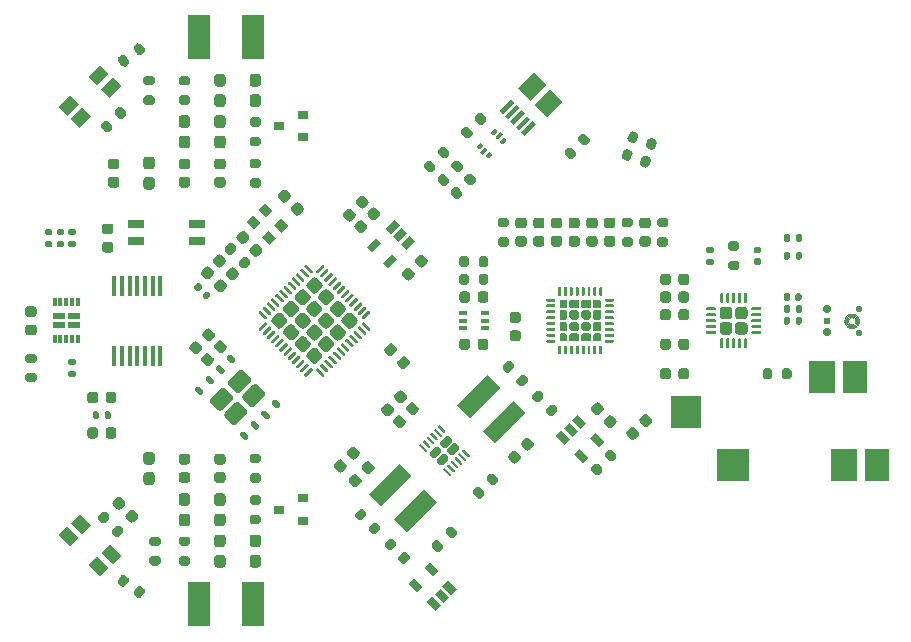
<source format=gbp>
%TF.GenerationSoftware,KiCad,Pcbnew,5.1.10-88a1d61d58~88~ubuntu18.04.1*%
%TF.CreationDate,2021-09-10T11:39:44+10:00*%
%TF.ProjectId,Rockling,526f636b-6c69-46e6-972e-6b696361645f,rev?*%
%TF.SameCoordinates,PX42c1d80PY7bfa480*%
%TF.FileFunction,Paste,Bot*%
%TF.FilePolarity,Positive*%
%FSLAX46Y46*%
G04 Gerber Fmt 4.6, Leading zero omitted, Abs format (unit mm)*
G04 Created by KiCad (PCBNEW 5.1.10-88a1d61d58~88~ubuntu18.04.1) date 2021-09-10 11:39:44*
%MOMM*%
%LPD*%
G01*
G04 APERTURE LIST*
%ADD10C,0.001000*%
%ADD11R,0.650000X0.400000*%
%ADD12C,0.100000*%
%ADD13R,1.400000X0.800000*%
%ADD14C,0.723000*%
%ADD15C,0.562000*%
%ADD16C,0.612000*%
%ADD17R,0.400000X1.800000*%
%ADD18R,1.930400X3.810000*%
%ADD19R,0.900000X0.800000*%
%ADD20R,2.600000X2.800000*%
%ADD21R,2.000000X2.800000*%
%ADD22R,2.200000X2.800000*%
%ADD23R,2.800000X2.800000*%
%ADD24R,1.050000X0.600000*%
%ADD25R,0.300000X0.650000*%
G04 APERTURE END LIST*
D10*
%TO.C,U101*%
G36*
X75858560Y30480125D02*
G01*
X75833151Y30499260D01*
X75811179Y30514192D01*
X75788568Y30528139D01*
X75765363Y30541072D01*
X75741609Y30552968D01*
X75717353Y30563801D01*
X75692641Y30573552D01*
X75667522Y30582201D01*
X75642046Y30589731D01*
X75616262Y30596128D01*
X75590220Y30601379D01*
X75563971Y30605474D01*
X75537568Y30608405D01*
X75511060Y30610165D01*
X75484501Y30610752D01*
X75457941Y30610165D01*
X75431433Y30608405D01*
X75405030Y30605474D01*
X75378781Y30601379D01*
X75352739Y30596128D01*
X75326955Y30589731D01*
X75301479Y30582201D01*
X75276360Y30573552D01*
X75251648Y30563801D01*
X75227392Y30552968D01*
X75203638Y30541072D01*
X75180433Y30528139D01*
X75157822Y30514192D01*
X75135850Y30499260D01*
X75110441Y30480125D01*
X75328231Y30262334D01*
X75337649Y30267978D01*
X75347270Y30273267D01*
X75357081Y30278195D01*
X75367069Y30282753D01*
X75377220Y30286937D01*
X75387520Y30290740D01*
X75397954Y30294158D01*
X75408508Y30297184D01*
X75419167Y30299815D01*
X75429917Y30302048D01*
X75440743Y30303879D01*
X75451629Y30305306D01*
X75462560Y30306326D01*
X75473523Y30306939D01*
X75484500Y30307143D01*
X75495477Y30306939D01*
X75506440Y30306326D01*
X75517371Y30305306D01*
X75528257Y30303879D01*
X75539083Y30302048D01*
X75549833Y30299815D01*
X75560492Y30297184D01*
X75571046Y30294158D01*
X75581480Y30290740D01*
X75591780Y30286937D01*
X75601931Y30282753D01*
X75611919Y30278195D01*
X75621730Y30273267D01*
X75631351Y30267978D01*
X75640769Y30262334D01*
X75858560Y30480125D01*
G37*
X75858560Y30480125D02*
X75833151Y30499260D01*
X75811179Y30514192D01*
X75788568Y30528139D01*
X75765363Y30541072D01*
X75741609Y30552968D01*
X75717353Y30563801D01*
X75692641Y30573552D01*
X75667522Y30582201D01*
X75642046Y30589731D01*
X75616262Y30596128D01*
X75590220Y30601379D01*
X75563971Y30605474D01*
X75537568Y30608405D01*
X75511060Y30610165D01*
X75484501Y30610752D01*
X75457941Y30610165D01*
X75431433Y30608405D01*
X75405030Y30605474D01*
X75378781Y30601379D01*
X75352739Y30596128D01*
X75326955Y30589731D01*
X75301479Y30582201D01*
X75276360Y30573552D01*
X75251648Y30563801D01*
X75227392Y30552968D01*
X75203638Y30541072D01*
X75180433Y30528139D01*
X75157822Y30514192D01*
X75135850Y30499260D01*
X75110441Y30480125D01*
X75328231Y30262334D01*
X75337649Y30267978D01*
X75347270Y30273267D01*
X75357081Y30278195D01*
X75367069Y30282753D01*
X75377220Y30286937D01*
X75387520Y30290740D01*
X75397954Y30294158D01*
X75408508Y30297184D01*
X75419167Y30299815D01*
X75429917Y30302048D01*
X75440743Y30303879D01*
X75451629Y30305306D01*
X75462560Y30306326D01*
X75473523Y30306939D01*
X75484500Y30307143D01*
X75495477Y30306939D01*
X75506440Y30306326D01*
X75517371Y30305306D01*
X75528257Y30303879D01*
X75539083Y30302048D01*
X75549833Y30299815D01*
X75560492Y30297184D01*
X75571046Y30294158D01*
X75581480Y30290740D01*
X75591780Y30286937D01*
X75601931Y30282753D01*
X75611919Y30278195D01*
X75621730Y30273267D01*
X75631351Y30267978D01*
X75640769Y30262334D01*
X75858560Y30480125D01*
G36*
X75004375Y30374059D02*
G01*
X74991191Y30356857D01*
X74975696Y30334850D01*
X74961201Y30312171D01*
X74947737Y30288865D01*
X74935329Y30264980D01*
X74924004Y30240563D01*
X74913784Y30215664D01*
X74904688Y30190332D01*
X74896737Y30164618D01*
X74889945Y30138573D01*
X74884326Y30112251D01*
X74879891Y30085703D01*
X74876650Y30058984D01*
X74874608Y30032146D01*
X74873771Y30005244D01*
X74874139Y29978331D01*
X74875711Y29951461D01*
X74878486Y29924689D01*
X74882457Y29898068D01*
X74887615Y29871652D01*
X74893952Y29845493D01*
X74901453Y29819644D01*
X74910105Y29794157D01*
X74919889Y29769083D01*
X74930787Y29744472D01*
X74942775Y29720374D01*
X74955831Y29696837D01*
X74969928Y29673909D01*
X74985037Y29651634D01*
X75004375Y29625941D01*
X75222166Y29843731D01*
X75216522Y29853149D01*
X75211233Y29862770D01*
X75206305Y29872581D01*
X75201747Y29882569D01*
X75197563Y29892720D01*
X75193760Y29903020D01*
X75190342Y29913454D01*
X75187316Y29924008D01*
X75184685Y29934667D01*
X75182452Y29945417D01*
X75180621Y29956243D01*
X75179194Y29967129D01*
X75178174Y29978060D01*
X75177561Y29989023D01*
X75177357Y30000000D01*
X75177561Y30010977D01*
X75178174Y30021940D01*
X75179194Y30032871D01*
X75180621Y30043757D01*
X75182452Y30054583D01*
X75184685Y30065333D01*
X75187316Y30075992D01*
X75190342Y30086546D01*
X75193760Y30096980D01*
X75197563Y30107280D01*
X75201747Y30117431D01*
X75206305Y30127419D01*
X75211233Y30137230D01*
X75216522Y30146851D01*
X75222166Y30156269D01*
X75004375Y30374059D01*
G37*
X75004375Y30374059D02*
X74991191Y30356857D01*
X74975696Y30334850D01*
X74961201Y30312171D01*
X74947737Y30288865D01*
X74935329Y30264980D01*
X74924004Y30240563D01*
X74913784Y30215664D01*
X74904688Y30190332D01*
X74896737Y30164618D01*
X74889945Y30138573D01*
X74884326Y30112251D01*
X74879891Y30085703D01*
X74876650Y30058984D01*
X74874608Y30032146D01*
X74873771Y30005244D01*
X74874139Y29978331D01*
X74875711Y29951461D01*
X74878486Y29924689D01*
X74882457Y29898068D01*
X74887615Y29871652D01*
X74893952Y29845493D01*
X74901453Y29819644D01*
X74910105Y29794157D01*
X74919889Y29769083D01*
X74930787Y29744472D01*
X74942775Y29720374D01*
X74955831Y29696837D01*
X74969928Y29673909D01*
X74985037Y29651634D01*
X75004375Y29625941D01*
X75222166Y29843731D01*
X75216522Y29853149D01*
X75211233Y29862770D01*
X75206305Y29872581D01*
X75201747Y29882569D01*
X75197563Y29892720D01*
X75193760Y29903020D01*
X75190342Y29913454D01*
X75187316Y29924008D01*
X75184685Y29934667D01*
X75182452Y29945417D01*
X75180621Y29956243D01*
X75179194Y29967129D01*
X75178174Y29978060D01*
X75177561Y29989023D01*
X75177357Y30000000D01*
X75177561Y30010977D01*
X75178174Y30021940D01*
X75179194Y30032871D01*
X75180621Y30043757D01*
X75182452Y30054583D01*
X75184685Y30065333D01*
X75187316Y30075992D01*
X75190342Y30086546D01*
X75193760Y30096980D01*
X75197563Y30107280D01*
X75201747Y30117431D01*
X75206305Y30127419D01*
X75211233Y30137230D01*
X75216522Y30146851D01*
X75222166Y30156269D01*
X75004375Y30374059D01*
G36*
X75964630Y29625941D02*
G01*
X75983968Y29651634D01*
X75999077Y29673909D01*
X76013174Y29696837D01*
X76026230Y29720374D01*
X76038218Y29744472D01*
X76049116Y29769083D01*
X76058900Y29794157D01*
X76067552Y29819644D01*
X76075053Y29845493D01*
X76081390Y29871652D01*
X76086548Y29898068D01*
X76090519Y29924689D01*
X76093294Y29951461D01*
X76094866Y29978331D01*
X76095234Y30005244D01*
X76094397Y30032146D01*
X76092355Y30058984D01*
X76089114Y30085703D01*
X76084679Y30112251D01*
X76079060Y30138573D01*
X76072268Y30164618D01*
X76064317Y30190332D01*
X76055221Y30215664D01*
X76045001Y30240563D01*
X76033676Y30264980D01*
X76021268Y30288865D01*
X76007804Y30312171D01*
X75993309Y30334850D01*
X75977814Y30356857D01*
X75964630Y30374059D01*
X75746834Y30156269D01*
X75752478Y30146851D01*
X75757767Y30137230D01*
X75762695Y30127419D01*
X75767253Y30117431D01*
X75771437Y30107280D01*
X75775240Y30096980D01*
X75778658Y30086546D01*
X75781684Y30075992D01*
X75784315Y30065333D01*
X75786548Y30054583D01*
X75788379Y30043757D01*
X75789806Y30032871D01*
X75790826Y30021940D01*
X75791439Y30010977D01*
X75791643Y30000000D01*
X75791439Y29989023D01*
X75790826Y29978060D01*
X75789806Y29967129D01*
X75788379Y29956243D01*
X75786548Y29945417D01*
X75784315Y29934667D01*
X75781684Y29924008D01*
X75778658Y29913454D01*
X75775240Y29903020D01*
X75771437Y29892720D01*
X75767253Y29882569D01*
X75762695Y29872581D01*
X75757767Y29862770D01*
X75752478Y29853149D01*
X75746834Y29843731D01*
X75964630Y29625941D01*
G37*
X75964630Y29625941D02*
X75983968Y29651634D01*
X75999077Y29673909D01*
X76013174Y29696837D01*
X76026230Y29720374D01*
X76038218Y29744472D01*
X76049116Y29769083D01*
X76058900Y29794157D01*
X76067552Y29819644D01*
X76075053Y29845493D01*
X76081390Y29871652D01*
X76086548Y29898068D01*
X76090519Y29924689D01*
X76093294Y29951461D01*
X76094866Y29978331D01*
X76095234Y30005244D01*
X76094397Y30032146D01*
X76092355Y30058984D01*
X76089114Y30085703D01*
X76084679Y30112251D01*
X76079060Y30138573D01*
X76072268Y30164618D01*
X76064317Y30190332D01*
X76055221Y30215664D01*
X76045001Y30240563D01*
X76033676Y30264980D01*
X76021268Y30288865D01*
X76007804Y30312171D01*
X75993309Y30334850D01*
X75977814Y30356857D01*
X75964630Y30374059D01*
X75746834Y30156269D01*
X75752478Y30146851D01*
X75757767Y30137230D01*
X75762695Y30127419D01*
X75767253Y30117431D01*
X75771437Y30107280D01*
X75775240Y30096980D01*
X75778658Y30086546D01*
X75781684Y30075992D01*
X75784315Y30065333D01*
X75786548Y30054583D01*
X75788379Y30043757D01*
X75789806Y30032871D01*
X75790826Y30021940D01*
X75791439Y30010977D01*
X75791643Y30000000D01*
X75791439Y29989023D01*
X75790826Y29978060D01*
X75789806Y29967129D01*
X75788379Y29956243D01*
X75786548Y29945417D01*
X75784315Y29934667D01*
X75781684Y29924008D01*
X75778658Y29913454D01*
X75775240Y29903020D01*
X75771437Y29892720D01*
X75767253Y29882569D01*
X75762695Y29872581D01*
X75757767Y29862770D01*
X75752478Y29853149D01*
X75746834Y29843731D01*
X75964630Y29625941D01*
G36*
X75110441Y29519875D02*
G01*
X75127924Y29506484D01*
X75150231Y29490806D01*
X75173226Y29476157D01*
X75196862Y29462566D01*
X75221090Y29450061D01*
X75245860Y29438668D01*
X75271122Y29428410D01*
X75296823Y29419309D01*
X75322911Y29411383D01*
X75349331Y29404648D01*
X75376029Y29399119D01*
X75402951Y29394807D01*
X75430041Y29391721D01*
X75457243Y29389866D01*
X75484501Y29389248D01*
X75511758Y29389866D01*
X75538960Y29391721D01*
X75566050Y29394807D01*
X75592972Y29399119D01*
X75619670Y29404648D01*
X75646090Y29411383D01*
X75672178Y29419309D01*
X75697879Y29428410D01*
X75723141Y29438668D01*
X75747911Y29450061D01*
X75772139Y29462566D01*
X75795775Y29476157D01*
X75818770Y29490806D01*
X75841077Y29506484D01*
X75858560Y29519875D01*
X75640769Y29737666D01*
X75631351Y29732022D01*
X75621730Y29726733D01*
X75611919Y29721805D01*
X75601931Y29717247D01*
X75591780Y29713063D01*
X75581480Y29709260D01*
X75571046Y29705842D01*
X75560492Y29702816D01*
X75549833Y29700185D01*
X75539083Y29697952D01*
X75528257Y29696121D01*
X75517371Y29694694D01*
X75506440Y29693674D01*
X75495477Y29693061D01*
X75484500Y29692857D01*
X75473523Y29693061D01*
X75462560Y29693674D01*
X75451629Y29694694D01*
X75440743Y29696121D01*
X75429917Y29697952D01*
X75419167Y29700185D01*
X75408508Y29702816D01*
X75397954Y29705842D01*
X75387520Y29709260D01*
X75377220Y29713063D01*
X75367069Y29717247D01*
X75357081Y29721805D01*
X75347270Y29726733D01*
X75337649Y29732022D01*
X75328231Y29737666D01*
X75110441Y29519875D01*
G37*
X75110441Y29519875D02*
X75127924Y29506484D01*
X75150231Y29490806D01*
X75173226Y29476157D01*
X75196862Y29462566D01*
X75221090Y29450061D01*
X75245860Y29438668D01*
X75271122Y29428410D01*
X75296823Y29419309D01*
X75322911Y29411383D01*
X75349331Y29404648D01*
X75376029Y29399119D01*
X75402951Y29394807D01*
X75430041Y29391721D01*
X75457243Y29389866D01*
X75484501Y29389248D01*
X75511758Y29389866D01*
X75538960Y29391721D01*
X75566050Y29394807D01*
X75592972Y29399119D01*
X75619670Y29404648D01*
X75646090Y29411383D01*
X75672178Y29419309D01*
X75697879Y29428410D01*
X75723141Y29438668D01*
X75747911Y29450061D01*
X75772139Y29462566D01*
X75795775Y29476157D01*
X75818770Y29490806D01*
X75841077Y29506484D01*
X75858560Y29519875D01*
X75640769Y29737666D01*
X75631351Y29732022D01*
X75621730Y29726733D01*
X75611919Y29721805D01*
X75601931Y29717247D01*
X75591780Y29713063D01*
X75581480Y29709260D01*
X75571046Y29705842D01*
X75560492Y29702816D01*
X75549833Y29700185D01*
X75539083Y29697952D01*
X75528257Y29696121D01*
X75517371Y29694694D01*
X75506440Y29693674D01*
X75495477Y29693061D01*
X75484500Y29692857D01*
X75473523Y29693061D01*
X75462560Y29693674D01*
X75451629Y29694694D01*
X75440743Y29696121D01*
X75429917Y29697952D01*
X75419167Y29700185D01*
X75408508Y29702816D01*
X75397954Y29705842D01*
X75387520Y29709260D01*
X75377220Y29713063D01*
X75367069Y29717247D01*
X75357081Y29721805D01*
X75347270Y29726733D01*
X75337649Y29732022D01*
X75328231Y29737666D01*
X75110441Y29519875D01*
%TD*%
%TO.C,C814*%
G36*
G01*
X19250000Y42825000D02*
X18750000Y42825000D01*
G75*
G02*
X18525000Y43050000I0J225000D01*
G01*
X18525000Y43500000D01*
G75*
G02*
X18750000Y43725000I225000J0D01*
G01*
X19250000Y43725000D01*
G75*
G02*
X19475000Y43500000I0J-225000D01*
G01*
X19475000Y43050000D01*
G75*
G02*
X19250000Y42825000I-225000J0D01*
G01*
G37*
G36*
G01*
X19250000Y41275000D02*
X18750000Y41275000D01*
G75*
G02*
X18525000Y41500000I0J225000D01*
G01*
X18525000Y41950000D01*
G75*
G02*
X18750000Y42175000I225000J0D01*
G01*
X19250000Y42175000D01*
G75*
G02*
X19475000Y41950000I0J-225000D01*
G01*
X19475000Y41500000D01*
G75*
G02*
X19250000Y41275000I-225000J0D01*
G01*
G37*
%TD*%
%TO.C,R602*%
G36*
G01*
X59775000Y37925000D02*
X59225000Y37925000D01*
G75*
G02*
X59025000Y38125000I0J200000D01*
G01*
X59025000Y38525000D01*
G75*
G02*
X59225000Y38725000I200000J0D01*
G01*
X59775000Y38725000D01*
G75*
G02*
X59975000Y38525000I0J-200000D01*
G01*
X59975000Y38125000D01*
G75*
G02*
X59775000Y37925000I-200000J0D01*
G01*
G37*
G36*
G01*
X59775000Y36275000D02*
X59225000Y36275000D01*
G75*
G02*
X59025000Y36475000I0J200000D01*
G01*
X59025000Y36875000D01*
G75*
G02*
X59225000Y37075000I200000J0D01*
G01*
X59775000Y37075000D01*
G75*
G02*
X59975000Y36875000I0J-200000D01*
G01*
X59975000Y36475000D01*
G75*
G02*
X59775000Y36275000I-200000J0D01*
G01*
G37*
%TD*%
%TO.C,R402*%
G36*
G01*
X70260000Y35685000D02*
X70260000Y35315000D01*
G75*
G02*
X70125000Y35180000I-135000J0D01*
G01*
X69855000Y35180000D01*
G75*
G02*
X69720000Y35315000I0J135000D01*
G01*
X69720000Y35685000D01*
G75*
G02*
X69855000Y35820000I135000J0D01*
G01*
X70125000Y35820000D01*
G75*
G02*
X70260000Y35685000I0J-135000D01*
G01*
G37*
G36*
G01*
X71280000Y35685000D02*
X71280000Y35315000D01*
G75*
G02*
X71145000Y35180000I-135000J0D01*
G01*
X70875000Y35180000D01*
G75*
G02*
X70740000Y35315000I0J135000D01*
G01*
X70740000Y35685000D01*
G75*
G02*
X70875000Y35820000I135000J0D01*
G01*
X71145000Y35820000D01*
G75*
G02*
X71280000Y35685000I0J-135000D01*
G01*
G37*
%TD*%
%TO.C,R302*%
G36*
G01*
X54994975Y18106066D02*
X54606066Y18494975D01*
G75*
G02*
X54606066Y18777817I141421J141421D01*
G01*
X54888909Y19060660D01*
G75*
G02*
X55171751Y19060660I141421J-141421D01*
G01*
X55560660Y18671751D01*
G75*
G02*
X55560660Y18388909I-141421J-141421D01*
G01*
X55277817Y18106066D01*
G75*
G02*
X54994975Y18106066I-141421J141421D01*
G01*
G37*
G36*
G01*
X53828249Y16939340D02*
X53439340Y17328249D01*
G75*
G02*
X53439340Y17611091I141421J141421D01*
G01*
X53722183Y17893934D01*
G75*
G02*
X54005025Y17893934I141421J-141421D01*
G01*
X54393934Y17505025D01*
G75*
G02*
X54393934Y17222183I-141421J-141421D01*
G01*
X54111091Y16939340D01*
G75*
G02*
X53828249Y16939340I-141421J141421D01*
G01*
G37*
%TD*%
%TO.C,C310*%
G36*
G01*
X37156587Y23053033D02*
X36803033Y23406587D01*
G75*
G02*
X36803033Y23724785I159099J159099D01*
G01*
X37121231Y24042983D01*
G75*
G02*
X37439429Y24042983I159099J-159099D01*
G01*
X37792983Y23689429D01*
G75*
G02*
X37792983Y23371231I-159099J-159099D01*
G01*
X37474785Y23053033D01*
G75*
G02*
X37156587Y23053033I-159099J159099D01*
G01*
G37*
G36*
G01*
X36060571Y21957017D02*
X35707017Y22310571D01*
G75*
G02*
X35707017Y22628769I159099J159099D01*
G01*
X36025215Y22946967D01*
G75*
G02*
X36343413Y22946967I159099J-159099D01*
G01*
X36696967Y22593413D01*
G75*
G02*
X36696967Y22275215I-159099J-159099D01*
G01*
X36378769Y21957017D01*
G75*
G02*
X36060571Y21957017I-159099J159099D01*
G01*
G37*
%TD*%
%TO.C,C306*%
G36*
G01*
X57906587Y21053033D02*
X57553033Y21406587D01*
G75*
G02*
X57553033Y21724785I159099J159099D01*
G01*
X57871231Y22042983D01*
G75*
G02*
X58189429Y22042983I159099J-159099D01*
G01*
X58542983Y21689429D01*
G75*
G02*
X58542983Y21371231I-159099J-159099D01*
G01*
X58224785Y21053033D01*
G75*
G02*
X57906587Y21053033I-159099J159099D01*
G01*
G37*
G36*
G01*
X56810571Y19957017D02*
X56457017Y20310571D01*
G75*
G02*
X56457017Y20628769I159099J159099D01*
G01*
X56775215Y20946967D01*
G75*
G02*
X57093413Y20946967I159099J-159099D01*
G01*
X57446967Y20593413D01*
G75*
G02*
X57446967Y20275215I-159099J-159099D01*
G01*
X57128769Y19957017D01*
G75*
G02*
X56810571Y19957017I-159099J159099D01*
G01*
G37*
%TD*%
%TO.C,C303*%
G36*
G01*
X47906587Y19053033D02*
X47553033Y19406587D01*
G75*
G02*
X47553033Y19724785I159099J159099D01*
G01*
X47871231Y20042983D01*
G75*
G02*
X48189429Y20042983I159099J-159099D01*
G01*
X48542983Y19689429D01*
G75*
G02*
X48542983Y19371231I-159099J-159099D01*
G01*
X48224785Y19053033D01*
G75*
G02*
X47906587Y19053033I-159099J159099D01*
G01*
G37*
G36*
G01*
X46810571Y17957017D02*
X46457017Y18310571D01*
G75*
G02*
X46457017Y18628769I159099J159099D01*
G01*
X46775215Y18946967D01*
G75*
G02*
X47093413Y18946967I159099J-159099D01*
G01*
X47446967Y18593413D01*
G75*
G02*
X47446967Y18275215I-159099J-159099D01*
G01*
X47128769Y17957017D01*
G75*
G02*
X46810571Y17957017I-159099J159099D01*
G01*
G37*
%TD*%
%TO.C,C204*%
G36*
G01*
X32343413Y18196967D02*
X32696967Y17843413D01*
G75*
G02*
X32696967Y17525215I-159099J-159099D01*
G01*
X32378769Y17207017D01*
G75*
G02*
X32060571Y17207017I-159099J159099D01*
G01*
X31707017Y17560571D01*
G75*
G02*
X31707017Y17878769I159099J159099D01*
G01*
X32025215Y18196967D01*
G75*
G02*
X32343413Y18196967I159099J-159099D01*
G01*
G37*
G36*
G01*
X33439429Y19292983D02*
X33792983Y18939429D01*
G75*
G02*
X33792983Y18621231I-159099J-159099D01*
G01*
X33474785Y18303033D01*
G75*
G02*
X33156587Y18303033I-159099J159099D01*
G01*
X32803033Y18656587D01*
G75*
G02*
X32803033Y18974785I159099J159099D01*
G01*
X33121231Y19292983D01*
G75*
G02*
X33439429Y19292983I159099J-159099D01*
G01*
G37*
%TD*%
%TO.C,R202*%
G36*
G01*
X8315000Y36760000D02*
X8685000Y36760000D01*
G75*
G02*
X8820000Y36625000I0J-135000D01*
G01*
X8820000Y36355000D01*
G75*
G02*
X8685000Y36220000I-135000J0D01*
G01*
X8315000Y36220000D01*
G75*
G02*
X8180000Y36355000I0J135000D01*
G01*
X8180000Y36625000D01*
G75*
G02*
X8315000Y36760000I135000J0D01*
G01*
G37*
G36*
G01*
X8315000Y37780000D02*
X8685000Y37780000D01*
G75*
G02*
X8820000Y37645000I0J-135000D01*
G01*
X8820000Y37375000D01*
G75*
G02*
X8685000Y37240000I-135000J0D01*
G01*
X8315000Y37240000D01*
G75*
G02*
X8180000Y37375000I0J135000D01*
G01*
X8180000Y37645000D01*
G75*
G02*
X8315000Y37780000I135000J0D01*
G01*
G37*
%TD*%
%TO.C,R201*%
G36*
G01*
X9315000Y36760000D02*
X9685000Y36760000D01*
G75*
G02*
X9820000Y36625000I0J-135000D01*
G01*
X9820000Y36355000D01*
G75*
G02*
X9685000Y36220000I-135000J0D01*
G01*
X9315000Y36220000D01*
G75*
G02*
X9180000Y36355000I0J135000D01*
G01*
X9180000Y36625000D01*
G75*
G02*
X9315000Y36760000I135000J0D01*
G01*
G37*
G36*
G01*
X9315000Y37780000D02*
X9685000Y37780000D01*
G75*
G02*
X9820000Y37645000I0J-135000D01*
G01*
X9820000Y37375000D01*
G75*
G02*
X9685000Y37240000I-135000J0D01*
G01*
X9315000Y37240000D01*
G75*
G02*
X9180000Y37375000I0J135000D01*
G01*
X9180000Y37645000D01*
G75*
G02*
X9315000Y37780000I135000J0D01*
G01*
G37*
%TD*%
%TO.C,R2*%
G36*
G01*
X12643934Y13244975D02*
X12255025Y12856066D01*
G75*
G02*
X11972183Y12856066I-141421J141421D01*
G01*
X11689340Y13138909D01*
G75*
G02*
X11689340Y13421751I141421J141421D01*
G01*
X12078249Y13810660D01*
G75*
G02*
X12361091Y13810660I141421J-141421D01*
G01*
X12643934Y13527817D01*
G75*
G02*
X12643934Y13244975I-141421J-141421D01*
G01*
G37*
G36*
G01*
X13810660Y12078249D02*
X13421751Y11689340D01*
G75*
G02*
X13138909Y11689340I-141421J141421D01*
G01*
X12856066Y11972183D01*
G75*
G02*
X12856066Y12255025I141421J141421D01*
G01*
X13244975Y12643934D01*
G75*
G02*
X13527817Y12643934I141421J-141421D01*
G01*
X13810660Y12361091D01*
G75*
G02*
X13810660Y12078249I-141421J-141421D01*
G01*
G37*
%TD*%
%TO.C,R1*%
G36*
G01*
X13494975Y47106066D02*
X13106066Y47494975D01*
G75*
G02*
X13106066Y47777817I141421J141421D01*
G01*
X13388909Y48060660D01*
G75*
G02*
X13671751Y48060660I141421J-141421D01*
G01*
X14060660Y47671751D01*
G75*
G02*
X14060660Y47388909I-141421J-141421D01*
G01*
X13777817Y47106066D01*
G75*
G02*
X13494975Y47106066I-141421J141421D01*
G01*
G37*
G36*
G01*
X12328249Y45939340D02*
X11939340Y46328249D01*
G75*
G02*
X11939340Y46611091I141421J141421D01*
G01*
X12222183Y46893934D01*
G75*
G02*
X12505025Y46893934I141421J-141421D01*
G01*
X12893934Y46505025D01*
G75*
G02*
X12893934Y46222183I-141421J-141421D01*
G01*
X12611091Y45939340D01*
G75*
G02*
X12328249Y45939340I-141421J141421D01*
G01*
G37*
%TD*%
%TO.C,C1*%
G36*
G01*
X13946967Y14406587D02*
X13593413Y14053033D01*
G75*
G02*
X13275215Y14053033I-159099J159099D01*
G01*
X12957017Y14371231D01*
G75*
G02*
X12957017Y14689429I159099J159099D01*
G01*
X13310571Y15042983D01*
G75*
G02*
X13628769Y15042983I159099J-159099D01*
G01*
X13946967Y14724785D01*
G75*
G02*
X13946967Y14406587I-159099J-159099D01*
G01*
G37*
G36*
G01*
X15042983Y13310571D02*
X14689429Y12957017D01*
G75*
G02*
X14371231Y12957017I-159099J159099D01*
G01*
X14053033Y13275215D01*
G75*
G02*
X14053033Y13593413I159099J159099D01*
G01*
X14406587Y13946967D01*
G75*
G02*
X14724785Y13946967I159099J-159099D01*
G01*
X15042983Y13628769D01*
G75*
G02*
X15042983Y13310571I-159099J-159099D01*
G01*
G37*
%TD*%
%TO.C,C203*%
G36*
G01*
X20093413Y28196967D02*
X20446967Y27843413D01*
G75*
G02*
X20446967Y27525215I-159099J-159099D01*
G01*
X20128769Y27207017D01*
G75*
G02*
X19810571Y27207017I-159099J159099D01*
G01*
X19457017Y27560571D01*
G75*
G02*
X19457017Y27878769I159099J159099D01*
G01*
X19775215Y28196967D01*
G75*
G02*
X20093413Y28196967I159099J-159099D01*
G01*
G37*
G36*
G01*
X21189429Y29292983D02*
X21542983Y28939429D01*
G75*
G02*
X21542983Y28621231I-159099J-159099D01*
G01*
X21224785Y28303033D01*
G75*
G02*
X20906587Y28303033I-159099J159099D01*
G01*
X20553033Y28656587D01*
G75*
G02*
X20553033Y28974785I159099J159099D01*
G01*
X20871231Y29292983D01*
G75*
G02*
X21189429Y29292983I159099J-159099D01*
G01*
G37*
%TD*%
%TO.C,C202*%
G36*
G01*
X24446967Y36906587D02*
X24093413Y36553033D01*
G75*
G02*
X23775215Y36553033I-159099J159099D01*
G01*
X23457017Y36871231D01*
G75*
G02*
X23457017Y37189429I159099J159099D01*
G01*
X23810571Y37542983D01*
G75*
G02*
X24128769Y37542983I159099J-159099D01*
G01*
X24446967Y37224785D01*
G75*
G02*
X24446967Y36906587I-159099J-159099D01*
G01*
G37*
G36*
G01*
X25542983Y35810571D02*
X25189429Y35457017D01*
G75*
G02*
X24871231Y35457017I-159099J159099D01*
G01*
X24553033Y35775215D01*
G75*
G02*
X24553033Y36093413I159099J159099D01*
G01*
X24906587Y36446967D01*
G75*
G02*
X25224785Y36446967I159099J-159099D01*
G01*
X25542983Y36128769D01*
G75*
G02*
X25542983Y35810571I-159099J-159099D01*
G01*
G37*
%TD*%
%TO.C,C201*%
G36*
G01*
X37053033Y26593413D02*
X37406587Y26946967D01*
G75*
G02*
X37724785Y26946967I159099J-159099D01*
G01*
X38042983Y26628769D01*
G75*
G02*
X38042983Y26310571I-159099J-159099D01*
G01*
X37689429Y25957017D01*
G75*
G02*
X37371231Y25957017I-159099J159099D01*
G01*
X37053033Y26275215D01*
G75*
G02*
X37053033Y26593413I159099J159099D01*
G01*
G37*
G36*
G01*
X35957017Y27689429D02*
X36310571Y28042983D01*
G75*
G02*
X36628769Y28042983I159099J-159099D01*
G01*
X36946967Y27724785D01*
G75*
G02*
X36946967Y27406587I-159099J-159099D01*
G01*
X36593413Y27053033D01*
G75*
G02*
X36275215Y27053033I-159099J159099D01*
G01*
X35957017Y27371231D01*
G75*
G02*
X35957017Y27689429I159099J159099D01*
G01*
G37*
%TD*%
%TO.C,FB601*%
G36*
G01*
X46275000Y37925000D02*
X45725000Y37925000D01*
G75*
G02*
X45525000Y38125000I0J200000D01*
G01*
X45525000Y38525000D01*
G75*
G02*
X45725000Y38725000I200000J0D01*
G01*
X46275000Y38725000D01*
G75*
G02*
X46475000Y38525000I0J-200000D01*
G01*
X46475000Y38125000D01*
G75*
G02*
X46275000Y37925000I-200000J0D01*
G01*
G37*
G36*
G01*
X46275000Y36275000D02*
X45725000Y36275000D01*
G75*
G02*
X45525000Y36475000I0J200000D01*
G01*
X45525000Y36875000D01*
G75*
G02*
X45725000Y37075000I200000J0D01*
G01*
X46275000Y37075000D01*
G75*
G02*
X46475000Y36875000I0J-200000D01*
G01*
X46475000Y36475000D01*
G75*
G02*
X46275000Y36275000I-200000J0D01*
G01*
G37*
%TD*%
%TO.C,C611*%
G36*
G01*
X47250000Y37175000D02*
X47750000Y37175000D01*
G75*
G02*
X47975000Y36950000I0J-225000D01*
G01*
X47975000Y36500000D01*
G75*
G02*
X47750000Y36275000I-225000J0D01*
G01*
X47250000Y36275000D01*
G75*
G02*
X47025000Y36500000I0J225000D01*
G01*
X47025000Y36950000D01*
G75*
G02*
X47250000Y37175000I225000J0D01*
G01*
G37*
G36*
G01*
X47250000Y38725000D02*
X47750000Y38725000D01*
G75*
G02*
X47975000Y38500000I0J-225000D01*
G01*
X47975000Y38050000D01*
G75*
G02*
X47750000Y37825000I-225000J0D01*
G01*
X47250000Y37825000D01*
G75*
G02*
X47025000Y38050000I0J225000D01*
G01*
X47025000Y38500000D01*
G75*
G02*
X47250000Y38725000I225000J0D01*
G01*
G37*
%TD*%
%TO.C,C608*%
G36*
G01*
X49250000Y37825000D02*
X48750000Y37825000D01*
G75*
G02*
X48525000Y38050000I0J225000D01*
G01*
X48525000Y38500000D01*
G75*
G02*
X48750000Y38725000I225000J0D01*
G01*
X49250000Y38725000D01*
G75*
G02*
X49475000Y38500000I0J-225000D01*
G01*
X49475000Y38050000D01*
G75*
G02*
X49250000Y37825000I-225000J0D01*
G01*
G37*
G36*
G01*
X49250000Y36275000D02*
X48750000Y36275000D01*
G75*
G02*
X48525000Y36500000I0J225000D01*
G01*
X48525000Y36950000D01*
G75*
G02*
X48750000Y37175000I225000J0D01*
G01*
X49250000Y37175000D01*
G75*
G02*
X49475000Y36950000I0J-225000D01*
G01*
X49475000Y36500000D01*
G75*
G02*
X49250000Y36275000I-225000J0D01*
G01*
G37*
%TD*%
%TO.C,C606*%
G36*
G01*
X47250000Y29825000D02*
X46750000Y29825000D01*
G75*
G02*
X46525000Y30050000I0J225000D01*
G01*
X46525000Y30500000D01*
G75*
G02*
X46750000Y30725000I225000J0D01*
G01*
X47250000Y30725000D01*
G75*
G02*
X47475000Y30500000I0J-225000D01*
G01*
X47475000Y30050000D01*
G75*
G02*
X47250000Y29825000I-225000J0D01*
G01*
G37*
G36*
G01*
X47250000Y28275000D02*
X46750000Y28275000D01*
G75*
G02*
X46525000Y28500000I0J225000D01*
G01*
X46525000Y28950000D01*
G75*
G02*
X46750000Y29175000I225000J0D01*
G01*
X47250000Y29175000D01*
G75*
G02*
X47475000Y28950000I0J-225000D01*
G01*
X47475000Y28500000D01*
G75*
G02*
X47250000Y28275000I-225000J0D01*
G01*
G37*
%TD*%
%TO.C,R808*%
G36*
G01*
X15725000Y49075000D02*
X16275000Y49075000D01*
G75*
G02*
X16475000Y48875000I0J-200000D01*
G01*
X16475000Y48475000D01*
G75*
G02*
X16275000Y48275000I-200000J0D01*
G01*
X15725000Y48275000D01*
G75*
G02*
X15525000Y48475000I0J200000D01*
G01*
X15525000Y48875000D01*
G75*
G02*
X15725000Y49075000I200000J0D01*
G01*
G37*
G36*
G01*
X15725000Y50725000D02*
X16275000Y50725000D01*
G75*
G02*
X16475000Y50525000I0J-200000D01*
G01*
X16475000Y50125000D01*
G75*
G02*
X16275000Y49925000I-200000J0D01*
G01*
X15725000Y49925000D01*
G75*
G02*
X15525000Y50125000I0J200000D01*
G01*
X15525000Y50525000D01*
G75*
G02*
X15725000Y50725000I200000J0D01*
G01*
G37*
%TD*%
%TO.C,R807*%
G36*
G01*
X16775000Y10925000D02*
X16225000Y10925000D01*
G75*
G02*
X16025000Y11125000I0J200000D01*
G01*
X16025000Y11525000D01*
G75*
G02*
X16225000Y11725000I200000J0D01*
G01*
X16775000Y11725000D01*
G75*
G02*
X16975000Y11525000I0J-200000D01*
G01*
X16975000Y11125000D01*
G75*
G02*
X16775000Y10925000I-200000J0D01*
G01*
G37*
G36*
G01*
X16775000Y9275000D02*
X16225000Y9275000D01*
G75*
G02*
X16025000Y9475000I0J200000D01*
G01*
X16025000Y9875000D01*
G75*
G02*
X16225000Y10075000I200000J0D01*
G01*
X16775000Y10075000D01*
G75*
G02*
X16975000Y9875000I0J-200000D01*
G01*
X16975000Y9475000D01*
G75*
G02*
X16775000Y9275000I-200000J0D01*
G01*
G37*
%TD*%
%TO.C,R806*%
G36*
G01*
X18725000Y49075000D02*
X19275000Y49075000D01*
G75*
G02*
X19475000Y48875000I0J-200000D01*
G01*
X19475000Y48475000D01*
G75*
G02*
X19275000Y48275000I-200000J0D01*
G01*
X18725000Y48275000D01*
G75*
G02*
X18525000Y48475000I0J200000D01*
G01*
X18525000Y48875000D01*
G75*
G02*
X18725000Y49075000I200000J0D01*
G01*
G37*
G36*
G01*
X18725000Y50725000D02*
X19275000Y50725000D01*
G75*
G02*
X19475000Y50525000I0J-200000D01*
G01*
X19475000Y50125000D01*
G75*
G02*
X19275000Y49925000I-200000J0D01*
G01*
X18725000Y49925000D01*
G75*
G02*
X18525000Y50125000I0J200000D01*
G01*
X18525000Y50525000D01*
G75*
G02*
X18725000Y50725000I200000J0D01*
G01*
G37*
%TD*%
%TO.C,R805*%
G36*
G01*
X19275000Y10925000D02*
X18725000Y10925000D01*
G75*
G02*
X18525000Y11125000I0J200000D01*
G01*
X18525000Y11525000D01*
G75*
G02*
X18725000Y11725000I200000J0D01*
G01*
X19275000Y11725000D01*
G75*
G02*
X19475000Y11525000I0J-200000D01*
G01*
X19475000Y11125000D01*
G75*
G02*
X19275000Y10925000I-200000J0D01*
G01*
G37*
G36*
G01*
X19275000Y9275000D02*
X18725000Y9275000D01*
G75*
G02*
X18525000Y9475000I0J200000D01*
G01*
X18525000Y9875000D01*
G75*
G02*
X18725000Y10075000I200000J0D01*
G01*
X19275000Y10075000D01*
G75*
G02*
X19475000Y9875000I0J-200000D01*
G01*
X19475000Y9475000D01*
G75*
G02*
X19275000Y9275000I-200000J0D01*
G01*
G37*
%TD*%
%TO.C,C813*%
G36*
G01*
X18750000Y17175000D02*
X19250000Y17175000D01*
G75*
G02*
X19475000Y16950000I0J-225000D01*
G01*
X19475000Y16500000D01*
G75*
G02*
X19250000Y16275000I-225000J0D01*
G01*
X18750000Y16275000D01*
G75*
G02*
X18525000Y16500000I0J225000D01*
G01*
X18525000Y16950000D01*
G75*
G02*
X18750000Y17175000I225000J0D01*
G01*
G37*
G36*
G01*
X18750000Y18725000D02*
X19250000Y18725000D01*
G75*
G02*
X19475000Y18500000I0J-225000D01*
G01*
X19475000Y18050000D01*
G75*
G02*
X19250000Y17825000I-225000J0D01*
G01*
X18750000Y17825000D01*
G75*
G02*
X18525000Y18050000I0J225000D01*
G01*
X18525000Y18500000D01*
G75*
G02*
X18750000Y18725000I225000J0D01*
G01*
G37*
%TD*%
%TO.C,C822*%
G36*
G01*
X11675000Y20750000D02*
X11675000Y20250000D01*
G75*
G02*
X11450000Y20025000I-225000J0D01*
G01*
X11000000Y20025000D01*
G75*
G02*
X10775000Y20250000I0J225000D01*
G01*
X10775000Y20750000D01*
G75*
G02*
X11000000Y20975000I225000J0D01*
G01*
X11450000Y20975000D01*
G75*
G02*
X11675000Y20750000I0J-225000D01*
G01*
G37*
G36*
G01*
X13225000Y20750000D02*
X13225000Y20250000D01*
G75*
G02*
X13000000Y20025000I-225000J0D01*
G01*
X12550000Y20025000D01*
G75*
G02*
X12325000Y20250000I0J225000D01*
G01*
X12325000Y20750000D01*
G75*
G02*
X12550000Y20975000I225000J0D01*
G01*
X13000000Y20975000D01*
G75*
G02*
X13225000Y20750000I0J-225000D01*
G01*
G37*
%TD*%
%TO.C,C820*%
G36*
G01*
X12750000Y37325000D02*
X12250000Y37325000D01*
G75*
G02*
X12025000Y37550000I0J225000D01*
G01*
X12025000Y38000000D01*
G75*
G02*
X12250000Y38225000I225000J0D01*
G01*
X12750000Y38225000D01*
G75*
G02*
X12975000Y38000000I0J-225000D01*
G01*
X12975000Y37550000D01*
G75*
G02*
X12750000Y37325000I-225000J0D01*
G01*
G37*
G36*
G01*
X12750000Y35775000D02*
X12250000Y35775000D01*
G75*
G02*
X12025000Y36000000I0J225000D01*
G01*
X12025000Y36450000D01*
G75*
G02*
X12250000Y36675000I225000J0D01*
G01*
X12750000Y36675000D01*
G75*
G02*
X12975000Y36450000I0J-225000D01*
G01*
X12975000Y36000000D01*
G75*
G02*
X12750000Y35775000I-225000J0D01*
G01*
G37*
%TD*%
%TO.C,C816*%
G36*
G01*
X11675000Y23750000D02*
X11675000Y23250000D01*
G75*
G02*
X11450000Y23025000I-225000J0D01*
G01*
X11000000Y23025000D01*
G75*
G02*
X10775000Y23250000I0J225000D01*
G01*
X10775000Y23750000D01*
G75*
G02*
X11000000Y23975000I225000J0D01*
G01*
X11450000Y23975000D01*
G75*
G02*
X11675000Y23750000I0J-225000D01*
G01*
G37*
G36*
G01*
X13225000Y23750000D02*
X13225000Y23250000D01*
G75*
G02*
X13000000Y23025000I-225000J0D01*
G01*
X12550000Y23025000D01*
G75*
G02*
X12325000Y23250000I0J225000D01*
G01*
X12325000Y23750000D01*
G75*
G02*
X12550000Y23975000I225000J0D01*
G01*
X13000000Y23975000D01*
G75*
G02*
X13225000Y23750000I0J-225000D01*
G01*
G37*
%TD*%
%TO.C,C815*%
G36*
G01*
X13250000Y42825000D02*
X12750000Y42825000D01*
G75*
G02*
X12525000Y43050000I0J225000D01*
G01*
X12525000Y43500000D01*
G75*
G02*
X12750000Y43725000I225000J0D01*
G01*
X13250000Y43725000D01*
G75*
G02*
X13475000Y43500000I0J-225000D01*
G01*
X13475000Y43050000D01*
G75*
G02*
X13250000Y42825000I-225000J0D01*
G01*
G37*
G36*
G01*
X13250000Y41275000D02*
X12750000Y41275000D01*
G75*
G02*
X12525000Y41500000I0J225000D01*
G01*
X12525000Y41950000D01*
G75*
G02*
X12750000Y42175000I225000J0D01*
G01*
X13250000Y42175000D01*
G75*
G02*
X13475000Y41950000I0J-225000D01*
G01*
X13475000Y41500000D01*
G75*
G02*
X13250000Y41275000I-225000J0D01*
G01*
G37*
%TD*%
%TO.C,C804*%
G36*
G01*
X21750000Y42175000D02*
X22250000Y42175000D01*
G75*
G02*
X22475000Y41950000I0J-225000D01*
G01*
X22475000Y41500000D01*
G75*
G02*
X22250000Y41275000I-225000J0D01*
G01*
X21750000Y41275000D01*
G75*
G02*
X21525000Y41500000I0J225000D01*
G01*
X21525000Y41950000D01*
G75*
G02*
X21750000Y42175000I225000J0D01*
G01*
G37*
G36*
G01*
X21750000Y43725000D02*
X22250000Y43725000D01*
G75*
G02*
X22475000Y43500000I0J-225000D01*
G01*
X22475000Y43050000D01*
G75*
G02*
X22250000Y42825000I-225000J0D01*
G01*
X21750000Y42825000D01*
G75*
G02*
X21525000Y43050000I0J225000D01*
G01*
X21525000Y43500000D01*
G75*
G02*
X21750000Y43725000I225000J0D01*
G01*
G37*
%TD*%
%TO.C,C802*%
G36*
G01*
X22250000Y17825000D02*
X21750000Y17825000D01*
G75*
G02*
X21525000Y18050000I0J225000D01*
G01*
X21525000Y18500000D01*
G75*
G02*
X21750000Y18725000I225000J0D01*
G01*
X22250000Y18725000D01*
G75*
G02*
X22475000Y18500000I0J-225000D01*
G01*
X22475000Y18050000D01*
G75*
G02*
X22250000Y17825000I-225000J0D01*
G01*
G37*
G36*
G01*
X22250000Y16275000D02*
X21750000Y16275000D01*
G75*
G02*
X21525000Y16500000I0J225000D01*
G01*
X21525000Y16950000D01*
G75*
G02*
X21750000Y17175000I225000J0D01*
G01*
X22250000Y17175000D01*
G75*
G02*
X22475000Y16950000I0J-225000D01*
G01*
X22475000Y16500000D01*
G75*
G02*
X22250000Y16275000I-225000J0D01*
G01*
G37*
%TD*%
%TO.C,C701*%
G36*
G01*
X6250000Y30325000D02*
X5750000Y30325000D01*
G75*
G02*
X5525000Y30550000I0J225000D01*
G01*
X5525000Y31000000D01*
G75*
G02*
X5750000Y31225000I225000J0D01*
G01*
X6250000Y31225000D01*
G75*
G02*
X6475000Y31000000I0J-225000D01*
G01*
X6475000Y30550000D01*
G75*
G02*
X6250000Y30325000I-225000J0D01*
G01*
G37*
G36*
G01*
X6250000Y28775000D02*
X5750000Y28775000D01*
G75*
G02*
X5525000Y29000000I0J225000D01*
G01*
X5525000Y29450000D01*
G75*
G02*
X5750000Y29675000I225000J0D01*
G01*
X6250000Y29675000D01*
G75*
G02*
X6475000Y29450000I0J-225000D01*
G01*
X6475000Y29000000D01*
G75*
G02*
X6250000Y28775000I-225000J0D01*
G01*
G37*
%TD*%
%TO.C,R401*%
G36*
G01*
X70740000Y36815000D02*
X70740000Y37185000D01*
G75*
G02*
X70875000Y37320000I135000J0D01*
G01*
X71145000Y37320000D01*
G75*
G02*
X71280000Y37185000I0J-135000D01*
G01*
X71280000Y36815000D01*
G75*
G02*
X71145000Y36680000I-135000J0D01*
G01*
X70875000Y36680000D01*
G75*
G02*
X70740000Y36815000I0J135000D01*
G01*
G37*
G36*
G01*
X69720000Y36815000D02*
X69720000Y37185000D01*
G75*
G02*
X69855000Y37320000I135000J0D01*
G01*
X70125000Y37320000D01*
G75*
G02*
X70260000Y37185000I0J-135000D01*
G01*
X70260000Y36815000D01*
G75*
G02*
X70125000Y36680000I-135000J0D01*
G01*
X69855000Y36680000D01*
G75*
G02*
X69720000Y36815000I0J135000D01*
G01*
G37*
%TD*%
D11*
%TO.C,U603*%
X44450000Y29350000D03*
X44450000Y30650000D03*
X42550000Y30000000D03*
X44450000Y30000000D03*
X42550000Y30650000D03*
X42550000Y29350000D03*
%TD*%
%TO.C,R612*%
G36*
G01*
X47106066Y25005025D02*
X47494975Y25393934D01*
G75*
G02*
X47777817Y25393934I141421J-141421D01*
G01*
X48060660Y25111091D01*
G75*
G02*
X48060660Y24828249I-141421J-141421D01*
G01*
X47671751Y24439340D01*
G75*
G02*
X47388909Y24439340I-141421J141421D01*
G01*
X47106066Y24722183D01*
G75*
G02*
X47106066Y25005025I141421J141421D01*
G01*
G37*
G36*
G01*
X45939340Y26171751D02*
X46328249Y26560660D01*
G75*
G02*
X46611091Y26560660I141421J-141421D01*
G01*
X46893934Y26277817D01*
G75*
G02*
X46893934Y25994975I-141421J-141421D01*
G01*
X46505025Y25606066D01*
G75*
G02*
X46222183Y25606066I-141421J141421D01*
G01*
X45939340Y25888909D01*
G75*
G02*
X45939340Y26171751I141421J141421D01*
G01*
G37*
%TD*%
%TO.C,R606*%
G36*
G01*
X44005025Y15893934D02*
X44393934Y15505025D01*
G75*
G02*
X44393934Y15222183I-141421J-141421D01*
G01*
X44111091Y14939340D01*
G75*
G02*
X43828249Y14939340I-141421J141421D01*
G01*
X43439340Y15328249D01*
G75*
G02*
X43439340Y15611091I141421J141421D01*
G01*
X43722183Y15893934D01*
G75*
G02*
X44005025Y15893934I141421J-141421D01*
G01*
G37*
G36*
G01*
X45171751Y17060660D02*
X45560660Y16671751D01*
G75*
G02*
X45560660Y16388909I-141421J-141421D01*
G01*
X45277817Y16106066D01*
G75*
G02*
X44994975Y16106066I-141421J141421D01*
G01*
X44606066Y16494975D01*
G75*
G02*
X44606066Y16777817I141421J141421D01*
G01*
X44888909Y17060660D01*
G75*
G02*
X45171751Y17060660I141421J-141421D01*
G01*
G37*
%TD*%
%TO.C,R702*%
G36*
G01*
X7685000Y37240000D02*
X7315000Y37240000D01*
G75*
G02*
X7180000Y37375000I0J135000D01*
G01*
X7180000Y37645000D01*
G75*
G02*
X7315000Y37780000I135000J0D01*
G01*
X7685000Y37780000D01*
G75*
G02*
X7820000Y37645000I0J-135000D01*
G01*
X7820000Y37375000D01*
G75*
G02*
X7685000Y37240000I-135000J0D01*
G01*
G37*
G36*
G01*
X7685000Y36220000D02*
X7315000Y36220000D01*
G75*
G02*
X7180000Y36355000I0J135000D01*
G01*
X7180000Y36625000D01*
G75*
G02*
X7315000Y36760000I135000J0D01*
G01*
X7685000Y36760000D01*
G75*
G02*
X7820000Y36625000I0J-135000D01*
G01*
X7820000Y36355000D01*
G75*
G02*
X7685000Y36220000I-135000J0D01*
G01*
G37*
%TD*%
%TO.C,R701*%
G36*
G01*
X9685000Y26240000D02*
X9315000Y26240000D01*
G75*
G02*
X9180000Y26375000I0J135000D01*
G01*
X9180000Y26645000D01*
G75*
G02*
X9315000Y26780000I135000J0D01*
G01*
X9685000Y26780000D01*
G75*
G02*
X9820000Y26645000I0J-135000D01*
G01*
X9820000Y26375000D01*
G75*
G02*
X9685000Y26240000I-135000J0D01*
G01*
G37*
G36*
G01*
X9685000Y25220000D02*
X9315000Y25220000D01*
G75*
G02*
X9180000Y25355000I0J135000D01*
G01*
X9180000Y25625000D01*
G75*
G02*
X9315000Y25760000I135000J0D01*
G01*
X9685000Y25760000D01*
G75*
G02*
X9820000Y25625000I0J-135000D01*
G01*
X9820000Y25355000D01*
G75*
G02*
X9685000Y25220000I-135000J0D01*
G01*
G37*
%TD*%
D12*
%TO.C,D602*%
G36*
X40498510Y8804612D02*
G01*
X40038891Y8344993D01*
X39289358Y9094526D01*
X39748977Y9554145D01*
X40498510Y8804612D01*
G37*
G36*
X39155007Y7461109D02*
G01*
X38695388Y7001490D01*
X37945855Y7751023D01*
X38405474Y8210642D01*
X39155007Y7461109D01*
G37*
G36*
X40710642Y5905474D02*
G01*
X40251023Y5445855D01*
X39501490Y6195388D01*
X39961109Y6655007D01*
X40710642Y5905474D01*
G37*
G36*
X41382393Y6577226D02*
G01*
X40922774Y6117607D01*
X40173241Y6867140D01*
X40632860Y7326759D01*
X41382393Y6577226D01*
G37*
G36*
X42054145Y7248977D02*
G01*
X41594526Y6789358D01*
X40844993Y7538891D01*
X41304612Y7998510D01*
X42054145Y7248977D01*
G37*
%TD*%
%TO.C,R509*%
G36*
G01*
X23393934Y35994975D02*
X23005025Y35606066D01*
G75*
G02*
X22722183Y35606066I-141421J141421D01*
G01*
X22439340Y35888909D01*
G75*
G02*
X22439340Y36171751I141421J141421D01*
G01*
X22828249Y36560660D01*
G75*
G02*
X23111091Y36560660I141421J-141421D01*
G01*
X23393934Y36277817D01*
G75*
G02*
X23393934Y35994975I-141421J-141421D01*
G01*
G37*
G36*
G01*
X24560660Y34828249D02*
X24171751Y34439340D01*
G75*
G02*
X23888909Y34439340I-141421J141421D01*
G01*
X23606066Y34722183D01*
G75*
G02*
X23606066Y35005025I141421J141421D01*
G01*
X23994975Y35393934D01*
G75*
G02*
X24277817Y35393934I141421J-141421D01*
G01*
X24560660Y35111091D01*
G75*
G02*
X24560660Y34828249I-141421J-141421D01*
G01*
G37*
%TD*%
%TO.C,C504*%
G36*
G01*
X21446967Y33906587D02*
X21093413Y33553033D01*
G75*
G02*
X20775215Y33553033I-159099J159099D01*
G01*
X20457017Y33871231D01*
G75*
G02*
X20457017Y34189429I159099J159099D01*
G01*
X20810571Y34542983D01*
G75*
G02*
X21128769Y34542983I159099J-159099D01*
G01*
X21446967Y34224785D01*
G75*
G02*
X21446967Y33906587I-159099J-159099D01*
G01*
G37*
G36*
G01*
X22542983Y32810571D02*
X22189429Y32457017D01*
G75*
G02*
X21871231Y32457017I-159099J159099D01*
G01*
X21553033Y32775215D01*
G75*
G02*
X21553033Y33093413I159099J159099D01*
G01*
X21906587Y33446967D01*
G75*
G02*
X22224785Y33446967I159099J-159099D01*
G01*
X22542983Y33128769D01*
G75*
G02*
X22542983Y32810571I-159099J-159099D01*
G01*
G37*
%TD*%
%TO.C,C503*%
G36*
G01*
X22446967Y34906587D02*
X22093413Y34553033D01*
G75*
G02*
X21775215Y34553033I-159099J159099D01*
G01*
X21457017Y34871231D01*
G75*
G02*
X21457017Y35189429I159099J159099D01*
G01*
X21810571Y35542983D01*
G75*
G02*
X22128769Y35542983I159099J-159099D01*
G01*
X22446967Y35224785D01*
G75*
G02*
X22446967Y34906587I-159099J-159099D01*
G01*
G37*
G36*
G01*
X23542983Y33810571D02*
X23189429Y33457017D01*
G75*
G02*
X22871231Y33457017I-159099J159099D01*
G01*
X22553033Y33775215D01*
G75*
G02*
X22553033Y34093413I159099J159099D01*
G01*
X22906587Y34446967D01*
G75*
G02*
X23224785Y34446967I159099J-159099D01*
G01*
X23542983Y34128769D01*
G75*
G02*
X23542983Y33810571I-159099J-159099D01*
G01*
G37*
%TD*%
%TO.C,R508*%
G36*
G01*
X13994127Y52481496D02*
X14309594Y52030962D01*
G75*
G02*
X14260479Y51752417I-163830J-114715D01*
G01*
X13932818Y51522987D01*
G75*
G02*
X13654273Y51572102I-114715J163830D01*
G01*
X13338806Y52022636D01*
G75*
G02*
X13387921Y52301181I163830J114715D01*
G01*
X13715582Y52530611D01*
G75*
G02*
X13994127Y52481496I114715J-163830D01*
G01*
G37*
G36*
G01*
X15345727Y53427898D02*
X15661194Y52977364D01*
G75*
G02*
X15612079Y52698819I-163830J-114715D01*
G01*
X15284418Y52469389D01*
G75*
G02*
X15005873Y52518504I-114715J163830D01*
G01*
X14690406Y52969038D01*
G75*
G02*
X14739521Y53247583I163830J114715D01*
G01*
X15067182Y53477013D01*
G75*
G02*
X15345727Y53427898I114715J-163830D01*
G01*
G37*
%TD*%
%TO.C,R406*%
G36*
G01*
X70260000Y31185000D02*
X70260000Y30815000D01*
G75*
G02*
X70125000Y30680000I-135000J0D01*
G01*
X69855000Y30680000D01*
G75*
G02*
X69720000Y30815000I0J135000D01*
G01*
X69720000Y31185000D01*
G75*
G02*
X69855000Y31320000I135000J0D01*
G01*
X70125000Y31320000D01*
G75*
G02*
X70260000Y31185000I0J-135000D01*
G01*
G37*
G36*
G01*
X71280000Y31185000D02*
X71280000Y30815000D01*
G75*
G02*
X71145000Y30680000I-135000J0D01*
G01*
X70875000Y30680000D01*
G75*
G02*
X70740000Y30815000I0J135000D01*
G01*
X70740000Y31185000D01*
G75*
G02*
X70875000Y31320000I135000J0D01*
G01*
X71145000Y31320000D01*
G75*
G02*
X71280000Y31185000I0J-135000D01*
G01*
G37*
%TD*%
%TO.C,R405*%
G36*
G01*
X65775000Y35925000D02*
X65225000Y35925000D01*
G75*
G02*
X65025000Y36125000I0J200000D01*
G01*
X65025000Y36525000D01*
G75*
G02*
X65225000Y36725000I200000J0D01*
G01*
X65775000Y36725000D01*
G75*
G02*
X65975000Y36525000I0J-200000D01*
G01*
X65975000Y36125000D01*
G75*
G02*
X65775000Y35925000I-200000J0D01*
G01*
G37*
G36*
G01*
X65775000Y34275000D02*
X65225000Y34275000D01*
G75*
G02*
X65025000Y34475000I0J200000D01*
G01*
X65025000Y34875000D01*
G75*
G02*
X65225000Y35075000I200000J0D01*
G01*
X65775000Y35075000D01*
G75*
G02*
X65975000Y34875000I0J-200000D01*
G01*
X65975000Y34475000D01*
G75*
G02*
X65775000Y34275000I-200000J0D01*
G01*
G37*
%TD*%
%TO.C,R404*%
G36*
G01*
X70740000Y29815000D02*
X70740000Y30185000D01*
G75*
G02*
X70875000Y30320000I135000J0D01*
G01*
X71145000Y30320000D01*
G75*
G02*
X71280000Y30185000I0J-135000D01*
G01*
X71280000Y29815000D01*
G75*
G02*
X71145000Y29680000I-135000J0D01*
G01*
X70875000Y29680000D01*
G75*
G02*
X70740000Y29815000I0J135000D01*
G01*
G37*
G36*
G01*
X69720000Y29815000D02*
X69720000Y30185000D01*
G75*
G02*
X69855000Y30320000I135000J0D01*
G01*
X70125000Y30320000D01*
G75*
G02*
X70260000Y30185000I0J-135000D01*
G01*
X70260000Y29815000D01*
G75*
G02*
X70125000Y29680000I-135000J0D01*
G01*
X69855000Y29680000D01*
G75*
G02*
X69720000Y29815000I0J135000D01*
G01*
G37*
%TD*%
%TO.C,R403*%
G36*
G01*
X63685000Y35740000D02*
X63315000Y35740000D01*
G75*
G02*
X63180000Y35875000I0J135000D01*
G01*
X63180000Y36145000D01*
G75*
G02*
X63315000Y36280000I135000J0D01*
G01*
X63685000Y36280000D01*
G75*
G02*
X63820000Y36145000I0J-135000D01*
G01*
X63820000Y35875000D01*
G75*
G02*
X63685000Y35740000I-135000J0D01*
G01*
G37*
G36*
G01*
X63685000Y34720000D02*
X63315000Y34720000D01*
G75*
G02*
X63180000Y34855000I0J135000D01*
G01*
X63180000Y35125000D01*
G75*
G02*
X63315000Y35260000I135000J0D01*
G01*
X63685000Y35260000D01*
G75*
G02*
X63820000Y35125000I0J-135000D01*
G01*
X63820000Y34855000D01*
G75*
G02*
X63685000Y34720000I-135000J0D01*
G01*
G37*
%TD*%
%TO.C,R109*%
G36*
G01*
X68750000Y25775000D02*
X68750000Y25225000D01*
G75*
G02*
X68550000Y25025000I-200000J0D01*
G01*
X68150000Y25025000D01*
G75*
G02*
X67950000Y25225000I0J200000D01*
G01*
X67950000Y25775000D01*
G75*
G02*
X68150000Y25975000I200000J0D01*
G01*
X68550000Y25975000D01*
G75*
G02*
X68750000Y25775000I0J-200000D01*
G01*
G37*
G36*
G01*
X70400000Y25775000D02*
X70400000Y25225000D01*
G75*
G02*
X70200000Y25025000I-200000J0D01*
G01*
X69800000Y25025000D01*
G75*
G02*
X69600000Y25225000I0J200000D01*
G01*
X69600000Y25775000D01*
G75*
G02*
X69800000Y25975000I200000J0D01*
G01*
X70200000Y25975000D01*
G75*
G02*
X70400000Y25775000I0J-200000D01*
G01*
G37*
%TD*%
%TO.C,C405*%
G36*
G01*
X60175000Y25750000D02*
X60175000Y25250000D01*
G75*
G02*
X59950000Y25025000I-225000J0D01*
G01*
X59500000Y25025000D01*
G75*
G02*
X59275000Y25250000I0J225000D01*
G01*
X59275000Y25750000D01*
G75*
G02*
X59500000Y25975000I225000J0D01*
G01*
X59950000Y25975000D01*
G75*
G02*
X60175000Y25750000I0J-225000D01*
G01*
G37*
G36*
G01*
X61725000Y25750000D02*
X61725000Y25250000D01*
G75*
G02*
X61500000Y25025000I-225000J0D01*
G01*
X61050000Y25025000D01*
G75*
G02*
X60825000Y25250000I0J225000D01*
G01*
X60825000Y25750000D01*
G75*
G02*
X61050000Y25975000I225000J0D01*
G01*
X61500000Y25975000D01*
G75*
G02*
X61725000Y25750000I0J-225000D01*
G01*
G37*
%TD*%
%TO.C,C404*%
G36*
G01*
X60175000Y30750000D02*
X60175000Y30250000D01*
G75*
G02*
X59950000Y30025000I-225000J0D01*
G01*
X59500000Y30025000D01*
G75*
G02*
X59275000Y30250000I0J225000D01*
G01*
X59275000Y30750000D01*
G75*
G02*
X59500000Y30975000I225000J0D01*
G01*
X59950000Y30975000D01*
G75*
G02*
X60175000Y30750000I0J-225000D01*
G01*
G37*
G36*
G01*
X61725000Y30750000D02*
X61725000Y30250000D01*
G75*
G02*
X61500000Y30025000I-225000J0D01*
G01*
X61050000Y30025000D01*
G75*
G02*
X60825000Y30250000I0J225000D01*
G01*
X60825000Y30750000D01*
G75*
G02*
X61050000Y30975000I225000J0D01*
G01*
X61500000Y30975000D01*
G75*
G02*
X61725000Y30750000I0J-225000D01*
G01*
G37*
%TD*%
%TO.C,C403*%
G36*
G01*
X60175000Y28250000D02*
X60175000Y27750000D01*
G75*
G02*
X59950000Y27525000I-225000J0D01*
G01*
X59500000Y27525000D01*
G75*
G02*
X59275000Y27750000I0J225000D01*
G01*
X59275000Y28250000D01*
G75*
G02*
X59500000Y28475000I225000J0D01*
G01*
X59950000Y28475000D01*
G75*
G02*
X60175000Y28250000I0J-225000D01*
G01*
G37*
G36*
G01*
X61725000Y28250000D02*
X61725000Y27750000D01*
G75*
G02*
X61500000Y27525000I-225000J0D01*
G01*
X61050000Y27525000D01*
G75*
G02*
X60825000Y27750000I0J225000D01*
G01*
X60825000Y28250000D01*
G75*
G02*
X61050000Y28475000I225000J0D01*
G01*
X61500000Y28475000D01*
G75*
G02*
X61725000Y28250000I0J-225000D01*
G01*
G37*
%TD*%
%TO.C,C402*%
G36*
G01*
X70700000Y31830000D02*
X70700000Y32170000D01*
G75*
G02*
X70840000Y32310000I140000J0D01*
G01*
X71120000Y32310000D01*
G75*
G02*
X71260000Y32170000I0J-140000D01*
G01*
X71260000Y31830000D01*
G75*
G02*
X71120000Y31690000I-140000J0D01*
G01*
X70840000Y31690000D01*
G75*
G02*
X70700000Y31830000I0J140000D01*
G01*
G37*
G36*
G01*
X69740000Y31830000D02*
X69740000Y32170000D01*
G75*
G02*
X69880000Y32310000I140000J0D01*
G01*
X70160000Y32310000D01*
G75*
G02*
X70300000Y32170000I0J-140000D01*
G01*
X70300000Y31830000D01*
G75*
G02*
X70160000Y31690000I-140000J0D01*
G01*
X69880000Y31690000D01*
G75*
G02*
X69740000Y31830000I0J140000D01*
G01*
G37*
%TD*%
%TO.C,C401*%
G36*
G01*
X67670000Y35700000D02*
X67330000Y35700000D01*
G75*
G02*
X67190000Y35840000I0J140000D01*
G01*
X67190000Y36120000D01*
G75*
G02*
X67330000Y36260000I140000J0D01*
G01*
X67670000Y36260000D01*
G75*
G02*
X67810000Y36120000I0J-140000D01*
G01*
X67810000Y35840000D01*
G75*
G02*
X67670000Y35700000I-140000J0D01*
G01*
G37*
G36*
G01*
X67670000Y34740000D02*
X67330000Y34740000D01*
G75*
G02*
X67190000Y34880000I0J140000D01*
G01*
X67190000Y35160000D01*
G75*
G02*
X67330000Y35300000I140000J0D01*
G01*
X67670000Y35300000D01*
G75*
G02*
X67810000Y35160000I0J-140000D01*
G01*
X67810000Y34880000D01*
G75*
G02*
X67670000Y34740000I-140000J0D01*
G01*
G37*
%TD*%
D13*
%TO.C,D101*%
X20100000Y36775000D03*
X14900000Y36775000D03*
X20100000Y38225000D03*
X14900000Y38225000D03*
%TD*%
D14*
%TO.C,U101*%
X73381500Y29034000D03*
D15*
X76118500Y28985000D03*
X76118500Y31015000D03*
D14*
X73381500Y30966000D03*
D16*
X73381500Y30000000D03*
%TD*%
%TO.C,R811*%
G36*
G01*
X12240000Y21815000D02*
X12240000Y22185000D01*
G75*
G02*
X12375000Y22320000I135000J0D01*
G01*
X12645000Y22320000D01*
G75*
G02*
X12780000Y22185000I0J-135000D01*
G01*
X12780000Y21815000D01*
G75*
G02*
X12645000Y21680000I-135000J0D01*
G01*
X12375000Y21680000D01*
G75*
G02*
X12240000Y21815000I0J135000D01*
G01*
G37*
G36*
G01*
X11220000Y21815000D02*
X11220000Y22185000D01*
G75*
G02*
X11355000Y22320000I135000J0D01*
G01*
X11625000Y22320000D01*
G75*
G02*
X11760000Y22185000I0J-135000D01*
G01*
X11760000Y21815000D01*
G75*
G02*
X11625000Y21680000I-135000J0D01*
G01*
X11355000Y21680000D01*
G75*
G02*
X11220000Y21815000I0J135000D01*
G01*
G37*
%TD*%
%TO.C,R810*%
G36*
G01*
X20461109Y32800520D02*
X20199480Y32538891D01*
G75*
G02*
X20008562Y32538891I-95459J95459D01*
G01*
X19817643Y32729810D01*
G75*
G02*
X19817643Y32920728I95459J95459D01*
G01*
X20079272Y33182357D01*
G75*
G02*
X20270190Y33182357I95459J-95459D01*
G01*
X20461109Y32991438D01*
G75*
G02*
X20461109Y32800520I-95459J-95459D01*
G01*
G37*
G36*
G01*
X21182357Y32079272D02*
X20920728Y31817643D01*
G75*
G02*
X20729810Y31817643I-95459J95459D01*
G01*
X20538891Y32008562D01*
G75*
G02*
X20538891Y32199480I95459J95459D01*
G01*
X20800520Y32461109D01*
G75*
G02*
X20991438Y32461109I95459J-95459D01*
G01*
X21182357Y32270190D01*
G75*
G02*
X21182357Y32079272I-95459J-95459D01*
G01*
G37*
%TD*%
%TO.C,R809*%
G36*
G01*
X5725000Y25575000D02*
X6275000Y25575000D01*
G75*
G02*
X6475000Y25375000I0J-200000D01*
G01*
X6475000Y24975000D01*
G75*
G02*
X6275000Y24775000I-200000J0D01*
G01*
X5725000Y24775000D01*
G75*
G02*
X5525000Y24975000I0J200000D01*
G01*
X5525000Y25375000D01*
G75*
G02*
X5725000Y25575000I200000J0D01*
G01*
G37*
G36*
G01*
X5725000Y27225000D02*
X6275000Y27225000D01*
G75*
G02*
X6475000Y27025000I0J-200000D01*
G01*
X6475000Y26625000D01*
G75*
G02*
X6275000Y26425000I-200000J0D01*
G01*
X5725000Y26425000D01*
G75*
G02*
X5525000Y26625000I0J200000D01*
G01*
X5525000Y27025000D01*
G75*
G02*
X5725000Y27225000I200000J0D01*
G01*
G37*
%TD*%
%TO.C,R804*%
G36*
G01*
X24725000Y42075000D02*
X25275000Y42075000D01*
G75*
G02*
X25475000Y41875000I0J-200000D01*
G01*
X25475000Y41475000D01*
G75*
G02*
X25275000Y41275000I-200000J0D01*
G01*
X24725000Y41275000D01*
G75*
G02*
X24525000Y41475000I0J200000D01*
G01*
X24525000Y41875000D01*
G75*
G02*
X24725000Y42075000I200000J0D01*
G01*
G37*
G36*
G01*
X24725000Y43725000D02*
X25275000Y43725000D01*
G75*
G02*
X25475000Y43525000I0J-200000D01*
G01*
X25475000Y43125000D01*
G75*
G02*
X25275000Y42925000I-200000J0D01*
G01*
X24725000Y42925000D01*
G75*
G02*
X24525000Y43125000I0J200000D01*
G01*
X24525000Y43525000D01*
G75*
G02*
X24725000Y43725000I200000J0D01*
G01*
G37*
%TD*%
%TO.C,R803*%
G36*
G01*
X25275000Y17925000D02*
X24725000Y17925000D01*
G75*
G02*
X24525000Y18125000I0J200000D01*
G01*
X24525000Y18525000D01*
G75*
G02*
X24725000Y18725000I200000J0D01*
G01*
X25275000Y18725000D01*
G75*
G02*
X25475000Y18525000I0J-200000D01*
G01*
X25475000Y18125000D01*
G75*
G02*
X25275000Y17925000I-200000J0D01*
G01*
G37*
G36*
G01*
X25275000Y16275000D02*
X24725000Y16275000D01*
G75*
G02*
X24525000Y16475000I0J200000D01*
G01*
X24525000Y16875000D01*
G75*
G02*
X24725000Y17075000I200000J0D01*
G01*
X25275000Y17075000D01*
G75*
G02*
X25475000Y16875000I0J-200000D01*
G01*
X25475000Y16475000D01*
G75*
G02*
X25275000Y16275000I-200000J0D01*
G01*
G37*
%TD*%
%TO.C,R802*%
G36*
G01*
X24725000Y45575000D02*
X25275000Y45575000D01*
G75*
G02*
X25475000Y45375000I0J-200000D01*
G01*
X25475000Y44975000D01*
G75*
G02*
X25275000Y44775000I-200000J0D01*
G01*
X24725000Y44775000D01*
G75*
G02*
X24525000Y44975000I0J200000D01*
G01*
X24525000Y45375000D01*
G75*
G02*
X24725000Y45575000I200000J0D01*
G01*
G37*
G36*
G01*
X24725000Y47225000D02*
X25275000Y47225000D01*
G75*
G02*
X25475000Y47025000I0J-200000D01*
G01*
X25475000Y46625000D01*
G75*
G02*
X25275000Y46425000I-200000J0D01*
G01*
X24725000Y46425000D01*
G75*
G02*
X24525000Y46625000I0J200000D01*
G01*
X24525000Y47025000D01*
G75*
G02*
X24725000Y47225000I200000J0D01*
G01*
G37*
%TD*%
%TO.C,R801*%
G36*
G01*
X25275000Y14425000D02*
X24725000Y14425000D01*
G75*
G02*
X24525000Y14625000I0J200000D01*
G01*
X24525000Y15025000D01*
G75*
G02*
X24725000Y15225000I200000J0D01*
G01*
X25275000Y15225000D01*
G75*
G02*
X25475000Y15025000I0J-200000D01*
G01*
X25475000Y14625000D01*
G75*
G02*
X25275000Y14425000I-200000J0D01*
G01*
G37*
G36*
G01*
X25275000Y12775000D02*
X24725000Y12775000D01*
G75*
G02*
X24525000Y12975000I0J200000D01*
G01*
X24525000Y13375000D01*
G75*
G02*
X24725000Y13575000I200000J0D01*
G01*
X25275000Y13575000D01*
G75*
G02*
X25475000Y13375000I0J-200000D01*
G01*
X25475000Y12975000D01*
G75*
G02*
X25275000Y12775000I-200000J0D01*
G01*
G37*
%TD*%
%TO.C,R301*%
G36*
G01*
X56225000Y37075000D02*
X56775000Y37075000D01*
G75*
G02*
X56975000Y36875000I0J-200000D01*
G01*
X56975000Y36475000D01*
G75*
G02*
X56775000Y36275000I-200000J0D01*
G01*
X56225000Y36275000D01*
G75*
G02*
X56025000Y36475000I0J200000D01*
G01*
X56025000Y36875000D01*
G75*
G02*
X56225000Y37075000I200000J0D01*
G01*
G37*
G36*
G01*
X56225000Y38725000D02*
X56775000Y38725000D01*
G75*
G02*
X56975000Y38525000I0J-200000D01*
G01*
X56975000Y38125000D01*
G75*
G02*
X56775000Y37925000I-200000J0D01*
G01*
X56225000Y37925000D01*
G75*
G02*
X56025000Y38125000I0J200000D01*
G01*
X56025000Y38525000D01*
G75*
G02*
X56225000Y38725000I200000J0D01*
G01*
G37*
%TD*%
%TO.C,R106*%
G36*
G01*
X58055313Y44846226D02*
X58243424Y45363056D01*
G75*
G02*
X58499767Y45482591I187939J-68404D01*
G01*
X58875644Y45345783D01*
G75*
G02*
X58995179Y45089440I-68404J-187939D01*
G01*
X58807068Y44572610D01*
G75*
G02*
X58550725Y44453075I-187939J68404D01*
G01*
X58174848Y44589883D01*
G75*
G02*
X58055313Y44846226I68404J187939D01*
G01*
G37*
G36*
G01*
X56504821Y45410560D02*
X56692932Y45927390D01*
G75*
G02*
X56949275Y46046925I187939J-68404D01*
G01*
X57325152Y45910117D01*
G75*
G02*
X57444687Y45653774I-68404J-187939D01*
G01*
X57256576Y45136944D01*
G75*
G02*
X57000233Y45017409I-187939J68404D01*
G01*
X56624356Y45154217D01*
G75*
G02*
X56504821Y45410560I68404J187939D01*
G01*
G37*
%TD*%
%TO.C,R105*%
G36*
G01*
X14309594Y7969038D02*
X13994127Y7518504D01*
G75*
G02*
X13715582Y7469389I-163830J114715D01*
G01*
X13387921Y7698819D01*
G75*
G02*
X13338806Y7977364I114715J163830D01*
G01*
X13654273Y8427898D01*
G75*
G02*
X13932818Y8477013I163830J-114715D01*
G01*
X14260479Y8247583D01*
G75*
G02*
X14309594Y7969038I-114715J-163830D01*
G01*
G37*
G36*
G01*
X15661194Y7022636D02*
X15345727Y6572102D01*
G75*
G02*
X15067182Y6522987I-163830J114715D01*
G01*
X14739521Y6752417D01*
G75*
G02*
X14690406Y7030962I114715J163830D01*
G01*
X15005873Y7481496D01*
G75*
G02*
X15284418Y7530611I163830J-114715D01*
G01*
X15612079Y7301181D01*
G75*
G02*
X15661194Y7022636I-114715J-163830D01*
G01*
G37*
%TD*%
%TO.C,R104*%
G36*
G01*
X57555313Y43346226D02*
X57743424Y43863056D01*
G75*
G02*
X57999767Y43982591I187939J-68404D01*
G01*
X58375644Y43845783D01*
G75*
G02*
X58495179Y43589440I-68404J-187939D01*
G01*
X58307068Y43072610D01*
G75*
G02*
X58050725Y42953075I-187939J68404D01*
G01*
X57674848Y43089883D01*
G75*
G02*
X57555313Y43346226I68404J187939D01*
G01*
G37*
G36*
G01*
X56004821Y43910560D02*
X56192932Y44427390D01*
G75*
G02*
X56449275Y44546925I187939J-68404D01*
G01*
X56825152Y44410117D01*
G75*
G02*
X56944687Y44153774I-68404J-187939D01*
G01*
X56756576Y43636944D01*
G75*
G02*
X56500233Y43517409I-187939J68404D01*
G01*
X56124356Y43654217D01*
G75*
G02*
X56004821Y43910560I68404J187939D01*
G01*
G37*
%TD*%
%TO.C,R610*%
G36*
G01*
X43925000Y33225000D02*
X43925000Y33775000D01*
G75*
G02*
X44125000Y33975000I200000J0D01*
G01*
X44525000Y33975000D01*
G75*
G02*
X44725000Y33775000I0J-200000D01*
G01*
X44725000Y33225000D01*
G75*
G02*
X44525000Y33025000I-200000J0D01*
G01*
X44125000Y33025000D01*
G75*
G02*
X43925000Y33225000I0J200000D01*
G01*
G37*
G36*
G01*
X42275000Y33225000D02*
X42275000Y33775000D01*
G75*
G02*
X42475000Y33975000I200000J0D01*
G01*
X42875000Y33975000D01*
G75*
G02*
X43075000Y33775000I0J-200000D01*
G01*
X43075000Y33225000D01*
G75*
G02*
X42875000Y33025000I-200000J0D01*
G01*
X42475000Y33025000D01*
G75*
G02*
X42275000Y33225000I0J200000D01*
G01*
G37*
%TD*%
%TO.C,R609*%
G36*
G01*
X40505025Y11393934D02*
X40893934Y11005025D01*
G75*
G02*
X40893934Y10722183I-141421J-141421D01*
G01*
X40611091Y10439340D01*
G75*
G02*
X40328249Y10439340I-141421J141421D01*
G01*
X39939340Y10828249D01*
G75*
G02*
X39939340Y11111091I141421J141421D01*
G01*
X40222183Y11393934D01*
G75*
G02*
X40505025Y11393934I141421J-141421D01*
G01*
G37*
G36*
G01*
X41671751Y12560660D02*
X42060660Y12171751D01*
G75*
G02*
X42060660Y11888909I-141421J-141421D01*
G01*
X41777817Y11606066D01*
G75*
G02*
X41494975Y11606066I-141421J141421D01*
G01*
X41106066Y11994975D01*
G75*
G02*
X41106066Y12277817I141421J141421D01*
G01*
X41388909Y12560660D01*
G75*
G02*
X41671751Y12560660I141421J-141421D01*
G01*
G37*
%TD*%
%TO.C,R608*%
G36*
G01*
X43994975Y46606066D02*
X43606066Y46994975D01*
G75*
G02*
X43606066Y47277817I141421J141421D01*
G01*
X43888909Y47560660D01*
G75*
G02*
X44171751Y47560660I141421J-141421D01*
G01*
X44560660Y47171751D01*
G75*
G02*
X44560660Y46888909I-141421J-141421D01*
G01*
X44277817Y46606066D01*
G75*
G02*
X43994975Y46606066I-141421J141421D01*
G01*
G37*
G36*
G01*
X42828249Y45439340D02*
X42439340Y45828249D01*
G75*
G02*
X42439340Y46111091I141421J141421D01*
G01*
X42722183Y46393934D01*
G75*
G02*
X43005025Y46393934I141421J-141421D01*
G01*
X43393934Y46005025D01*
G75*
G02*
X43393934Y45722183I-141421J-141421D01*
G01*
X43111091Y45439340D01*
G75*
G02*
X42828249Y45439340I-141421J141421D01*
G01*
G37*
%TD*%
%TO.C,C605*%
G36*
G01*
X54553033Y21593413D02*
X54906587Y21946967D01*
G75*
G02*
X55224785Y21946967I159099J-159099D01*
G01*
X55542983Y21628769D01*
G75*
G02*
X55542983Y21310571I-159099J-159099D01*
G01*
X55189429Y20957017D01*
G75*
G02*
X54871231Y20957017I-159099J159099D01*
G01*
X54553033Y21275215D01*
G75*
G02*
X54553033Y21593413I159099J159099D01*
G01*
G37*
G36*
G01*
X53457017Y22689429D02*
X53810571Y23042983D01*
G75*
G02*
X54128769Y23042983I159099J-159099D01*
G01*
X54446967Y22724785D01*
G75*
G02*
X54446967Y22406587I-159099J-159099D01*
G01*
X54093413Y22053033D01*
G75*
G02*
X53775215Y22053033I-159099J159099D01*
G01*
X53457017Y22371231D01*
G75*
G02*
X53457017Y22689429I159099J159099D01*
G01*
G37*
%TD*%
%TO.C,R503*%
G36*
G01*
X41005025Y42393934D02*
X41393934Y42005025D01*
G75*
G02*
X41393934Y41722183I-141421J-141421D01*
G01*
X41111091Y41439340D01*
G75*
G02*
X40828249Y41439340I-141421J141421D01*
G01*
X40439340Y41828249D01*
G75*
G02*
X40439340Y42111091I141421J141421D01*
G01*
X40722183Y42393934D01*
G75*
G02*
X41005025Y42393934I141421J-141421D01*
G01*
G37*
G36*
G01*
X42171751Y43560660D02*
X42560660Y43171751D01*
G75*
G02*
X42560660Y42888909I-141421J-141421D01*
G01*
X42277817Y42606066D01*
G75*
G02*
X41994975Y42606066I-141421J141421D01*
G01*
X41606066Y42994975D01*
G75*
G02*
X41606066Y43277817I141421J141421D01*
G01*
X41888909Y43560660D01*
G75*
G02*
X42171751Y43560660I141421J-141421D01*
G01*
G37*
%TD*%
%TO.C,R502*%
G36*
G01*
X43094975Y41506066D02*
X42706066Y41894975D01*
G75*
G02*
X42706066Y42177817I141421J141421D01*
G01*
X42988909Y42460660D01*
G75*
G02*
X43271751Y42460660I141421J-141421D01*
G01*
X43660660Y42071751D01*
G75*
G02*
X43660660Y41788909I-141421J-141421D01*
G01*
X43377817Y41506066D01*
G75*
G02*
X43094975Y41506066I-141421J141421D01*
G01*
G37*
G36*
G01*
X41928249Y40339340D02*
X41539340Y40728249D01*
G75*
G02*
X41539340Y41011091I141421J141421D01*
G01*
X41822183Y41293934D01*
G75*
G02*
X42105025Y41293934I141421J-141421D01*
G01*
X42493934Y40905025D01*
G75*
G02*
X42493934Y40622183I-141421J-141421D01*
G01*
X42211091Y40339340D01*
G75*
G02*
X41928249Y40339340I-141421J141421D01*
G01*
G37*
%TD*%
%TO.C,R501*%
G36*
G01*
X39855025Y43543934D02*
X40243934Y43155025D01*
G75*
G02*
X40243934Y42872183I-141421J-141421D01*
G01*
X39961091Y42589340D01*
G75*
G02*
X39678249Y42589340I-141421J141421D01*
G01*
X39289340Y42978249D01*
G75*
G02*
X39289340Y43261091I141421J141421D01*
G01*
X39572183Y43543934D01*
G75*
G02*
X39855025Y43543934I141421J-141421D01*
G01*
G37*
G36*
G01*
X41021751Y44710660D02*
X41410660Y44321751D01*
G75*
G02*
X41410660Y44038909I-141421J-141421D01*
G01*
X41127817Y43756066D01*
G75*
G02*
X40844975Y43756066I-141421J141421D01*
G01*
X40456066Y44144975D01*
G75*
G02*
X40456066Y44427817I141421J141421D01*
G01*
X40738909Y44710660D01*
G75*
G02*
X41021751Y44710660I141421J-141421D01*
G01*
G37*
%TD*%
%TO.C,R15*%
G36*
G01*
X51755025Y44643934D02*
X52143934Y44255025D01*
G75*
G02*
X52143934Y43972183I-141421J-141421D01*
G01*
X51861091Y43689340D01*
G75*
G02*
X51578249Y43689340I-141421J141421D01*
G01*
X51189340Y44078249D01*
G75*
G02*
X51189340Y44361091I141421J141421D01*
G01*
X51472183Y44643934D01*
G75*
G02*
X51755025Y44643934I141421J-141421D01*
G01*
G37*
G36*
G01*
X52921751Y45810660D02*
X53310660Y45421751D01*
G75*
G02*
X53310660Y45138909I-141421J-141421D01*
G01*
X53027817Y44856066D01*
G75*
G02*
X52744975Y44856066I-141421J141421D01*
G01*
X52356066Y45244975D01*
G75*
G02*
X52356066Y45527817I141421J141421D01*
G01*
X52638909Y45810660D01*
G75*
G02*
X52921751Y45810660I141421J-141421D01*
G01*
G37*
%TD*%
%TO.C,C604*%
G36*
G01*
X33906587Y39553033D02*
X33553033Y39906587D01*
G75*
G02*
X33553033Y40224785I159099J159099D01*
G01*
X33871231Y40542983D01*
G75*
G02*
X34189429Y40542983I159099J-159099D01*
G01*
X34542983Y40189429D01*
G75*
G02*
X34542983Y39871231I-159099J-159099D01*
G01*
X34224785Y39553033D01*
G75*
G02*
X33906587Y39553033I-159099J159099D01*
G01*
G37*
G36*
G01*
X32810571Y38457017D02*
X32457017Y38810571D01*
G75*
G02*
X32457017Y39128769I159099J159099D01*
G01*
X32775215Y39446967D01*
G75*
G02*
X33093413Y39446967I159099J-159099D01*
G01*
X33446967Y39093413D01*
G75*
G02*
X33446967Y38775215I-159099J-159099D01*
G01*
X33128769Y38457017D01*
G75*
G02*
X32810571Y38457017I-159099J159099D01*
G01*
G37*
%TD*%
%TO.C,C603*%
G36*
G01*
X34906587Y38553033D02*
X34553033Y38906587D01*
G75*
G02*
X34553033Y39224785I159099J159099D01*
G01*
X34871231Y39542983D01*
G75*
G02*
X35189429Y39542983I159099J-159099D01*
G01*
X35542983Y39189429D01*
G75*
G02*
X35542983Y38871231I-159099J-159099D01*
G01*
X35224785Y38553033D01*
G75*
G02*
X34906587Y38553033I-159099J159099D01*
G01*
G37*
G36*
G01*
X33810571Y37457017D02*
X33457017Y37810571D01*
G75*
G02*
X33457017Y38128769I159099J159099D01*
G01*
X33775215Y38446967D01*
G75*
G02*
X34093413Y38446967I159099J-159099D01*
G01*
X34446967Y38093413D01*
G75*
G02*
X34446967Y37775215I-159099J-159099D01*
G01*
X34128769Y37457017D01*
G75*
G02*
X33810571Y37457017I-159099J159099D01*
G01*
G37*
%TD*%
%TO.C,C602*%
G36*
G01*
X38093413Y34446967D02*
X38446967Y34093413D01*
G75*
G02*
X38446967Y33775215I-159099J-159099D01*
G01*
X38128769Y33457017D01*
G75*
G02*
X37810571Y33457017I-159099J159099D01*
G01*
X37457017Y33810571D01*
G75*
G02*
X37457017Y34128769I159099J159099D01*
G01*
X37775215Y34446967D01*
G75*
G02*
X38093413Y34446967I159099J-159099D01*
G01*
G37*
G36*
G01*
X39189429Y35542983D02*
X39542983Y35189429D01*
G75*
G02*
X39542983Y34871231I-159099J-159099D01*
G01*
X39224785Y34553033D01*
G75*
G02*
X38906587Y34553033I-159099J159099D01*
G01*
X38553033Y34906587D01*
G75*
G02*
X38553033Y35224785I159099J159099D01*
G01*
X38871231Y35542983D01*
G75*
G02*
X39189429Y35542983I159099J-159099D01*
G01*
G37*
%TD*%
%TO.C,C309*%
G36*
G01*
X52250000Y37825000D02*
X51750000Y37825000D01*
G75*
G02*
X51525000Y38050000I0J225000D01*
G01*
X51525000Y38500000D01*
G75*
G02*
X51750000Y38725000I225000J0D01*
G01*
X52250000Y38725000D01*
G75*
G02*
X52475000Y38500000I0J-225000D01*
G01*
X52475000Y38050000D01*
G75*
G02*
X52250000Y37825000I-225000J0D01*
G01*
G37*
G36*
G01*
X52250000Y36275000D02*
X51750000Y36275000D01*
G75*
G02*
X51525000Y36500000I0J225000D01*
G01*
X51525000Y36950000D01*
G75*
G02*
X51750000Y37175000I225000J0D01*
G01*
X52250000Y37175000D01*
G75*
G02*
X52475000Y36950000I0J-225000D01*
G01*
X52475000Y36500000D01*
G75*
G02*
X52250000Y36275000I-225000J0D01*
G01*
G37*
%TD*%
%TO.C,C308*%
G36*
G01*
X53750000Y37825000D02*
X53250000Y37825000D01*
G75*
G02*
X53025000Y38050000I0J225000D01*
G01*
X53025000Y38500000D01*
G75*
G02*
X53250000Y38725000I225000J0D01*
G01*
X53750000Y38725000D01*
G75*
G02*
X53975000Y38500000I0J-225000D01*
G01*
X53975000Y38050000D01*
G75*
G02*
X53750000Y37825000I-225000J0D01*
G01*
G37*
G36*
G01*
X53750000Y36275000D02*
X53250000Y36275000D01*
G75*
G02*
X53025000Y36500000I0J225000D01*
G01*
X53025000Y36950000D01*
G75*
G02*
X53250000Y37175000I225000J0D01*
G01*
X53750000Y37175000D01*
G75*
G02*
X53975000Y36950000I0J-225000D01*
G01*
X53975000Y36500000D01*
G75*
G02*
X53750000Y36275000I-225000J0D01*
G01*
G37*
%TD*%
%TO.C,C601*%
G36*
G01*
X37343413Y21946967D02*
X37696967Y21593413D01*
G75*
G02*
X37696967Y21275215I-159099J-159099D01*
G01*
X37378769Y20957017D01*
G75*
G02*
X37060571Y20957017I-159099J159099D01*
G01*
X36707017Y21310571D01*
G75*
G02*
X36707017Y21628769I159099J159099D01*
G01*
X37025215Y21946967D01*
G75*
G02*
X37343413Y21946967I159099J-159099D01*
G01*
G37*
G36*
G01*
X38439429Y23042983D02*
X38792983Y22689429D01*
G75*
G02*
X38792983Y22371231I-159099J-159099D01*
G01*
X38474785Y22053033D01*
G75*
G02*
X38156587Y22053033I-159099J159099D01*
G01*
X37803033Y22406587D01*
G75*
G02*
X37803033Y22724785I159099J159099D01*
G01*
X38121231Y23042983D01*
G75*
G02*
X38439429Y23042983I159099J-159099D01*
G01*
G37*
%TD*%
%TO.C,C502*%
G36*
G01*
X27946967Y40406587D02*
X27593413Y40053033D01*
G75*
G02*
X27275215Y40053033I-159099J159099D01*
G01*
X26957017Y40371231D01*
G75*
G02*
X26957017Y40689429I159099J159099D01*
G01*
X27310571Y41042983D01*
G75*
G02*
X27628769Y41042983I159099J-159099D01*
G01*
X27946967Y40724785D01*
G75*
G02*
X27946967Y40406587I-159099J-159099D01*
G01*
G37*
G36*
G01*
X29042983Y39310571D02*
X28689429Y38957017D01*
G75*
G02*
X28371231Y38957017I-159099J159099D01*
G01*
X28053033Y39275215D01*
G75*
G02*
X28053033Y39593413I159099J159099D01*
G01*
X28406587Y39946967D01*
G75*
G02*
X28724785Y39946967I159099J-159099D01*
G01*
X29042983Y39628769D01*
G75*
G02*
X29042983Y39310571I-159099J-159099D01*
G01*
G37*
%TD*%
%TO.C,C501*%
G36*
G01*
X21093413Y27196967D02*
X21446967Y26843413D01*
G75*
G02*
X21446967Y26525215I-159099J-159099D01*
G01*
X21128769Y26207017D01*
G75*
G02*
X20810571Y26207017I-159099J159099D01*
G01*
X20457017Y26560571D01*
G75*
G02*
X20457017Y26878769I159099J159099D01*
G01*
X20775215Y27196967D01*
G75*
G02*
X21093413Y27196967I159099J-159099D01*
G01*
G37*
G36*
G01*
X22189429Y28292983D02*
X22542983Y27939429D01*
G75*
G02*
X22542983Y27621231I-159099J-159099D01*
G01*
X22224785Y27303033D01*
G75*
G02*
X21906587Y27303033I-159099J159099D01*
G01*
X21553033Y27656587D01*
G75*
G02*
X21553033Y27974785I159099J159099D01*
G01*
X21871231Y28292983D01*
G75*
G02*
X22189429Y28292983I159099J-159099D01*
G01*
G37*
%TD*%
%TO.C,C307*%
G36*
G01*
X50750000Y37825000D02*
X50250000Y37825000D01*
G75*
G02*
X50025000Y38050000I0J225000D01*
G01*
X50025000Y38500000D01*
G75*
G02*
X50250000Y38725000I225000J0D01*
G01*
X50750000Y38725000D01*
G75*
G02*
X50975000Y38500000I0J-225000D01*
G01*
X50975000Y38050000D01*
G75*
G02*
X50750000Y37825000I-225000J0D01*
G01*
G37*
G36*
G01*
X50750000Y36275000D02*
X50250000Y36275000D01*
G75*
G02*
X50025000Y36500000I0J225000D01*
G01*
X50025000Y36950000D01*
G75*
G02*
X50250000Y37175000I225000J0D01*
G01*
X50750000Y37175000D01*
G75*
G02*
X50975000Y36950000I0J-225000D01*
G01*
X50975000Y36500000D01*
G75*
G02*
X50750000Y36275000I-225000J0D01*
G01*
G37*
%TD*%
%TO.C,C305*%
G36*
G01*
X60825000Y33250000D02*
X60825000Y33750000D01*
G75*
G02*
X61050000Y33975000I225000J0D01*
G01*
X61500000Y33975000D01*
G75*
G02*
X61725000Y33750000I0J-225000D01*
G01*
X61725000Y33250000D01*
G75*
G02*
X61500000Y33025000I-225000J0D01*
G01*
X61050000Y33025000D01*
G75*
G02*
X60825000Y33250000I0J225000D01*
G01*
G37*
G36*
G01*
X59275000Y33250000D02*
X59275000Y33750000D01*
G75*
G02*
X59500000Y33975000I225000J0D01*
G01*
X59950000Y33975000D01*
G75*
G02*
X60175000Y33750000I0J-225000D01*
G01*
X60175000Y33250000D01*
G75*
G02*
X59950000Y33025000I-225000J0D01*
G01*
X59500000Y33025000D01*
G75*
G02*
X59275000Y33250000I0J225000D01*
G01*
G37*
%TD*%
%TO.C,C304*%
G36*
G01*
X58250000Y37825000D02*
X57750000Y37825000D01*
G75*
G02*
X57525000Y38050000I0J225000D01*
G01*
X57525000Y38500000D01*
G75*
G02*
X57750000Y38725000I225000J0D01*
G01*
X58250000Y38725000D01*
G75*
G02*
X58475000Y38500000I0J-225000D01*
G01*
X58475000Y38050000D01*
G75*
G02*
X58250000Y37825000I-225000J0D01*
G01*
G37*
G36*
G01*
X58250000Y36275000D02*
X57750000Y36275000D01*
G75*
G02*
X57525000Y36500000I0J225000D01*
G01*
X57525000Y36950000D01*
G75*
G02*
X57750000Y37175000I225000J0D01*
G01*
X58250000Y37175000D01*
G75*
G02*
X58475000Y36950000I0J-225000D01*
G01*
X58475000Y36500000D01*
G75*
G02*
X58250000Y36275000I-225000J0D01*
G01*
G37*
%TD*%
%TO.C,C302*%
G36*
G01*
X60825000Y31750000D02*
X60825000Y32250000D01*
G75*
G02*
X61050000Y32475000I225000J0D01*
G01*
X61500000Y32475000D01*
G75*
G02*
X61725000Y32250000I0J-225000D01*
G01*
X61725000Y31750000D01*
G75*
G02*
X61500000Y31525000I-225000J0D01*
G01*
X61050000Y31525000D01*
G75*
G02*
X60825000Y31750000I0J225000D01*
G01*
G37*
G36*
G01*
X59275000Y31750000D02*
X59275000Y32250000D01*
G75*
G02*
X59500000Y32475000I225000J0D01*
G01*
X59950000Y32475000D01*
G75*
G02*
X60175000Y32250000I0J-225000D01*
G01*
X60175000Y31750000D01*
G75*
G02*
X59950000Y31525000I-225000J0D01*
G01*
X59500000Y31525000D01*
G75*
G02*
X59275000Y31750000I0J225000D01*
G01*
G37*
%TD*%
%TO.C,C301*%
G36*
G01*
X55250000Y37825000D02*
X54750000Y37825000D01*
G75*
G02*
X54525000Y38050000I0J225000D01*
G01*
X54525000Y38500000D01*
G75*
G02*
X54750000Y38725000I225000J0D01*
G01*
X55250000Y38725000D01*
G75*
G02*
X55475000Y38500000I0J-225000D01*
G01*
X55475000Y38050000D01*
G75*
G02*
X55250000Y37825000I-225000J0D01*
G01*
G37*
G36*
G01*
X55250000Y36275000D02*
X54750000Y36275000D01*
G75*
G02*
X54525000Y36500000I0J225000D01*
G01*
X54525000Y36950000D01*
G75*
G02*
X54750000Y37175000I225000J0D01*
G01*
X55250000Y37175000D01*
G75*
G02*
X55475000Y36950000I0J-225000D01*
G01*
X55475000Y36500000D01*
G75*
G02*
X55250000Y36275000I-225000J0D01*
G01*
G37*
%TD*%
%TO.C,U504*%
G36*
G01*
X43775821Y44801126D02*
X43996792Y45022097D01*
G75*
G02*
X44129374Y45022097I66291J-66291D01*
G01*
X44261957Y44889514D01*
G75*
G02*
X44261957Y44756932I-66291J-66291D01*
G01*
X44040986Y44535961D01*
G75*
G02*
X43908404Y44535961I-66291J66291D01*
G01*
X43775821Y44668544D01*
G75*
G02*
X43775821Y44801126I66291J66291D01*
G01*
G37*
G36*
G01*
X44063083Y44275215D02*
X44416637Y44628769D01*
G75*
G02*
X44522703Y44628769I53033J-53033D01*
G01*
X44628769Y44522703D01*
G75*
G02*
X44628769Y44416637I-53033J-53033D01*
G01*
X44275215Y44063083D01*
G75*
G02*
X44169149Y44063083I-53033J53033D01*
G01*
X44063083Y44169149D01*
G75*
G02*
X44063083Y44275215I53033J53033D01*
G01*
G37*
G36*
G01*
X44535961Y44040986D02*
X44756932Y44261957D01*
G75*
G02*
X44889514Y44261957I66291J-66291D01*
G01*
X45022097Y44129374D01*
G75*
G02*
X45022097Y43996792I-66291J-66291D01*
G01*
X44801126Y43775821D01*
G75*
G02*
X44668544Y43775821I-66291J66291D01*
G01*
X44535961Y43908404D01*
G75*
G02*
X44535961Y44040986I66291J66291D01*
G01*
G37*
G36*
G01*
X45738043Y45243068D02*
X45959014Y45464039D01*
G75*
G02*
X46091596Y45464039I66291J-66291D01*
G01*
X46224179Y45331456D01*
G75*
G02*
X46224179Y45198874I-66291J-66291D01*
G01*
X46003208Y44977903D01*
G75*
G02*
X45870626Y44977903I-66291J66291D01*
G01*
X45738043Y45110486D01*
G75*
G02*
X45738043Y45243068I66291J66291D01*
G01*
G37*
G36*
G01*
X45371231Y45583363D02*
X45724785Y45936917D01*
G75*
G02*
X45830851Y45936917I53033J-53033D01*
G01*
X45936917Y45830851D01*
G75*
G02*
X45936917Y45724785I-53033J-53033D01*
G01*
X45583363Y45371231D01*
G75*
G02*
X45477297Y45371231I-53033J53033D01*
G01*
X45371231Y45477297D01*
G75*
G02*
X45371231Y45583363I53033J53033D01*
G01*
G37*
G36*
G01*
X44977903Y46003208D02*
X45198874Y46224179D01*
G75*
G02*
X45331456Y46224179I66291J-66291D01*
G01*
X45464039Y46091596D01*
G75*
G02*
X45464039Y45959014I-66291J-66291D01*
G01*
X45243068Y45738043D01*
G75*
G02*
X45110486Y45738043I-66291J66291D01*
G01*
X44977903Y45870626D01*
G75*
G02*
X44977903Y46003208I66291J66291D01*
G01*
G37*
%TD*%
D12*
%TO.C,SW102*%
G36*
X10080761Y11636396D02*
G01*
X9338299Y10893934D01*
X8348349Y11883884D01*
X9090811Y12626346D01*
X10080761Y11636396D01*
G37*
G36*
X12626346Y9090811D02*
G01*
X11883884Y8348349D01*
X10893934Y9338299D01*
X11636396Y10080761D01*
X12626346Y9090811D01*
G37*
G36*
X11106066Y12661701D02*
G01*
X10363604Y11919239D01*
X9373654Y12909189D01*
X10116116Y13651651D01*
X11106066Y12661701D01*
G37*
G36*
X13651651Y10116116D02*
G01*
X12909189Y9373654D01*
X11919239Y10363604D01*
X12661701Y11106066D01*
X13651651Y10116116D01*
G37*
%TD*%
%TO.C,U602*%
G36*
X35195388Y36998510D02*
G01*
X35655007Y36538891D01*
X34905474Y35789358D01*
X34445855Y36248977D01*
X35195388Y36998510D01*
G37*
G36*
X36538891Y35655007D02*
G01*
X36998510Y35195388D01*
X36248977Y34445855D01*
X35789358Y34905474D01*
X36538891Y35655007D01*
G37*
G36*
X38094526Y37210642D02*
G01*
X38554145Y36751023D01*
X37804612Y36001490D01*
X37344993Y36461109D01*
X38094526Y37210642D01*
G37*
G36*
X37422774Y37882393D02*
G01*
X37882393Y37422774D01*
X37132860Y36673241D01*
X36673241Y37132860D01*
X37422774Y37882393D01*
G37*
G36*
X36751023Y38554145D02*
G01*
X37210642Y38094526D01*
X36461109Y37344993D01*
X36001490Y37804612D01*
X36751023Y38554145D01*
G37*
%TD*%
%TO.C,SW101*%
G36*
X11636396Y49919239D02*
G01*
X10893934Y50661701D01*
X11883884Y51651651D01*
X12626346Y50909189D01*
X11636396Y49919239D01*
G37*
G36*
X9090811Y47373654D02*
G01*
X8348349Y48116116D01*
X9338299Y49106066D01*
X10080761Y48363604D01*
X9090811Y47373654D01*
G37*
G36*
X12661701Y48893934D02*
G01*
X11919239Y49636396D01*
X12909189Y50626346D01*
X13651651Y49883884D01*
X12661701Y48893934D01*
G37*
G36*
X10116116Y46348349D02*
G01*
X9373654Y47090811D01*
X10363604Y48080761D01*
X11106066Y47338299D01*
X10116116Y46348349D01*
G37*
%TD*%
%TO.C,R605*%
G36*
G01*
X37106066Y10005025D02*
X37494975Y10393934D01*
G75*
G02*
X37777817Y10393934I141421J-141421D01*
G01*
X38060660Y10111091D01*
G75*
G02*
X38060660Y9828249I-141421J-141421D01*
G01*
X37671751Y9439340D01*
G75*
G02*
X37388909Y9439340I-141421J141421D01*
G01*
X37106066Y9722183D01*
G75*
G02*
X37106066Y10005025I141421J141421D01*
G01*
G37*
G36*
G01*
X35939340Y11171751D02*
X36328249Y11560660D01*
G75*
G02*
X36611091Y11560660I141421J-141421D01*
G01*
X36893934Y11277817D01*
G75*
G02*
X36893934Y10994975I-141421J-141421D01*
G01*
X36505025Y10606066D01*
G75*
G02*
X36222183Y10606066I-141421J141421D01*
G01*
X35939340Y10888909D01*
G75*
G02*
X35939340Y11171751I141421J141421D01*
G01*
G37*
%TD*%
%TO.C,R604*%
G36*
G01*
X34606066Y12505025D02*
X34994975Y12893934D01*
G75*
G02*
X35277817Y12893934I141421J-141421D01*
G01*
X35560660Y12611091D01*
G75*
G02*
X35560660Y12328249I-141421J-141421D01*
G01*
X35171751Y11939340D01*
G75*
G02*
X34888909Y11939340I-141421J141421D01*
G01*
X34606066Y12222183D01*
G75*
G02*
X34606066Y12505025I141421J141421D01*
G01*
G37*
G36*
G01*
X33439340Y13671751D02*
X33828249Y14060660D01*
G75*
G02*
X34111091Y14060660I141421J-141421D01*
G01*
X34393934Y13777817D01*
G75*
G02*
X34393934Y13494975I-141421J-141421D01*
G01*
X34005025Y13106066D01*
G75*
G02*
X33722183Y13106066I-141421J141421D01*
G01*
X33439340Y13388909D01*
G75*
G02*
X33439340Y13671751I141421J141421D01*
G01*
G37*
%TD*%
%TO.C,R603*%
G36*
G01*
X49606066Y22505025D02*
X49994975Y22893934D01*
G75*
G02*
X50277817Y22893934I141421J-141421D01*
G01*
X50560660Y22611091D01*
G75*
G02*
X50560660Y22328249I-141421J-141421D01*
G01*
X50171751Y21939340D01*
G75*
G02*
X49888909Y21939340I-141421J141421D01*
G01*
X49606066Y22222183D01*
G75*
G02*
X49606066Y22505025I141421J141421D01*
G01*
G37*
G36*
G01*
X48439340Y23671751D02*
X48828249Y24060660D01*
G75*
G02*
X49111091Y24060660I141421J-141421D01*
G01*
X49393934Y23777817D01*
G75*
G02*
X49393934Y23494975I-141421J-141421D01*
G01*
X49005025Y23106066D01*
G75*
G02*
X48722183Y23106066I-141421J141421D01*
G01*
X48439340Y23388909D01*
G75*
G02*
X48439340Y23671751I141421J141421D01*
G01*
G37*
%TD*%
%TO.C,R601*%
G36*
G01*
X43075000Y35275000D02*
X43075000Y34725000D01*
G75*
G02*
X42875000Y34525000I-200000J0D01*
G01*
X42475000Y34525000D01*
G75*
G02*
X42275000Y34725000I0J200000D01*
G01*
X42275000Y35275000D01*
G75*
G02*
X42475000Y35475000I200000J0D01*
G01*
X42875000Y35475000D01*
G75*
G02*
X43075000Y35275000I0J-200000D01*
G01*
G37*
G36*
G01*
X44725000Y35275000D02*
X44725000Y34725000D01*
G75*
G02*
X44525000Y34525000I-200000J0D01*
G01*
X44125000Y34525000D01*
G75*
G02*
X43925000Y34725000I0J200000D01*
G01*
X43925000Y35275000D01*
G75*
G02*
X44125000Y35475000I200000J0D01*
G01*
X44525000Y35475000D01*
G75*
G02*
X44725000Y35275000I0J-200000D01*
G01*
G37*
%TD*%
%TO.C,L602*%
G36*
X45727400Y24322992D02*
G01*
X43177008Y21772600D01*
X42117338Y22832270D01*
X44667730Y25382662D01*
X45727400Y24322992D01*
G37*
G36*
X47882662Y22167730D02*
G01*
X45332270Y19617338D01*
X44272600Y20677008D01*
X46822992Y23227400D01*
X47882662Y22167730D01*
G37*
%TD*%
%TO.C,L601*%
G36*
X38227400Y16822992D02*
G01*
X35677008Y14272600D01*
X34617338Y15332270D01*
X37167730Y17882662D01*
X38227400Y16822992D01*
G37*
G36*
X40382662Y14667730D02*
G01*
X37832270Y12117338D01*
X36772600Y13177008D01*
X39322992Y15727400D01*
X40382662Y14667730D01*
G37*
%TD*%
%TO.C,D601*%
G36*
X52001490Y18695388D02*
G01*
X52461109Y19155007D01*
X53210642Y18405474D01*
X52751023Y17945855D01*
X52001490Y18695388D01*
G37*
G36*
X53344993Y20038891D02*
G01*
X53804612Y20498510D01*
X54554145Y19748977D01*
X54094526Y19289358D01*
X53344993Y20038891D01*
G37*
G36*
X51789358Y21594526D02*
G01*
X52248977Y22054145D01*
X52998510Y21304612D01*
X52538891Y20844993D01*
X51789358Y21594526D01*
G37*
G36*
X51117607Y20922774D02*
G01*
X51577226Y21382393D01*
X52326759Y20632860D01*
X51867140Y20173241D01*
X51117607Y20922774D01*
G37*
G36*
X50445855Y20251023D02*
G01*
X50905474Y20710642D01*
X51655007Y19961109D01*
X51195388Y19501490D01*
X50445855Y20251023D01*
G37*
%TD*%
%TO.C,C610*%
G36*
G01*
X43825000Y27750000D02*
X43825000Y28250000D01*
G75*
G02*
X44050000Y28475000I225000J0D01*
G01*
X44500000Y28475000D01*
G75*
G02*
X44725000Y28250000I0J-225000D01*
G01*
X44725000Y27750000D01*
G75*
G02*
X44500000Y27525000I-225000J0D01*
G01*
X44050000Y27525000D01*
G75*
G02*
X43825000Y27750000I0J225000D01*
G01*
G37*
G36*
G01*
X42275000Y27750000D02*
X42275000Y28250000D01*
G75*
G02*
X42500000Y28475000I225000J0D01*
G01*
X42950000Y28475000D01*
G75*
G02*
X43175000Y28250000I0J-225000D01*
G01*
X43175000Y27750000D01*
G75*
G02*
X42950000Y27525000I-225000J0D01*
G01*
X42500000Y27525000D01*
G75*
G02*
X42275000Y27750000I0J225000D01*
G01*
G37*
%TD*%
%TO.C,C609*%
G36*
G01*
X33593413Y16946967D02*
X33946967Y16593413D01*
G75*
G02*
X33946967Y16275215I-159099J-159099D01*
G01*
X33628769Y15957017D01*
G75*
G02*
X33310571Y15957017I-159099J159099D01*
G01*
X32957017Y16310571D01*
G75*
G02*
X32957017Y16628769I159099J159099D01*
G01*
X33275215Y16946967D01*
G75*
G02*
X33593413Y16946967I159099J-159099D01*
G01*
G37*
G36*
G01*
X34689429Y18042983D02*
X35042983Y17689429D01*
G75*
G02*
X35042983Y17371231I-159099J-159099D01*
G01*
X34724785Y17053033D01*
G75*
G02*
X34406587Y17053033I-159099J159099D01*
G01*
X34053033Y17406587D01*
G75*
G02*
X34053033Y17724785I159099J159099D01*
G01*
X34371231Y18042983D01*
G75*
G02*
X34689429Y18042983I159099J-159099D01*
G01*
G37*
%TD*%
%TO.C,C607*%
G36*
G01*
X43825000Y31750000D02*
X43825000Y32250000D01*
G75*
G02*
X44050000Y32475000I225000J0D01*
G01*
X44500000Y32475000D01*
G75*
G02*
X44725000Y32250000I0J-225000D01*
G01*
X44725000Y31750000D01*
G75*
G02*
X44500000Y31525000I-225000J0D01*
G01*
X44050000Y31525000D01*
G75*
G02*
X43825000Y31750000I0J225000D01*
G01*
G37*
G36*
G01*
X42275000Y31750000D02*
X42275000Y32250000D01*
G75*
G02*
X42500000Y32475000I225000J0D01*
G01*
X42950000Y32475000D01*
G75*
G02*
X43175000Y32250000I0J-225000D01*
G01*
X43175000Y31750000D01*
G75*
G02*
X42950000Y31525000I-225000J0D01*
G01*
X42500000Y31525000D01*
G75*
G02*
X42275000Y31750000I0J225000D01*
G01*
G37*
%TD*%
D17*
%TO.C,U801*%
X16950000Y27025000D03*
X16300000Y27025000D03*
X15650000Y27025000D03*
X15000000Y27025000D03*
X14350000Y27025000D03*
X13700000Y27025000D03*
X13050000Y27025000D03*
X16950000Y32975000D03*
X16300000Y32975000D03*
X15650000Y32975000D03*
X15000000Y32975000D03*
X14350000Y32975000D03*
X13700000Y32975000D03*
X13050000Y32975000D03*
%TD*%
D18*
%TO.C,L802*%
X24800000Y54000000D03*
X20200000Y54000000D03*
%TD*%
%TO.C,L801*%
X24800000Y6000000D03*
X20200000Y6000000D03*
%TD*%
D19*
%TO.C,D802*%
X27000000Y46500000D03*
X29000000Y45550000D03*
X29000000Y47450000D03*
%TD*%
%TO.C,D801*%
X27000000Y14000000D03*
X29000000Y13050000D03*
X29000000Y14950000D03*
%TD*%
%TO.C,C812*%
G36*
G01*
X15762500Y17175000D02*
X16237500Y17175000D01*
G75*
G02*
X16475000Y16937500I0J-237500D01*
G01*
X16475000Y16337500D01*
G75*
G02*
X16237500Y16100000I-237500J0D01*
G01*
X15762500Y16100000D01*
G75*
G02*
X15525000Y16337500I0J237500D01*
G01*
X15525000Y16937500D01*
G75*
G02*
X15762500Y17175000I237500J0D01*
G01*
G37*
G36*
G01*
X15762500Y18900000D02*
X16237500Y18900000D01*
G75*
G02*
X16475000Y18662500I0J-237500D01*
G01*
X16475000Y18062500D01*
G75*
G02*
X16237500Y17825000I-237500J0D01*
G01*
X15762500Y17825000D01*
G75*
G02*
X15525000Y18062500I0J237500D01*
G01*
X15525000Y18662500D01*
G75*
G02*
X15762500Y18900000I237500J0D01*
G01*
G37*
%TD*%
%TO.C,C811*%
G36*
G01*
X16237500Y42825000D02*
X15762500Y42825000D01*
G75*
G02*
X15525000Y43062500I0J237500D01*
G01*
X15525000Y43662500D01*
G75*
G02*
X15762500Y43900000I237500J0D01*
G01*
X16237500Y43900000D01*
G75*
G02*
X16475000Y43662500I0J-237500D01*
G01*
X16475000Y43062500D01*
G75*
G02*
X16237500Y42825000I-237500J0D01*
G01*
G37*
G36*
G01*
X16237500Y41100000D02*
X15762500Y41100000D01*
G75*
G02*
X15525000Y41337500I0J237500D01*
G01*
X15525000Y41937500D01*
G75*
G02*
X15762500Y42175000I237500J0D01*
G01*
X16237500Y42175000D01*
G75*
G02*
X16475000Y41937500I0J-237500D01*
G01*
X16475000Y41337500D01*
G75*
G02*
X16237500Y41100000I-237500J0D01*
G01*
G37*
%TD*%
%TO.C,C810*%
G36*
G01*
X21762500Y45675000D02*
X22237500Y45675000D01*
G75*
G02*
X22475000Y45437500I0J-237500D01*
G01*
X22475000Y44837500D01*
G75*
G02*
X22237500Y44600000I-237500J0D01*
G01*
X21762500Y44600000D01*
G75*
G02*
X21525000Y44837500I0J237500D01*
G01*
X21525000Y45437500D01*
G75*
G02*
X21762500Y45675000I237500J0D01*
G01*
G37*
G36*
G01*
X21762500Y47400000D02*
X22237500Y47400000D01*
G75*
G02*
X22475000Y47162500I0J-237500D01*
G01*
X22475000Y46562500D01*
G75*
G02*
X22237500Y46325000I-237500J0D01*
G01*
X21762500Y46325000D01*
G75*
G02*
X21525000Y46562500I0J237500D01*
G01*
X21525000Y47162500D01*
G75*
G02*
X21762500Y47400000I237500J0D01*
G01*
G37*
%TD*%
%TO.C,C809*%
G36*
G01*
X21762500Y49175000D02*
X22237500Y49175000D01*
G75*
G02*
X22475000Y48937500I0J-237500D01*
G01*
X22475000Y48337500D01*
G75*
G02*
X22237500Y48100000I-237500J0D01*
G01*
X21762500Y48100000D01*
G75*
G02*
X21525000Y48337500I0J237500D01*
G01*
X21525000Y48937500D01*
G75*
G02*
X21762500Y49175000I237500J0D01*
G01*
G37*
G36*
G01*
X21762500Y50900000D02*
X22237500Y50900000D01*
G75*
G02*
X22475000Y50662500I0J-237500D01*
G01*
X22475000Y50062500D01*
G75*
G02*
X22237500Y49825000I-237500J0D01*
G01*
X21762500Y49825000D01*
G75*
G02*
X21525000Y50062500I0J237500D01*
G01*
X21525000Y50662500D01*
G75*
G02*
X21762500Y50900000I237500J0D01*
G01*
G37*
%TD*%
%TO.C,C808*%
G36*
G01*
X22237500Y14325000D02*
X21762500Y14325000D01*
G75*
G02*
X21525000Y14562500I0J237500D01*
G01*
X21525000Y15162500D01*
G75*
G02*
X21762500Y15400000I237500J0D01*
G01*
X22237500Y15400000D01*
G75*
G02*
X22475000Y15162500I0J-237500D01*
G01*
X22475000Y14562500D01*
G75*
G02*
X22237500Y14325000I-237500J0D01*
G01*
G37*
G36*
G01*
X22237500Y12600000D02*
X21762500Y12600000D01*
G75*
G02*
X21525000Y12837500I0J237500D01*
G01*
X21525000Y13437500D01*
G75*
G02*
X21762500Y13675000I237500J0D01*
G01*
X22237500Y13675000D01*
G75*
G02*
X22475000Y13437500I0J-237500D01*
G01*
X22475000Y12837500D01*
G75*
G02*
X22237500Y12600000I-237500J0D01*
G01*
G37*
%TD*%
%TO.C,C807*%
G36*
G01*
X22237500Y10825000D02*
X21762500Y10825000D01*
G75*
G02*
X21525000Y11062500I0J237500D01*
G01*
X21525000Y11662500D01*
G75*
G02*
X21762500Y11900000I237500J0D01*
G01*
X22237500Y11900000D01*
G75*
G02*
X22475000Y11662500I0J-237500D01*
G01*
X22475000Y11062500D01*
G75*
G02*
X22237500Y10825000I-237500J0D01*
G01*
G37*
G36*
G01*
X22237500Y9100000D02*
X21762500Y9100000D01*
G75*
G02*
X21525000Y9337500I0J237500D01*
G01*
X21525000Y9937500D01*
G75*
G02*
X21762500Y10175000I237500J0D01*
G01*
X22237500Y10175000D01*
G75*
G02*
X22475000Y9937500I0J-237500D01*
G01*
X22475000Y9337500D01*
G75*
G02*
X22237500Y9100000I-237500J0D01*
G01*
G37*
%TD*%
%TO.C,C806*%
G36*
G01*
X18762500Y45675000D02*
X19237500Y45675000D01*
G75*
G02*
X19475000Y45437500I0J-237500D01*
G01*
X19475000Y44837500D01*
G75*
G02*
X19237500Y44600000I-237500J0D01*
G01*
X18762500Y44600000D01*
G75*
G02*
X18525000Y44837500I0J237500D01*
G01*
X18525000Y45437500D01*
G75*
G02*
X18762500Y45675000I237500J0D01*
G01*
G37*
G36*
G01*
X18762500Y47400000D02*
X19237500Y47400000D01*
G75*
G02*
X19475000Y47162500I0J-237500D01*
G01*
X19475000Y46562500D01*
G75*
G02*
X19237500Y46325000I-237500J0D01*
G01*
X18762500Y46325000D01*
G75*
G02*
X18525000Y46562500I0J237500D01*
G01*
X18525000Y47162500D01*
G75*
G02*
X18762500Y47400000I237500J0D01*
G01*
G37*
%TD*%
%TO.C,C805*%
G36*
G01*
X19237500Y14325000D02*
X18762500Y14325000D01*
G75*
G02*
X18525000Y14562500I0J237500D01*
G01*
X18525000Y15162500D01*
G75*
G02*
X18762500Y15400000I237500J0D01*
G01*
X19237500Y15400000D01*
G75*
G02*
X19475000Y15162500I0J-237500D01*
G01*
X19475000Y14562500D01*
G75*
G02*
X19237500Y14325000I-237500J0D01*
G01*
G37*
G36*
G01*
X19237500Y12600000D02*
X18762500Y12600000D01*
G75*
G02*
X18525000Y12837500I0J237500D01*
G01*
X18525000Y13437500D01*
G75*
G02*
X18762500Y13675000I237500J0D01*
G01*
X19237500Y13675000D01*
G75*
G02*
X19475000Y13437500I0J-237500D01*
G01*
X19475000Y12837500D01*
G75*
G02*
X19237500Y12600000I-237500J0D01*
G01*
G37*
%TD*%
%TO.C,C803*%
G36*
G01*
X24762500Y49175000D02*
X25237500Y49175000D01*
G75*
G02*
X25475000Y48937500I0J-237500D01*
G01*
X25475000Y48337500D01*
G75*
G02*
X25237500Y48100000I-237500J0D01*
G01*
X24762500Y48100000D01*
G75*
G02*
X24525000Y48337500I0J237500D01*
G01*
X24525000Y48937500D01*
G75*
G02*
X24762500Y49175000I237500J0D01*
G01*
G37*
G36*
G01*
X24762500Y50900000D02*
X25237500Y50900000D01*
G75*
G02*
X25475000Y50662500I0J-237500D01*
G01*
X25475000Y50062500D01*
G75*
G02*
X25237500Y49825000I-237500J0D01*
G01*
X24762500Y49825000D01*
G75*
G02*
X24525000Y50062500I0J237500D01*
G01*
X24525000Y50662500D01*
G75*
G02*
X24762500Y50900000I237500J0D01*
G01*
G37*
%TD*%
%TO.C,C801*%
G36*
G01*
X25237500Y10825000D02*
X24762500Y10825000D01*
G75*
G02*
X24525000Y11062500I0J237500D01*
G01*
X24525000Y11662500D01*
G75*
G02*
X24762500Y11900000I237500J0D01*
G01*
X25237500Y11900000D01*
G75*
G02*
X25475000Y11662500I0J-237500D01*
G01*
X25475000Y11062500D01*
G75*
G02*
X25237500Y10825000I-237500J0D01*
G01*
G37*
G36*
G01*
X25237500Y9100000D02*
X24762500Y9100000D01*
G75*
G02*
X24525000Y9337500I0J237500D01*
G01*
X24525000Y9937500D01*
G75*
G02*
X24762500Y10175000I237500J0D01*
G01*
X25237500Y10175000D01*
G75*
G02*
X25475000Y9937500I0J-237500D01*
G01*
X25475000Y9337500D01*
G75*
G02*
X25237500Y9100000I-237500J0D01*
G01*
G37*
%TD*%
%TO.C,U501*%
G36*
G01*
X23058058Y23291403D02*
X22188317Y22421662D01*
G75*
G02*
X21834763Y22421662I-176777J176777D01*
G01*
X21219580Y23036845D01*
G75*
G02*
X21219580Y23390399I176777J176777D01*
G01*
X22089321Y24260140D01*
G75*
G02*
X22442875Y24260140I176777J-176777D01*
G01*
X23058058Y23644957D01*
G75*
G02*
X23058058Y23291403I-176777J-176777D01*
G01*
G37*
G36*
G01*
X24578338Y24811683D02*
X23708597Y23941942D01*
G75*
G02*
X23355043Y23941942I-176777J176777D01*
G01*
X22739860Y24557125D01*
G75*
G02*
X22739860Y24910679I176777J176777D01*
G01*
X23609601Y25780420D01*
G75*
G02*
X23963155Y25780420I176777J-176777D01*
G01*
X24578338Y25165237D01*
G75*
G02*
X24578338Y24811683I-176777J-176777D01*
G01*
G37*
G36*
G01*
X24260140Y22089321D02*
X23390399Y21219580D01*
G75*
G02*
X23036845Y21219580I-176777J176777D01*
G01*
X22421662Y21834763D01*
G75*
G02*
X22421662Y22188317I176777J176777D01*
G01*
X23291403Y23058058D01*
G75*
G02*
X23644957Y23058058I176777J-176777D01*
G01*
X24260140Y22442875D01*
G75*
G02*
X24260140Y22089321I-176777J-176777D01*
G01*
G37*
G36*
G01*
X25780420Y23609601D02*
X24910679Y22739860D01*
G75*
G02*
X24557125Y22739860I-176777J176777D01*
G01*
X23941942Y23355043D01*
G75*
G02*
X23941942Y23708597I176777J176777D01*
G01*
X24811683Y24578338D01*
G75*
G02*
X25165237Y24578338I176777J-176777D01*
G01*
X25780420Y23963155D01*
G75*
G02*
X25780420Y23609601I-176777J-176777D01*
G01*
G37*
G36*
G01*
X23291403Y26579451D02*
X23114626Y26402674D01*
G75*
G02*
X22937850Y26402674I-88388J88388D01*
G01*
X22584297Y26756227D01*
G75*
G02*
X22584297Y26933003I88388J88388D01*
G01*
X22761074Y27109780D01*
G75*
G02*
X22937850Y27109780I88388J-88388D01*
G01*
X23291403Y26756227D01*
G75*
G02*
X23291403Y26579451I-88388J-88388D01*
G01*
G37*
G36*
G01*
X22393377Y25681425D02*
X22216600Y25504648D01*
G75*
G02*
X22039824Y25504648I-88388J88388D01*
G01*
X21686271Y25858201D01*
G75*
G02*
X21686271Y26034977I88388J88388D01*
G01*
X21863048Y26211754D01*
G75*
G02*
X22039824Y26211754I88388J-88388D01*
G01*
X22393377Y25858201D01*
G75*
G02*
X22393377Y25681425I-88388J-88388D01*
G01*
G37*
G36*
G01*
X21495352Y24783400D02*
X21318575Y24606623D01*
G75*
G02*
X21141799Y24606623I-88388J88388D01*
G01*
X20788246Y24960176D01*
G75*
G02*
X20788246Y25136952I88388J88388D01*
G01*
X20965023Y25313729D01*
G75*
G02*
X21141799Y25313729I88388J-88388D01*
G01*
X21495352Y24960176D01*
G75*
G02*
X21495352Y24783400I-88388J-88388D01*
G01*
G37*
G36*
G01*
X20597326Y23885374D02*
X20420549Y23708597D01*
G75*
G02*
X20243773Y23708597I-88388J88388D01*
G01*
X19890220Y24062150D01*
G75*
G02*
X19890220Y24238926I88388J88388D01*
G01*
X20066997Y24415703D01*
G75*
G02*
X20243773Y24415703I88388J-88388D01*
G01*
X20597326Y24062150D01*
G75*
G02*
X20597326Y23885374I-88388J-88388D01*
G01*
G37*
G36*
G01*
X24415703Y20066997D02*
X24238926Y19890220D01*
G75*
G02*
X24062150Y19890220I-88388J88388D01*
G01*
X23708597Y20243773D01*
G75*
G02*
X23708597Y20420549I88388J88388D01*
G01*
X23885374Y20597326D01*
G75*
G02*
X24062150Y20597326I88388J-88388D01*
G01*
X24415703Y20243773D01*
G75*
G02*
X24415703Y20066997I-88388J-88388D01*
G01*
G37*
G36*
G01*
X25313729Y20965023D02*
X25136952Y20788246D01*
G75*
G02*
X24960176Y20788246I-88388J88388D01*
G01*
X24606623Y21141799D01*
G75*
G02*
X24606623Y21318575I88388J88388D01*
G01*
X24783400Y21495352D01*
G75*
G02*
X24960176Y21495352I88388J-88388D01*
G01*
X25313729Y21141799D01*
G75*
G02*
X25313729Y20965023I-88388J-88388D01*
G01*
G37*
G36*
G01*
X26211754Y21863048D02*
X26034977Y21686271D01*
G75*
G02*
X25858201Y21686271I-88388J88388D01*
G01*
X25504648Y22039824D01*
G75*
G02*
X25504648Y22216600I88388J88388D01*
G01*
X25681425Y22393377D01*
G75*
G02*
X25858201Y22393377I88388J-88388D01*
G01*
X26211754Y22039824D01*
G75*
G02*
X26211754Y21863048I-88388J-88388D01*
G01*
G37*
G36*
G01*
X27109780Y22761074D02*
X26933003Y22584297D01*
G75*
G02*
X26756227Y22584297I-88388J88388D01*
G01*
X26402674Y22937850D01*
G75*
G02*
X26402674Y23114626I88388J88388D01*
G01*
X26579451Y23291403D01*
G75*
G02*
X26756227Y23291403I88388J-88388D01*
G01*
X27109780Y22937850D01*
G75*
G02*
X27109780Y22761074I-88388J-88388D01*
G01*
G37*
%TD*%
D20*
%TO.C,J106*%
X61460000Y22250000D03*
D21*
X75760000Y25200000D03*
D22*
X74860000Y17800000D03*
X72960000Y25200000D03*
D23*
X65460000Y17800000D03*
D21*
X77660000Y17800000D03*
%TD*%
D12*
%TO.C,U503*%
G36*
X26459620Y39331371D02*
G01*
X25893934Y38765685D01*
X25257538Y39402081D01*
X25823224Y39967767D01*
X26459620Y39331371D01*
G37*
G36*
X25434315Y38306066D02*
G01*
X24868629Y37740380D01*
X24232233Y38376776D01*
X24797919Y38942462D01*
X25434315Y38306066D01*
G37*
G36*
X26742462Y36997919D02*
G01*
X26176776Y36432233D01*
X25540380Y37068629D01*
X26106066Y37634315D01*
X26742462Y36997919D01*
G37*
G36*
X27767767Y38023224D02*
G01*
X27202081Y37457538D01*
X26565685Y38093934D01*
X27131371Y38659620D01*
X27767767Y38023224D01*
G37*
%TD*%
%TO.C,J103*%
G36*
X47215856Y49690730D02*
G01*
X48559359Y51034233D01*
X49620020Y49973572D01*
X48276517Y48630069D01*
X47215856Y49690730D01*
G37*
G36*
X46597138Y46879980D02*
G01*
X47551732Y47834574D01*
X47834574Y47551732D01*
X46879980Y46597138D01*
X46597138Y46879980D01*
G37*
G36*
X47056758Y46420361D02*
G01*
X48011352Y47374955D01*
X48294194Y47092113D01*
X47339600Y46137519D01*
X47056758Y46420361D01*
G37*
G36*
X47516377Y45960742D02*
G01*
X48470971Y46915336D01*
X48753813Y46632494D01*
X47799219Y45677900D01*
X47516377Y45960742D01*
G37*
G36*
X45677900Y47799219D02*
G01*
X46632494Y48753813D01*
X46915336Y48470971D01*
X45960742Y47516377D01*
X45677900Y47799219D01*
G37*
G36*
X46137519Y47339600D02*
G01*
X47092113Y48294194D01*
X47374955Y48011352D01*
X46420361Y47056758D01*
X46137519Y47339600D01*
G37*
G36*
X48630069Y48276517D02*
G01*
X49973572Y49620020D01*
X51034233Y48559359D01*
X49690730Y47215856D01*
X48630069Y48276517D01*
G37*
%TD*%
%TO.C,U401*%
G36*
G01*
X65625000Y30374999D02*
X65625000Y30925001D01*
G75*
G02*
X65874999Y31175000I249999J0D01*
G01*
X66425001Y31175000D01*
G75*
G02*
X66675000Y30925001I0J-249999D01*
G01*
X66675000Y30374999D01*
G75*
G02*
X66425001Y30125000I-249999J0D01*
G01*
X65874999Y30125000D01*
G75*
G02*
X65625000Y30374999I0J249999D01*
G01*
G37*
G36*
G01*
X65625000Y29074999D02*
X65625000Y29625001D01*
G75*
G02*
X65874999Y29875000I249999J0D01*
G01*
X66425001Y29875000D01*
G75*
G02*
X66675000Y29625001I0J-249999D01*
G01*
X66675000Y29074999D01*
G75*
G02*
X66425001Y28825000I-249999J0D01*
G01*
X65874999Y28825000D01*
G75*
G02*
X65625000Y29074999I0J249999D01*
G01*
G37*
G36*
G01*
X64325000Y30374999D02*
X64325000Y30925001D01*
G75*
G02*
X64574999Y31175000I249999J0D01*
G01*
X65125001Y31175000D01*
G75*
G02*
X65375000Y30925001I0J-249999D01*
G01*
X65375000Y30374999D01*
G75*
G02*
X65125001Y30125000I-249999J0D01*
G01*
X64574999Y30125000D01*
G75*
G02*
X64325000Y30374999I0J249999D01*
G01*
G37*
G36*
G01*
X64325000Y29074999D02*
X64325000Y29625001D01*
G75*
G02*
X64574999Y29875000I249999J0D01*
G01*
X65125001Y29875000D01*
G75*
G02*
X65375000Y29625001I0J-249999D01*
G01*
X65375000Y29074999D01*
G75*
G02*
X65125001Y28825000I-249999J0D01*
G01*
X64574999Y28825000D01*
G75*
G02*
X64325000Y29074999I0J249999D01*
G01*
G37*
G36*
G01*
X64375000Y27712500D02*
X64375000Y28437500D01*
G75*
G02*
X64437500Y28500000I62500J0D01*
G01*
X64562500Y28500000D01*
G75*
G02*
X64625000Y28437500I0J-62500D01*
G01*
X64625000Y27712500D01*
G75*
G02*
X64562500Y27650000I-62500J0D01*
G01*
X64437500Y27650000D01*
G75*
G02*
X64375000Y27712500I0J62500D01*
G01*
G37*
G36*
G01*
X64875000Y27712500D02*
X64875000Y28437500D01*
G75*
G02*
X64937500Y28500000I62500J0D01*
G01*
X65062500Y28500000D01*
G75*
G02*
X65125000Y28437500I0J-62500D01*
G01*
X65125000Y27712500D01*
G75*
G02*
X65062500Y27650000I-62500J0D01*
G01*
X64937500Y27650000D01*
G75*
G02*
X64875000Y27712500I0J62500D01*
G01*
G37*
G36*
G01*
X65375000Y27712500D02*
X65375000Y28437500D01*
G75*
G02*
X65437500Y28500000I62500J0D01*
G01*
X65562500Y28500000D01*
G75*
G02*
X65625000Y28437500I0J-62500D01*
G01*
X65625000Y27712500D01*
G75*
G02*
X65562500Y27650000I-62500J0D01*
G01*
X65437500Y27650000D01*
G75*
G02*
X65375000Y27712500I0J62500D01*
G01*
G37*
G36*
G01*
X65875000Y27712500D02*
X65875000Y28437500D01*
G75*
G02*
X65937500Y28500000I62500J0D01*
G01*
X66062500Y28500000D01*
G75*
G02*
X66125000Y28437500I0J-62500D01*
G01*
X66125000Y27712500D01*
G75*
G02*
X66062500Y27650000I-62500J0D01*
G01*
X65937500Y27650000D01*
G75*
G02*
X65875000Y27712500I0J62500D01*
G01*
G37*
G36*
G01*
X66375000Y27712500D02*
X66375000Y28437500D01*
G75*
G02*
X66437500Y28500000I62500J0D01*
G01*
X66562500Y28500000D01*
G75*
G02*
X66625000Y28437500I0J-62500D01*
G01*
X66625000Y27712500D01*
G75*
G02*
X66562500Y27650000I-62500J0D01*
G01*
X66437500Y27650000D01*
G75*
G02*
X66375000Y27712500I0J62500D01*
G01*
G37*
G36*
G01*
X67000000Y28937500D02*
X67000000Y29062500D01*
G75*
G02*
X67062500Y29125000I62500J0D01*
G01*
X67787500Y29125000D01*
G75*
G02*
X67850000Y29062500I0J-62500D01*
G01*
X67850000Y28937500D01*
G75*
G02*
X67787500Y28875000I-62500J0D01*
G01*
X67062500Y28875000D01*
G75*
G02*
X67000000Y28937500I0J62500D01*
G01*
G37*
G36*
G01*
X67000000Y29437500D02*
X67000000Y29562500D01*
G75*
G02*
X67062500Y29625000I62500J0D01*
G01*
X67787500Y29625000D01*
G75*
G02*
X67850000Y29562500I0J-62500D01*
G01*
X67850000Y29437500D01*
G75*
G02*
X67787500Y29375000I-62500J0D01*
G01*
X67062500Y29375000D01*
G75*
G02*
X67000000Y29437500I0J62500D01*
G01*
G37*
G36*
G01*
X67000000Y29937500D02*
X67000000Y30062500D01*
G75*
G02*
X67062500Y30125000I62500J0D01*
G01*
X67787500Y30125000D01*
G75*
G02*
X67850000Y30062500I0J-62500D01*
G01*
X67850000Y29937500D01*
G75*
G02*
X67787500Y29875000I-62500J0D01*
G01*
X67062500Y29875000D01*
G75*
G02*
X67000000Y29937500I0J62500D01*
G01*
G37*
G36*
G01*
X67000000Y30437500D02*
X67000000Y30562500D01*
G75*
G02*
X67062500Y30625000I62500J0D01*
G01*
X67787500Y30625000D01*
G75*
G02*
X67850000Y30562500I0J-62500D01*
G01*
X67850000Y30437500D01*
G75*
G02*
X67787500Y30375000I-62500J0D01*
G01*
X67062500Y30375000D01*
G75*
G02*
X67000000Y30437500I0J62500D01*
G01*
G37*
G36*
G01*
X67000000Y30937500D02*
X67000000Y31062500D01*
G75*
G02*
X67062500Y31125000I62500J0D01*
G01*
X67787500Y31125000D01*
G75*
G02*
X67850000Y31062500I0J-62500D01*
G01*
X67850000Y30937500D01*
G75*
G02*
X67787500Y30875000I-62500J0D01*
G01*
X67062500Y30875000D01*
G75*
G02*
X67000000Y30937500I0J62500D01*
G01*
G37*
G36*
G01*
X66375000Y31562500D02*
X66375000Y32287500D01*
G75*
G02*
X66437500Y32350000I62500J0D01*
G01*
X66562500Y32350000D01*
G75*
G02*
X66625000Y32287500I0J-62500D01*
G01*
X66625000Y31562500D01*
G75*
G02*
X66562500Y31500000I-62500J0D01*
G01*
X66437500Y31500000D01*
G75*
G02*
X66375000Y31562500I0J62500D01*
G01*
G37*
G36*
G01*
X65875000Y31562500D02*
X65875000Y32287500D01*
G75*
G02*
X65937500Y32350000I62500J0D01*
G01*
X66062500Y32350000D01*
G75*
G02*
X66125000Y32287500I0J-62500D01*
G01*
X66125000Y31562500D01*
G75*
G02*
X66062500Y31500000I-62500J0D01*
G01*
X65937500Y31500000D01*
G75*
G02*
X65875000Y31562500I0J62500D01*
G01*
G37*
G36*
G01*
X65375000Y31562500D02*
X65375000Y32287500D01*
G75*
G02*
X65437500Y32350000I62500J0D01*
G01*
X65562500Y32350000D01*
G75*
G02*
X65625000Y32287500I0J-62500D01*
G01*
X65625000Y31562500D01*
G75*
G02*
X65562500Y31500000I-62500J0D01*
G01*
X65437500Y31500000D01*
G75*
G02*
X65375000Y31562500I0J62500D01*
G01*
G37*
G36*
G01*
X64875000Y31562500D02*
X64875000Y32287500D01*
G75*
G02*
X64937500Y32350000I62500J0D01*
G01*
X65062500Y32350000D01*
G75*
G02*
X65125000Y32287500I0J-62500D01*
G01*
X65125000Y31562500D01*
G75*
G02*
X65062500Y31500000I-62500J0D01*
G01*
X64937500Y31500000D01*
G75*
G02*
X64875000Y31562500I0J62500D01*
G01*
G37*
G36*
G01*
X64375000Y31562500D02*
X64375000Y32287500D01*
G75*
G02*
X64437500Y32350000I62500J0D01*
G01*
X64562500Y32350000D01*
G75*
G02*
X64625000Y32287500I0J-62500D01*
G01*
X64625000Y31562500D01*
G75*
G02*
X64562500Y31500000I-62500J0D01*
G01*
X64437500Y31500000D01*
G75*
G02*
X64375000Y31562500I0J62500D01*
G01*
G37*
G36*
G01*
X63150000Y30937500D02*
X63150000Y31062500D01*
G75*
G02*
X63212500Y31125000I62500J0D01*
G01*
X63937500Y31125000D01*
G75*
G02*
X64000000Y31062500I0J-62500D01*
G01*
X64000000Y30937500D01*
G75*
G02*
X63937500Y30875000I-62500J0D01*
G01*
X63212500Y30875000D01*
G75*
G02*
X63150000Y30937500I0J62500D01*
G01*
G37*
G36*
G01*
X63150000Y30437500D02*
X63150000Y30562500D01*
G75*
G02*
X63212500Y30625000I62500J0D01*
G01*
X63937500Y30625000D01*
G75*
G02*
X64000000Y30562500I0J-62500D01*
G01*
X64000000Y30437500D01*
G75*
G02*
X63937500Y30375000I-62500J0D01*
G01*
X63212500Y30375000D01*
G75*
G02*
X63150000Y30437500I0J62500D01*
G01*
G37*
G36*
G01*
X63150000Y29937500D02*
X63150000Y30062500D01*
G75*
G02*
X63212500Y30125000I62500J0D01*
G01*
X63937500Y30125000D01*
G75*
G02*
X64000000Y30062500I0J-62500D01*
G01*
X64000000Y29937500D01*
G75*
G02*
X63937500Y29875000I-62500J0D01*
G01*
X63212500Y29875000D01*
G75*
G02*
X63150000Y29937500I0J62500D01*
G01*
G37*
G36*
G01*
X63150000Y29437500D02*
X63150000Y29562500D01*
G75*
G02*
X63212500Y29625000I62500J0D01*
G01*
X63937500Y29625000D01*
G75*
G02*
X64000000Y29562500I0J-62500D01*
G01*
X64000000Y29437500D01*
G75*
G02*
X63937500Y29375000I-62500J0D01*
G01*
X63212500Y29375000D01*
G75*
G02*
X63150000Y29437500I0J62500D01*
G01*
G37*
G36*
G01*
X63150000Y28937500D02*
X63150000Y29062500D01*
G75*
G02*
X63212500Y29125000I62500J0D01*
G01*
X63937500Y29125000D01*
G75*
G02*
X64000000Y29062500I0J-62500D01*
G01*
X64000000Y28937500D01*
G75*
G02*
X63937500Y28875000I-62500J0D01*
G01*
X63212500Y28875000D01*
G75*
G02*
X63150000Y28937500I0J62500D01*
G01*
G37*
%TD*%
D24*
%TO.C,U802*%
X8380000Y30387500D03*
X8380000Y29612500D03*
X9620000Y29612500D03*
X9620000Y30387500D03*
D25*
X10000000Y31550000D03*
X9500000Y31550000D03*
X9000000Y31550000D03*
X8500000Y31550000D03*
X8000000Y31550000D03*
X8000000Y28450000D03*
X8500000Y28450000D03*
X9000000Y28450000D03*
X9500000Y28450000D03*
X10000000Y28450000D03*
%TD*%
%TO.C,U601*%
G36*
G01*
X40736603Y18849740D02*
X40266377Y18379514D01*
G75*
G02*
X40022425Y18379514I-121976J121976D01*
G01*
X39778473Y18623466D01*
G75*
G02*
X39778473Y18867418I121976J121976D01*
G01*
X40248699Y19337644D01*
G75*
G02*
X40492651Y19337644I121976J-121976D01*
G01*
X40736603Y19093692D01*
G75*
G02*
X40736603Y18849740I-121976J-121976D01*
G01*
G37*
G36*
G01*
X41620486Y19733623D02*
X41150260Y19263397D01*
G75*
G02*
X40906308Y19263397I-121976J121976D01*
G01*
X40662356Y19507349D01*
G75*
G02*
X40662356Y19751301I121976J121976D01*
G01*
X41132582Y20221527D01*
G75*
G02*
X41376534Y20221527I121976J-121976D01*
G01*
X41620486Y19977575D01*
G75*
G02*
X41620486Y19733623I-121976J-121976D01*
G01*
G37*
G36*
G01*
X41337644Y18248699D02*
X40867418Y17778473D01*
G75*
G02*
X40623466Y17778473I-121976J121976D01*
G01*
X40379514Y18022425D01*
G75*
G02*
X40379514Y18266377I121976J121976D01*
G01*
X40849740Y18736603D01*
G75*
G02*
X41093692Y18736603I121976J-121976D01*
G01*
X41337644Y18492651D01*
G75*
G02*
X41337644Y18248699I-121976J-121976D01*
G01*
G37*
G36*
G01*
X42221527Y19132582D02*
X41751301Y18662356D01*
G75*
G02*
X41507349Y18662356I-121976J121976D01*
G01*
X41263397Y18906308D01*
G75*
G02*
X41263397Y19150260I121976J121976D01*
G01*
X41733623Y19620486D01*
G75*
G02*
X41977575Y19620486I121976J-121976D01*
G01*
X42221527Y19376534D01*
G75*
G02*
X42221527Y19132582I-121976J-121976D01*
G01*
G37*
G36*
G01*
X41088388Y20573313D02*
X41017677Y20502602D01*
G75*
G02*
X40946967Y20502602I-35355J35355D01*
G01*
X40451992Y20997577D01*
G75*
G02*
X40451992Y21068287I35355J35355D01*
G01*
X40522703Y21138998D01*
G75*
G02*
X40593413Y21138998I35355J-35355D01*
G01*
X41088388Y20644023D01*
G75*
G02*
X41088388Y20573313I-35355J-35355D01*
G01*
G37*
G36*
G01*
X40770190Y20255115D02*
X40699479Y20184404D01*
G75*
G02*
X40628769Y20184404I-35355J35355D01*
G01*
X40133794Y20679379D01*
G75*
G02*
X40133794Y20750089I35355J35355D01*
G01*
X40204505Y20820800D01*
G75*
G02*
X40275215Y20820800I35355J-35355D01*
G01*
X40770190Y20325825D01*
G75*
G02*
X40770190Y20255115I-35355J-35355D01*
G01*
G37*
G36*
G01*
X40451992Y19936917D02*
X40381281Y19866206D01*
G75*
G02*
X40310571Y19866206I-35355J35355D01*
G01*
X39815596Y20361181D01*
G75*
G02*
X39815596Y20431891I35355J35355D01*
G01*
X39886307Y20502602D01*
G75*
G02*
X39957017Y20502602I35355J-35355D01*
G01*
X40451992Y20007627D01*
G75*
G02*
X40451992Y19936917I-35355J-35355D01*
G01*
G37*
G36*
G01*
X40133794Y19618719D02*
X40063083Y19548008D01*
G75*
G02*
X39992373Y19548008I-35355J35355D01*
G01*
X39497398Y20042983D01*
G75*
G02*
X39497398Y20113693I35355J35355D01*
G01*
X39568109Y20184404D01*
G75*
G02*
X39638819Y20184404I35355J-35355D01*
G01*
X40133794Y19689429D01*
G75*
G02*
X40133794Y19618719I-35355J-35355D01*
G01*
G37*
G36*
G01*
X39815596Y19300521D02*
X39744885Y19229810D01*
G75*
G02*
X39674175Y19229810I-35355J35355D01*
G01*
X39179200Y19724785D01*
G75*
G02*
X39179200Y19795495I35355J35355D01*
G01*
X39249911Y19866206D01*
G75*
G02*
X39320621Y19866206I35355J-35355D01*
G01*
X39815596Y19371231D01*
G75*
G02*
X39815596Y19300521I-35355J-35355D01*
G01*
G37*
G36*
G01*
X39497398Y18982323D02*
X39426687Y18911612D01*
G75*
G02*
X39355977Y18911612I-35355J35355D01*
G01*
X38861002Y19406587D01*
G75*
G02*
X38861002Y19477297I35355J35355D01*
G01*
X38931713Y19548008D01*
G75*
G02*
X39002423Y19548008I35355J-35355D01*
G01*
X39497398Y19053033D01*
G75*
G02*
X39497398Y18982323I-35355J-35355D01*
G01*
G37*
G36*
G01*
X41548008Y16931713D02*
X41477297Y16861002D01*
G75*
G02*
X41406587Y16861002I-35355J35355D01*
G01*
X40911612Y17355977D01*
G75*
G02*
X40911612Y17426687I35355J35355D01*
G01*
X40982323Y17497398D01*
G75*
G02*
X41053033Y17497398I35355J-35355D01*
G01*
X41548008Y17002423D01*
G75*
G02*
X41548008Y16931713I-35355J-35355D01*
G01*
G37*
G36*
G01*
X41866206Y17249911D02*
X41795495Y17179200D01*
G75*
G02*
X41724785Y17179200I-35355J35355D01*
G01*
X41229810Y17674175D01*
G75*
G02*
X41229810Y17744885I35355J35355D01*
G01*
X41300521Y17815596D01*
G75*
G02*
X41371231Y17815596I35355J-35355D01*
G01*
X41866206Y17320621D01*
G75*
G02*
X41866206Y17249911I-35355J-35355D01*
G01*
G37*
G36*
G01*
X42184404Y17568109D02*
X42113693Y17497398D01*
G75*
G02*
X42042983Y17497398I-35355J35355D01*
G01*
X41548008Y17992373D01*
G75*
G02*
X41548008Y18063083I35355J35355D01*
G01*
X41618719Y18133794D01*
G75*
G02*
X41689429Y18133794I35355J-35355D01*
G01*
X42184404Y17638819D01*
G75*
G02*
X42184404Y17568109I-35355J-35355D01*
G01*
G37*
G36*
G01*
X42502602Y17886307D02*
X42431891Y17815596D01*
G75*
G02*
X42361181Y17815596I-35355J35355D01*
G01*
X41866206Y18310571D01*
G75*
G02*
X41866206Y18381281I35355J35355D01*
G01*
X41936917Y18451992D01*
G75*
G02*
X42007627Y18451992I35355J-35355D01*
G01*
X42502602Y17957017D01*
G75*
G02*
X42502602Y17886307I-35355J-35355D01*
G01*
G37*
G36*
G01*
X42820800Y18204505D02*
X42750089Y18133794D01*
G75*
G02*
X42679379Y18133794I-35355J35355D01*
G01*
X42184404Y18628769D01*
G75*
G02*
X42184404Y18699479I35355J35355D01*
G01*
X42255115Y18770190D01*
G75*
G02*
X42325825Y18770190I35355J-35355D01*
G01*
X42820800Y18275215D01*
G75*
G02*
X42820800Y18204505I-35355J-35355D01*
G01*
G37*
G36*
G01*
X43138998Y18522703D02*
X43068287Y18451992D01*
G75*
G02*
X42997577Y18451992I-35355J35355D01*
G01*
X42502602Y18946967D01*
G75*
G02*
X42502602Y19017677I35355J35355D01*
G01*
X42573313Y19088388D01*
G75*
G02*
X42644023Y19088388I35355J-35355D01*
G01*
X43138998Y18593413D01*
G75*
G02*
X43138998Y18522703I-35355J-35355D01*
G01*
G37*
%TD*%
%TO.C,U502*%
G36*
G01*
X33592102Y29823223D02*
X33146625Y29377746D01*
G75*
G02*
X32793071Y29377746I-176777J176777D01*
G01*
X32347594Y29823223D01*
G75*
G02*
X32347594Y30176777I176777J176777D01*
G01*
X32793071Y30622254D01*
G75*
G02*
X33146625Y30622254I176777J-176777D01*
G01*
X33592102Y30176777D01*
G75*
G02*
X33592102Y29823223I-176777J-176777D01*
G01*
G37*
G36*
G01*
X32602153Y28833274D02*
X32156676Y28387797D01*
G75*
G02*
X31803122Y28387797I-176777J176777D01*
G01*
X31357645Y28833274D01*
G75*
G02*
X31357645Y29186828I176777J176777D01*
G01*
X31803122Y29632305D01*
G75*
G02*
X32156676Y29632305I176777J-176777D01*
G01*
X32602153Y29186828D01*
G75*
G02*
X32602153Y28833274I-176777J-176777D01*
G01*
G37*
G36*
G01*
X31612203Y27843324D02*
X31166726Y27397847D01*
G75*
G02*
X30813172Y27397847I-176777J176777D01*
G01*
X30367695Y27843324D01*
G75*
G02*
X30367695Y28196878I176777J176777D01*
G01*
X30813172Y28642355D01*
G75*
G02*
X31166726Y28642355I176777J-176777D01*
G01*
X31612203Y28196878D01*
G75*
G02*
X31612203Y27843324I-176777J-176777D01*
G01*
G37*
G36*
G01*
X30622254Y26853375D02*
X30176777Y26407898D01*
G75*
G02*
X29823223Y26407898I-176777J176777D01*
G01*
X29377746Y26853375D01*
G75*
G02*
X29377746Y27206929I176777J176777D01*
G01*
X29823223Y27652406D01*
G75*
G02*
X30176777Y27652406I176777J-176777D01*
G01*
X30622254Y27206929D01*
G75*
G02*
X30622254Y26853375I-176777J-176777D01*
G01*
G37*
G36*
G01*
X32602153Y30813172D02*
X32156676Y30367695D01*
G75*
G02*
X31803122Y30367695I-176777J176777D01*
G01*
X31357645Y30813172D01*
G75*
G02*
X31357645Y31166726I176777J176777D01*
G01*
X31803122Y31612203D01*
G75*
G02*
X32156676Y31612203I176777J-176777D01*
G01*
X32602153Y31166726D01*
G75*
G02*
X32602153Y30813172I-176777J-176777D01*
G01*
G37*
G36*
G01*
X31612203Y29823223D02*
X31166726Y29377746D01*
G75*
G02*
X30813172Y29377746I-176777J176777D01*
G01*
X30367695Y29823223D01*
G75*
G02*
X30367695Y30176777I176777J176777D01*
G01*
X30813172Y30622254D01*
G75*
G02*
X31166726Y30622254I176777J-176777D01*
G01*
X31612203Y30176777D01*
G75*
G02*
X31612203Y29823223I-176777J-176777D01*
G01*
G37*
G36*
G01*
X30622254Y28833274D02*
X30176777Y28387797D01*
G75*
G02*
X29823223Y28387797I-176777J176777D01*
G01*
X29377746Y28833274D01*
G75*
G02*
X29377746Y29186828I176777J176777D01*
G01*
X29823223Y29632305D01*
G75*
G02*
X30176777Y29632305I176777J-176777D01*
G01*
X30622254Y29186828D01*
G75*
G02*
X30622254Y28833274I-176777J-176777D01*
G01*
G37*
G36*
G01*
X29632305Y27843324D02*
X29186828Y27397847D01*
G75*
G02*
X28833274Y27397847I-176777J176777D01*
G01*
X28387797Y27843324D01*
G75*
G02*
X28387797Y28196878I176777J176777D01*
G01*
X28833274Y28642355D01*
G75*
G02*
X29186828Y28642355I176777J-176777D01*
G01*
X29632305Y28196878D01*
G75*
G02*
X29632305Y27843324I-176777J-176777D01*
G01*
G37*
G36*
G01*
X31612203Y31803122D02*
X31166726Y31357645D01*
G75*
G02*
X30813172Y31357645I-176777J176777D01*
G01*
X30367695Y31803122D01*
G75*
G02*
X30367695Y32156676I176777J176777D01*
G01*
X30813172Y32602153D01*
G75*
G02*
X31166726Y32602153I176777J-176777D01*
G01*
X31612203Y32156676D01*
G75*
G02*
X31612203Y31803122I-176777J-176777D01*
G01*
G37*
G36*
G01*
X30622254Y30813172D02*
X30176777Y30367695D01*
G75*
G02*
X29823223Y30367695I-176777J176777D01*
G01*
X29377746Y30813172D01*
G75*
G02*
X29377746Y31166726I176777J176777D01*
G01*
X29823223Y31612203D01*
G75*
G02*
X30176777Y31612203I176777J-176777D01*
G01*
X30622254Y31166726D01*
G75*
G02*
X30622254Y30813172I-176777J-176777D01*
G01*
G37*
G36*
G01*
X29632305Y29823223D02*
X29186828Y29377746D01*
G75*
G02*
X28833274Y29377746I-176777J176777D01*
G01*
X28387797Y29823223D01*
G75*
G02*
X28387797Y30176777I176777J176777D01*
G01*
X28833274Y30622254D01*
G75*
G02*
X29186828Y30622254I176777J-176777D01*
G01*
X29632305Y30176777D01*
G75*
G02*
X29632305Y29823223I-176777J-176777D01*
G01*
G37*
G36*
G01*
X28642355Y28833274D02*
X28196878Y28387797D01*
G75*
G02*
X27843324Y28387797I-176777J176777D01*
G01*
X27397847Y28833274D01*
G75*
G02*
X27397847Y29186828I176777J176777D01*
G01*
X27843324Y29632305D01*
G75*
G02*
X28196878Y29632305I176777J-176777D01*
G01*
X28642355Y29186828D01*
G75*
G02*
X28642355Y28833274I-176777J-176777D01*
G01*
G37*
G36*
G01*
X30622254Y32793071D02*
X30176777Y32347594D01*
G75*
G02*
X29823223Y32347594I-176777J176777D01*
G01*
X29377746Y32793071D01*
G75*
G02*
X29377746Y33146625I176777J176777D01*
G01*
X29823223Y33592102D01*
G75*
G02*
X30176777Y33592102I176777J-176777D01*
G01*
X30622254Y33146625D01*
G75*
G02*
X30622254Y32793071I-176777J-176777D01*
G01*
G37*
G36*
G01*
X29632305Y31803122D02*
X29186828Y31357645D01*
G75*
G02*
X28833274Y31357645I-176777J176777D01*
G01*
X28387797Y31803122D01*
G75*
G02*
X28387797Y32156676I176777J176777D01*
G01*
X28833274Y32602153D01*
G75*
G02*
X29186828Y32602153I176777J-176777D01*
G01*
X29632305Y32156676D01*
G75*
G02*
X29632305Y31803122I-176777J-176777D01*
G01*
G37*
G36*
G01*
X28642355Y30813172D02*
X28196878Y30367695D01*
G75*
G02*
X27843324Y30367695I-176777J176777D01*
G01*
X27397847Y30813172D01*
G75*
G02*
X27397847Y31166726I176777J176777D01*
G01*
X27843324Y31612203D01*
G75*
G02*
X28196878Y31612203I176777J-176777D01*
G01*
X28642355Y31166726D01*
G75*
G02*
X28642355Y30813172I-176777J-176777D01*
G01*
G37*
G36*
G01*
X27652406Y29823223D02*
X27206929Y29377746D01*
G75*
G02*
X26853375Y29377746I-176777J176777D01*
G01*
X26407898Y29823223D01*
G75*
G02*
X26407898Y30176777I176777J176777D01*
G01*
X26853375Y30622254D01*
G75*
G02*
X27206929Y30622254I176777J-176777D01*
G01*
X27652406Y30176777D01*
G75*
G02*
X27652406Y29823223I-176777J-176777D01*
G01*
G37*
G36*
G01*
X34728776Y29248699D02*
X34640388Y29160311D01*
G75*
G02*
X34552000Y29160311I-44194J44194D01*
G01*
X34021670Y29690641D01*
G75*
G02*
X34021670Y29779029I44194J44194D01*
G01*
X34110058Y29867417D01*
G75*
G02*
X34198446Y29867417I44194J-44194D01*
G01*
X34728776Y29337087D01*
G75*
G02*
X34728776Y29248699I-44194J-44194D01*
G01*
G37*
G36*
G01*
X34375223Y28895146D02*
X34286835Y28806758D01*
G75*
G02*
X34198447Y28806758I-44194J44194D01*
G01*
X33668117Y29337088D01*
G75*
G02*
X33668117Y29425476I44194J44194D01*
G01*
X33756505Y29513864D01*
G75*
G02*
X33844893Y29513864I44194J-44194D01*
G01*
X34375223Y28983534D01*
G75*
G02*
X34375223Y28895146I-44194J-44194D01*
G01*
G37*
G36*
G01*
X34021669Y28541592D02*
X33933281Y28453204D01*
G75*
G02*
X33844893Y28453204I-44194J44194D01*
G01*
X33314563Y28983534D01*
G75*
G02*
X33314563Y29071922I44194J44194D01*
G01*
X33402951Y29160310D01*
G75*
G02*
X33491339Y29160310I44194J-44194D01*
G01*
X34021669Y28629980D01*
G75*
G02*
X34021669Y28541592I-44194J-44194D01*
G01*
G37*
G36*
G01*
X33668116Y28188039D02*
X33579728Y28099651D01*
G75*
G02*
X33491340Y28099651I-44194J44194D01*
G01*
X32961010Y28629981D01*
G75*
G02*
X32961010Y28718369I44194J44194D01*
G01*
X33049398Y28806757D01*
G75*
G02*
X33137786Y28806757I44194J-44194D01*
G01*
X33668116Y28276427D01*
G75*
G02*
X33668116Y28188039I-44194J-44194D01*
G01*
G37*
G36*
G01*
X33314563Y27834486D02*
X33226175Y27746098D01*
G75*
G02*
X33137787Y27746098I-44194J44194D01*
G01*
X32607457Y28276428D01*
G75*
G02*
X32607457Y28364816I44194J44194D01*
G01*
X32695845Y28453204D01*
G75*
G02*
X32784233Y28453204I44194J-44194D01*
G01*
X33314563Y27922874D01*
G75*
G02*
X33314563Y27834486I-44194J-44194D01*
G01*
G37*
G36*
G01*
X32961009Y27480932D02*
X32872621Y27392544D01*
G75*
G02*
X32784233Y27392544I-44194J44194D01*
G01*
X32253903Y27922874D01*
G75*
G02*
X32253903Y28011262I44194J44194D01*
G01*
X32342291Y28099650D01*
G75*
G02*
X32430679Y28099650I44194J-44194D01*
G01*
X32961009Y27569320D01*
G75*
G02*
X32961009Y27480932I-44194J-44194D01*
G01*
G37*
G36*
G01*
X32607456Y27127379D02*
X32519068Y27038991D01*
G75*
G02*
X32430680Y27038991I-44194J44194D01*
G01*
X31900350Y27569321D01*
G75*
G02*
X31900350Y27657709I44194J44194D01*
G01*
X31988738Y27746097D01*
G75*
G02*
X32077126Y27746097I44194J-44194D01*
G01*
X32607456Y27215767D01*
G75*
G02*
X32607456Y27127379I-44194J-44194D01*
G01*
G37*
G36*
G01*
X32253902Y26773825D02*
X32165514Y26685437D01*
G75*
G02*
X32077126Y26685437I-44194J44194D01*
G01*
X31546796Y27215767D01*
G75*
G02*
X31546796Y27304155I44194J44194D01*
G01*
X31635184Y27392543D01*
G75*
G02*
X31723572Y27392543I44194J-44194D01*
G01*
X32253902Y26862213D01*
G75*
G02*
X32253902Y26773825I-44194J-44194D01*
G01*
G37*
G36*
G01*
X31900349Y26420272D02*
X31811961Y26331884D01*
G75*
G02*
X31723573Y26331884I-44194J44194D01*
G01*
X31193243Y26862214D01*
G75*
G02*
X31193243Y26950602I44194J44194D01*
G01*
X31281631Y27038990D01*
G75*
G02*
X31370019Y27038990I44194J-44194D01*
G01*
X31900349Y26508660D01*
G75*
G02*
X31900349Y26420272I-44194J-44194D01*
G01*
G37*
G36*
G01*
X31546796Y26066719D02*
X31458408Y25978331D01*
G75*
G02*
X31370020Y25978331I-44194J44194D01*
G01*
X30839690Y26508661D01*
G75*
G02*
X30839690Y26597049I44194J44194D01*
G01*
X30928078Y26685437D01*
G75*
G02*
X31016466Y26685437I44194J-44194D01*
G01*
X31546796Y26155107D01*
G75*
G02*
X31546796Y26066719I-44194J-44194D01*
G01*
G37*
G36*
G01*
X31193242Y25713165D02*
X31104854Y25624777D01*
G75*
G02*
X31016466Y25624777I-44194J44194D01*
G01*
X30486136Y26155107D01*
G75*
G02*
X30486136Y26243495I44194J44194D01*
G01*
X30574524Y26331883D01*
G75*
G02*
X30662912Y26331883I44194J-44194D01*
G01*
X31193242Y25801553D01*
G75*
G02*
X31193242Y25713165I-44194J-44194D01*
G01*
G37*
G36*
G01*
X30839689Y25359612D02*
X30751301Y25271224D01*
G75*
G02*
X30662913Y25271224I-44194J44194D01*
G01*
X30132583Y25801554D01*
G75*
G02*
X30132583Y25889942I44194J44194D01*
G01*
X30220971Y25978330D01*
G75*
G02*
X30309359Y25978330I44194J-44194D01*
G01*
X30839689Y25448000D01*
G75*
G02*
X30839689Y25359612I-44194J-44194D01*
G01*
G37*
G36*
G01*
X29867417Y25801554D02*
X29337087Y25271224D01*
G75*
G02*
X29248699Y25271224I-44194J44194D01*
G01*
X29160311Y25359612D01*
G75*
G02*
X29160311Y25448000I44194J44194D01*
G01*
X29690641Y25978330D01*
G75*
G02*
X29779029Y25978330I44194J-44194D01*
G01*
X29867417Y25889942D01*
G75*
G02*
X29867417Y25801554I-44194J-44194D01*
G01*
G37*
G36*
G01*
X29513864Y26155107D02*
X28983534Y25624777D01*
G75*
G02*
X28895146Y25624777I-44194J44194D01*
G01*
X28806758Y25713165D01*
G75*
G02*
X28806758Y25801553I44194J44194D01*
G01*
X29337088Y26331883D01*
G75*
G02*
X29425476Y26331883I44194J-44194D01*
G01*
X29513864Y26243495D01*
G75*
G02*
X29513864Y26155107I-44194J-44194D01*
G01*
G37*
G36*
G01*
X29160310Y26508661D02*
X28629980Y25978331D01*
G75*
G02*
X28541592Y25978331I-44194J44194D01*
G01*
X28453204Y26066719D01*
G75*
G02*
X28453204Y26155107I44194J44194D01*
G01*
X28983534Y26685437D01*
G75*
G02*
X29071922Y26685437I44194J-44194D01*
G01*
X29160310Y26597049D01*
G75*
G02*
X29160310Y26508661I-44194J-44194D01*
G01*
G37*
G36*
G01*
X28806757Y26862214D02*
X28276427Y26331884D01*
G75*
G02*
X28188039Y26331884I-44194J44194D01*
G01*
X28099651Y26420272D01*
G75*
G02*
X28099651Y26508660I44194J44194D01*
G01*
X28629981Y27038990D01*
G75*
G02*
X28718369Y27038990I44194J-44194D01*
G01*
X28806757Y26950602D01*
G75*
G02*
X28806757Y26862214I-44194J-44194D01*
G01*
G37*
G36*
G01*
X28453204Y27215767D02*
X27922874Y26685437D01*
G75*
G02*
X27834486Y26685437I-44194J44194D01*
G01*
X27746098Y26773825D01*
G75*
G02*
X27746098Y26862213I44194J44194D01*
G01*
X28276428Y27392543D01*
G75*
G02*
X28364816Y27392543I44194J-44194D01*
G01*
X28453204Y27304155D01*
G75*
G02*
X28453204Y27215767I-44194J-44194D01*
G01*
G37*
G36*
G01*
X28099650Y27569321D02*
X27569320Y27038991D01*
G75*
G02*
X27480932Y27038991I-44194J44194D01*
G01*
X27392544Y27127379D01*
G75*
G02*
X27392544Y27215767I44194J44194D01*
G01*
X27922874Y27746097D01*
G75*
G02*
X28011262Y27746097I44194J-44194D01*
G01*
X28099650Y27657709D01*
G75*
G02*
X28099650Y27569321I-44194J-44194D01*
G01*
G37*
G36*
G01*
X27746097Y27922874D02*
X27215767Y27392544D01*
G75*
G02*
X27127379Y27392544I-44194J44194D01*
G01*
X27038991Y27480932D01*
G75*
G02*
X27038991Y27569320I44194J44194D01*
G01*
X27569321Y28099650D01*
G75*
G02*
X27657709Y28099650I44194J-44194D01*
G01*
X27746097Y28011262D01*
G75*
G02*
X27746097Y27922874I-44194J-44194D01*
G01*
G37*
G36*
G01*
X27392543Y28276428D02*
X26862213Y27746098D01*
G75*
G02*
X26773825Y27746098I-44194J44194D01*
G01*
X26685437Y27834486D01*
G75*
G02*
X26685437Y27922874I44194J44194D01*
G01*
X27215767Y28453204D01*
G75*
G02*
X27304155Y28453204I44194J-44194D01*
G01*
X27392543Y28364816D01*
G75*
G02*
X27392543Y28276428I-44194J-44194D01*
G01*
G37*
G36*
G01*
X27038990Y28629981D02*
X26508660Y28099651D01*
G75*
G02*
X26420272Y28099651I-44194J44194D01*
G01*
X26331884Y28188039D01*
G75*
G02*
X26331884Y28276427I44194J44194D01*
G01*
X26862214Y28806757D01*
G75*
G02*
X26950602Y28806757I44194J-44194D01*
G01*
X27038990Y28718369D01*
G75*
G02*
X27038990Y28629981I-44194J-44194D01*
G01*
G37*
G36*
G01*
X26685437Y28983534D02*
X26155107Y28453204D01*
G75*
G02*
X26066719Y28453204I-44194J44194D01*
G01*
X25978331Y28541592D01*
G75*
G02*
X25978331Y28629980I44194J44194D01*
G01*
X26508661Y29160310D01*
G75*
G02*
X26597049Y29160310I44194J-44194D01*
G01*
X26685437Y29071922D01*
G75*
G02*
X26685437Y28983534I-44194J-44194D01*
G01*
G37*
G36*
G01*
X26331883Y29337088D02*
X25801553Y28806758D01*
G75*
G02*
X25713165Y28806758I-44194J44194D01*
G01*
X25624777Y28895146D01*
G75*
G02*
X25624777Y28983534I44194J44194D01*
G01*
X26155107Y29513864D01*
G75*
G02*
X26243495Y29513864I44194J-44194D01*
G01*
X26331883Y29425476D01*
G75*
G02*
X26331883Y29337088I-44194J-44194D01*
G01*
G37*
G36*
G01*
X25978330Y29690641D02*
X25448000Y29160311D01*
G75*
G02*
X25359612Y29160311I-44194J44194D01*
G01*
X25271224Y29248699D01*
G75*
G02*
X25271224Y29337087I44194J44194D01*
G01*
X25801554Y29867417D01*
G75*
G02*
X25889942Y29867417I44194J-44194D01*
G01*
X25978330Y29779029D01*
G75*
G02*
X25978330Y29690641I-44194J-44194D01*
G01*
G37*
G36*
G01*
X25978330Y30220971D02*
X25889942Y30132583D01*
G75*
G02*
X25801554Y30132583I-44194J44194D01*
G01*
X25271224Y30662913D01*
G75*
G02*
X25271224Y30751301I44194J44194D01*
G01*
X25359612Y30839689D01*
G75*
G02*
X25448000Y30839689I44194J-44194D01*
G01*
X25978330Y30309359D01*
G75*
G02*
X25978330Y30220971I-44194J-44194D01*
G01*
G37*
G36*
G01*
X26331883Y30574524D02*
X26243495Y30486136D01*
G75*
G02*
X26155107Y30486136I-44194J44194D01*
G01*
X25624777Y31016466D01*
G75*
G02*
X25624777Y31104854I44194J44194D01*
G01*
X25713165Y31193242D01*
G75*
G02*
X25801553Y31193242I44194J-44194D01*
G01*
X26331883Y30662912D01*
G75*
G02*
X26331883Y30574524I-44194J-44194D01*
G01*
G37*
G36*
G01*
X26685437Y30928078D02*
X26597049Y30839690D01*
G75*
G02*
X26508661Y30839690I-44194J44194D01*
G01*
X25978331Y31370020D01*
G75*
G02*
X25978331Y31458408I44194J44194D01*
G01*
X26066719Y31546796D01*
G75*
G02*
X26155107Y31546796I44194J-44194D01*
G01*
X26685437Y31016466D01*
G75*
G02*
X26685437Y30928078I-44194J-44194D01*
G01*
G37*
G36*
G01*
X27038990Y31281631D02*
X26950602Y31193243D01*
G75*
G02*
X26862214Y31193243I-44194J44194D01*
G01*
X26331884Y31723573D01*
G75*
G02*
X26331884Y31811961I44194J44194D01*
G01*
X26420272Y31900349D01*
G75*
G02*
X26508660Y31900349I44194J-44194D01*
G01*
X27038990Y31370019D01*
G75*
G02*
X27038990Y31281631I-44194J-44194D01*
G01*
G37*
G36*
G01*
X27392543Y31635184D02*
X27304155Y31546796D01*
G75*
G02*
X27215767Y31546796I-44194J44194D01*
G01*
X26685437Y32077126D01*
G75*
G02*
X26685437Y32165514I44194J44194D01*
G01*
X26773825Y32253902D01*
G75*
G02*
X26862213Y32253902I44194J-44194D01*
G01*
X27392543Y31723572D01*
G75*
G02*
X27392543Y31635184I-44194J-44194D01*
G01*
G37*
G36*
G01*
X27746097Y31988738D02*
X27657709Y31900350D01*
G75*
G02*
X27569321Y31900350I-44194J44194D01*
G01*
X27038991Y32430680D01*
G75*
G02*
X27038991Y32519068I44194J44194D01*
G01*
X27127379Y32607456D01*
G75*
G02*
X27215767Y32607456I44194J-44194D01*
G01*
X27746097Y32077126D01*
G75*
G02*
X27746097Y31988738I-44194J-44194D01*
G01*
G37*
G36*
G01*
X28099650Y32342291D02*
X28011262Y32253903D01*
G75*
G02*
X27922874Y32253903I-44194J44194D01*
G01*
X27392544Y32784233D01*
G75*
G02*
X27392544Y32872621I44194J44194D01*
G01*
X27480932Y32961009D01*
G75*
G02*
X27569320Y32961009I44194J-44194D01*
G01*
X28099650Y32430679D01*
G75*
G02*
X28099650Y32342291I-44194J-44194D01*
G01*
G37*
G36*
G01*
X28453204Y32695845D02*
X28364816Y32607457D01*
G75*
G02*
X28276428Y32607457I-44194J44194D01*
G01*
X27746098Y33137787D01*
G75*
G02*
X27746098Y33226175I44194J44194D01*
G01*
X27834486Y33314563D01*
G75*
G02*
X27922874Y33314563I44194J-44194D01*
G01*
X28453204Y32784233D01*
G75*
G02*
X28453204Y32695845I-44194J-44194D01*
G01*
G37*
G36*
G01*
X28806757Y33049398D02*
X28718369Y32961010D01*
G75*
G02*
X28629981Y32961010I-44194J44194D01*
G01*
X28099651Y33491340D01*
G75*
G02*
X28099651Y33579728I44194J44194D01*
G01*
X28188039Y33668116D01*
G75*
G02*
X28276427Y33668116I44194J-44194D01*
G01*
X28806757Y33137786D01*
G75*
G02*
X28806757Y33049398I-44194J-44194D01*
G01*
G37*
G36*
G01*
X29160310Y33402951D02*
X29071922Y33314563D01*
G75*
G02*
X28983534Y33314563I-44194J44194D01*
G01*
X28453204Y33844893D01*
G75*
G02*
X28453204Y33933281I44194J44194D01*
G01*
X28541592Y34021669D01*
G75*
G02*
X28629980Y34021669I44194J-44194D01*
G01*
X29160310Y33491339D01*
G75*
G02*
X29160310Y33402951I-44194J-44194D01*
G01*
G37*
G36*
G01*
X29513864Y33756505D02*
X29425476Y33668117D01*
G75*
G02*
X29337088Y33668117I-44194J44194D01*
G01*
X28806758Y34198447D01*
G75*
G02*
X28806758Y34286835I44194J44194D01*
G01*
X28895146Y34375223D01*
G75*
G02*
X28983534Y34375223I44194J-44194D01*
G01*
X29513864Y33844893D01*
G75*
G02*
X29513864Y33756505I-44194J-44194D01*
G01*
G37*
G36*
G01*
X29867417Y34110058D02*
X29779029Y34021670D01*
G75*
G02*
X29690641Y34021670I-44194J44194D01*
G01*
X29160311Y34552000D01*
G75*
G02*
X29160311Y34640388I44194J44194D01*
G01*
X29248699Y34728776D01*
G75*
G02*
X29337087Y34728776I44194J-44194D01*
G01*
X29867417Y34198446D01*
G75*
G02*
X29867417Y34110058I-44194J-44194D01*
G01*
G37*
G36*
G01*
X30839689Y34552000D02*
X30309359Y34021670D01*
G75*
G02*
X30220971Y34021670I-44194J44194D01*
G01*
X30132583Y34110058D01*
G75*
G02*
X30132583Y34198446I44194J44194D01*
G01*
X30662913Y34728776D01*
G75*
G02*
X30751301Y34728776I44194J-44194D01*
G01*
X30839689Y34640388D01*
G75*
G02*
X30839689Y34552000I-44194J-44194D01*
G01*
G37*
G36*
G01*
X31193242Y34198447D02*
X30662912Y33668117D01*
G75*
G02*
X30574524Y33668117I-44194J44194D01*
G01*
X30486136Y33756505D01*
G75*
G02*
X30486136Y33844893I44194J44194D01*
G01*
X31016466Y34375223D01*
G75*
G02*
X31104854Y34375223I44194J-44194D01*
G01*
X31193242Y34286835D01*
G75*
G02*
X31193242Y34198447I-44194J-44194D01*
G01*
G37*
G36*
G01*
X31546796Y33844893D02*
X31016466Y33314563D01*
G75*
G02*
X30928078Y33314563I-44194J44194D01*
G01*
X30839690Y33402951D01*
G75*
G02*
X30839690Y33491339I44194J44194D01*
G01*
X31370020Y34021669D01*
G75*
G02*
X31458408Y34021669I44194J-44194D01*
G01*
X31546796Y33933281D01*
G75*
G02*
X31546796Y33844893I-44194J-44194D01*
G01*
G37*
G36*
G01*
X31900349Y33491340D02*
X31370019Y32961010D01*
G75*
G02*
X31281631Y32961010I-44194J44194D01*
G01*
X31193243Y33049398D01*
G75*
G02*
X31193243Y33137786I44194J44194D01*
G01*
X31723573Y33668116D01*
G75*
G02*
X31811961Y33668116I44194J-44194D01*
G01*
X31900349Y33579728D01*
G75*
G02*
X31900349Y33491340I-44194J-44194D01*
G01*
G37*
G36*
G01*
X32253902Y33137787D02*
X31723572Y32607457D01*
G75*
G02*
X31635184Y32607457I-44194J44194D01*
G01*
X31546796Y32695845D01*
G75*
G02*
X31546796Y32784233I44194J44194D01*
G01*
X32077126Y33314563D01*
G75*
G02*
X32165514Y33314563I44194J-44194D01*
G01*
X32253902Y33226175D01*
G75*
G02*
X32253902Y33137787I-44194J-44194D01*
G01*
G37*
G36*
G01*
X32607456Y32784233D02*
X32077126Y32253903D01*
G75*
G02*
X31988738Y32253903I-44194J44194D01*
G01*
X31900350Y32342291D01*
G75*
G02*
X31900350Y32430679I44194J44194D01*
G01*
X32430680Y32961009D01*
G75*
G02*
X32519068Y32961009I44194J-44194D01*
G01*
X32607456Y32872621D01*
G75*
G02*
X32607456Y32784233I-44194J-44194D01*
G01*
G37*
G36*
G01*
X32961009Y32430680D02*
X32430679Y31900350D01*
G75*
G02*
X32342291Y31900350I-44194J44194D01*
G01*
X32253903Y31988738D01*
G75*
G02*
X32253903Y32077126I44194J44194D01*
G01*
X32784233Y32607456D01*
G75*
G02*
X32872621Y32607456I44194J-44194D01*
G01*
X32961009Y32519068D01*
G75*
G02*
X32961009Y32430680I-44194J-44194D01*
G01*
G37*
G36*
G01*
X33314563Y32077126D02*
X32784233Y31546796D01*
G75*
G02*
X32695845Y31546796I-44194J44194D01*
G01*
X32607457Y31635184D01*
G75*
G02*
X32607457Y31723572I44194J44194D01*
G01*
X33137787Y32253902D01*
G75*
G02*
X33226175Y32253902I44194J-44194D01*
G01*
X33314563Y32165514D01*
G75*
G02*
X33314563Y32077126I-44194J-44194D01*
G01*
G37*
G36*
G01*
X33668116Y31723573D02*
X33137786Y31193243D01*
G75*
G02*
X33049398Y31193243I-44194J44194D01*
G01*
X32961010Y31281631D01*
G75*
G02*
X32961010Y31370019I44194J44194D01*
G01*
X33491340Y31900349D01*
G75*
G02*
X33579728Y31900349I44194J-44194D01*
G01*
X33668116Y31811961D01*
G75*
G02*
X33668116Y31723573I-44194J-44194D01*
G01*
G37*
G36*
G01*
X34021669Y31370020D02*
X33491339Y30839690D01*
G75*
G02*
X33402951Y30839690I-44194J44194D01*
G01*
X33314563Y30928078D01*
G75*
G02*
X33314563Y31016466I44194J44194D01*
G01*
X33844893Y31546796D01*
G75*
G02*
X33933281Y31546796I44194J-44194D01*
G01*
X34021669Y31458408D01*
G75*
G02*
X34021669Y31370020I-44194J-44194D01*
G01*
G37*
G36*
G01*
X34375223Y31016466D02*
X33844893Y30486136D01*
G75*
G02*
X33756505Y30486136I-44194J44194D01*
G01*
X33668117Y30574524D01*
G75*
G02*
X33668117Y30662912I44194J44194D01*
G01*
X34198447Y31193242D01*
G75*
G02*
X34286835Y31193242I44194J-44194D01*
G01*
X34375223Y31104854D01*
G75*
G02*
X34375223Y31016466I-44194J-44194D01*
G01*
G37*
G36*
G01*
X34728776Y30662913D02*
X34198446Y30132583D01*
G75*
G02*
X34110058Y30132583I-44194J44194D01*
G01*
X34021670Y30220971D01*
G75*
G02*
X34021670Y30309359I44194J44194D01*
G01*
X34552000Y30839689D01*
G75*
G02*
X34640388Y30839689I44194J-44194D01*
G01*
X34728776Y30751301D01*
G75*
G02*
X34728776Y30662913I-44194J-44194D01*
G01*
G37*
%TD*%
D12*
%TO.C,U301*%
G36*
X54175074Y31743397D02*
G01*
X54191387Y31738449D01*
X54206421Y31730413D01*
X54219598Y31719598D01*
X54230413Y31706421D01*
X54238449Y31691387D01*
X54243397Y31675074D01*
X54245068Y31658109D01*
X54245068Y31166891D01*
X54243397Y31149926D01*
X54238449Y31133613D01*
X54230413Y31118579D01*
X54219598Y31105402D01*
X54206421Y31094587D01*
X54191387Y31086551D01*
X54175074Y31081603D01*
X54158109Y31079932D01*
X53738931Y31079932D01*
X53721966Y31081603D01*
X53705653Y31086551D01*
X53690619Y31094587D01*
X53677442Y31105402D01*
X53605402Y31177442D01*
X53594587Y31190619D01*
X53586551Y31205653D01*
X53581603Y31221966D01*
X53579932Y31238931D01*
X53579932Y31658109D01*
X53581603Y31675074D01*
X53586551Y31691387D01*
X53594587Y31706421D01*
X53605402Y31719598D01*
X53618579Y31730413D01*
X53633613Y31738449D01*
X53649926Y31743397D01*
X53666891Y31745068D01*
X54158109Y31745068D01*
X54175074Y31743397D01*
G37*
G36*
X54175074Y28918397D02*
G01*
X54191387Y28913449D01*
X54206421Y28905413D01*
X54219598Y28894598D01*
X54230413Y28881421D01*
X54238449Y28866387D01*
X54243397Y28850074D01*
X54245068Y28833109D01*
X54245068Y28341891D01*
X54243397Y28324926D01*
X54238449Y28308613D01*
X54230413Y28293579D01*
X54219598Y28280402D01*
X54206421Y28269587D01*
X54191387Y28261551D01*
X54175074Y28256603D01*
X54158109Y28254932D01*
X53666891Y28254932D01*
X53649926Y28256603D01*
X53633613Y28261551D01*
X53618579Y28269587D01*
X53605402Y28280402D01*
X53594587Y28293579D01*
X53586551Y28308613D01*
X53581603Y28324926D01*
X53579932Y28341891D01*
X53579932Y28761069D01*
X53581603Y28778034D01*
X53586551Y28794347D01*
X53594587Y28809381D01*
X53605402Y28822558D01*
X53677442Y28894598D01*
X53690619Y28905413D01*
X53705653Y28913449D01*
X53721966Y28918397D01*
X53738931Y28920068D01*
X54158109Y28920068D01*
X54175074Y28918397D01*
G37*
G36*
X51350074Y31743397D02*
G01*
X51366387Y31738449D01*
X51381421Y31730413D01*
X51394598Y31719598D01*
X51405413Y31706421D01*
X51413449Y31691387D01*
X51418397Y31675074D01*
X51420068Y31658109D01*
X51420068Y31238931D01*
X51418397Y31221966D01*
X51413449Y31205653D01*
X51405413Y31190619D01*
X51394598Y31177442D01*
X51322558Y31105402D01*
X51309381Y31094587D01*
X51294347Y31086551D01*
X51278034Y31081603D01*
X51261069Y31079932D01*
X50841891Y31079932D01*
X50824926Y31081603D01*
X50808613Y31086551D01*
X50793579Y31094587D01*
X50780402Y31105402D01*
X50769587Y31118579D01*
X50761551Y31133613D01*
X50756603Y31149926D01*
X50754932Y31166891D01*
X50754932Y31658109D01*
X50756603Y31675074D01*
X50761551Y31691387D01*
X50769587Y31706421D01*
X50780402Y31719598D01*
X50793579Y31730413D01*
X50808613Y31738449D01*
X50824926Y31743397D01*
X50841891Y31745068D01*
X51333109Y31745068D01*
X51350074Y31743397D01*
G37*
G36*
X51278034Y28918397D02*
G01*
X51294347Y28913449D01*
X51309381Y28905413D01*
X51322558Y28894598D01*
X51394598Y28822558D01*
X51405413Y28809381D01*
X51413449Y28794347D01*
X51418397Y28778034D01*
X51420068Y28761069D01*
X51420068Y28341891D01*
X51418397Y28324926D01*
X51413449Y28308613D01*
X51405413Y28293579D01*
X51394598Y28280402D01*
X51381421Y28269587D01*
X51366387Y28261551D01*
X51350074Y28256603D01*
X51333109Y28254932D01*
X50841891Y28254932D01*
X50824926Y28256603D01*
X50808613Y28261551D01*
X50793579Y28269587D01*
X50780402Y28280402D01*
X50769587Y28293579D01*
X50761551Y28308613D01*
X50756603Y28324926D01*
X50754932Y28341891D01*
X50754932Y28833109D01*
X50756603Y28850074D01*
X50761551Y28866387D01*
X50769587Y28881421D01*
X50780402Y28894598D01*
X50793579Y28905413D01*
X50808613Y28913449D01*
X50824926Y28918397D01*
X50841891Y28920068D01*
X51261069Y28920068D01*
X51278034Y28918397D01*
G37*
G36*
X53342769Y31743627D02*
G01*
X53356833Y31739361D01*
X53369794Y31732433D01*
X53381155Y31723110D01*
X53390478Y31711749D01*
X53397406Y31698788D01*
X53401672Y31684724D01*
X53403113Y31670098D01*
X53403113Y31217009D01*
X53401672Y31202383D01*
X53397406Y31188319D01*
X53390478Y31175358D01*
X53381155Y31163997D01*
X53319048Y31101890D01*
X53307687Y31092567D01*
X53294726Y31085639D01*
X53280662Y31081373D01*
X53266036Y31079932D01*
X52733964Y31079932D01*
X52719338Y31081373D01*
X52705274Y31085639D01*
X52692313Y31092567D01*
X52680952Y31101890D01*
X52618845Y31163997D01*
X52609522Y31175358D01*
X52602594Y31188319D01*
X52598328Y31202383D01*
X52596887Y31217009D01*
X52596887Y31670098D01*
X52598328Y31684724D01*
X52602594Y31698788D01*
X52609522Y31711749D01*
X52618845Y31723110D01*
X52630206Y31732433D01*
X52643167Y31739361D01*
X52657231Y31743627D01*
X52671857Y31745068D01*
X53328143Y31745068D01*
X53342769Y31743627D01*
G37*
G36*
X52342769Y31743627D02*
G01*
X52356833Y31739361D01*
X52369794Y31732433D01*
X52381155Y31723110D01*
X52390478Y31711749D01*
X52397406Y31698788D01*
X52401672Y31684724D01*
X52403113Y31670098D01*
X52403113Y31217009D01*
X52401672Y31202383D01*
X52397406Y31188319D01*
X52390478Y31175358D01*
X52381155Y31163997D01*
X52319048Y31101890D01*
X52307687Y31092567D01*
X52294726Y31085639D01*
X52280662Y31081373D01*
X52266036Y31079932D01*
X51733964Y31079932D01*
X51719338Y31081373D01*
X51705274Y31085639D01*
X51692313Y31092567D01*
X51680952Y31101890D01*
X51618845Y31163997D01*
X51609522Y31175358D01*
X51602594Y31188319D01*
X51598328Y31202383D01*
X51596887Y31217009D01*
X51596887Y31670098D01*
X51598328Y31684724D01*
X51602594Y31698788D01*
X51609522Y31711749D01*
X51618845Y31723110D01*
X51630206Y31732433D01*
X51643167Y31739361D01*
X51657231Y31743627D01*
X51671857Y31745068D01*
X52328143Y31745068D01*
X52342769Y31743627D01*
G37*
G36*
X53280662Y28918627D02*
G01*
X53294726Y28914361D01*
X53307687Y28907433D01*
X53319048Y28898110D01*
X53381155Y28836003D01*
X53390478Y28824642D01*
X53397406Y28811681D01*
X53401672Y28797617D01*
X53403113Y28782991D01*
X53403113Y28329902D01*
X53401672Y28315276D01*
X53397406Y28301212D01*
X53390478Y28288251D01*
X53381155Y28276890D01*
X53369794Y28267567D01*
X53356833Y28260639D01*
X53342769Y28256373D01*
X53328143Y28254932D01*
X52671857Y28254932D01*
X52657231Y28256373D01*
X52643167Y28260639D01*
X52630206Y28267567D01*
X52618845Y28276890D01*
X52609522Y28288251D01*
X52602594Y28301212D01*
X52598328Y28315276D01*
X52596887Y28329902D01*
X52596887Y28782991D01*
X52598328Y28797617D01*
X52602594Y28811681D01*
X52609522Y28824642D01*
X52618845Y28836003D01*
X52680952Y28898110D01*
X52692313Y28907433D01*
X52705274Y28914361D01*
X52719338Y28918627D01*
X52733964Y28920068D01*
X53266036Y28920068D01*
X53280662Y28918627D01*
G37*
G36*
X52280662Y28918627D02*
G01*
X52294726Y28914361D01*
X52307687Y28907433D01*
X52319048Y28898110D01*
X52381155Y28836003D01*
X52390478Y28824642D01*
X52397406Y28811681D01*
X52401672Y28797617D01*
X52403113Y28782991D01*
X52403113Y28329902D01*
X52401672Y28315276D01*
X52397406Y28301212D01*
X52390478Y28288251D01*
X52381155Y28276890D01*
X52369794Y28267567D01*
X52356833Y28260639D01*
X52342769Y28256373D01*
X52328143Y28254932D01*
X51671857Y28254932D01*
X51657231Y28256373D01*
X51643167Y28260639D01*
X51630206Y28267567D01*
X51618845Y28276890D01*
X51609522Y28288251D01*
X51602594Y28301212D01*
X51598328Y28315276D01*
X51596887Y28329902D01*
X51596887Y28782991D01*
X51598328Y28797617D01*
X51602594Y28811681D01*
X51609522Y28824642D01*
X51618845Y28836003D01*
X51680952Y28898110D01*
X51692313Y28907433D01*
X51705274Y28914361D01*
X51719338Y28918627D01*
X51733964Y28920068D01*
X52266036Y28920068D01*
X52280662Y28918627D01*
G37*
G36*
X54184724Y30901672D02*
G01*
X54198788Y30897406D01*
X54211749Y30890478D01*
X54223110Y30881155D01*
X54232433Y30869794D01*
X54239361Y30856833D01*
X54243627Y30842769D01*
X54245068Y30828143D01*
X54245068Y30171857D01*
X54243627Y30157231D01*
X54239361Y30143167D01*
X54232433Y30130206D01*
X54223110Y30118845D01*
X54211749Y30109522D01*
X54198788Y30102594D01*
X54184724Y30098328D01*
X54170098Y30096887D01*
X53717009Y30096887D01*
X53702383Y30098328D01*
X53688319Y30102594D01*
X53675358Y30109522D01*
X53663997Y30118845D01*
X53601890Y30180952D01*
X53592567Y30192313D01*
X53585639Y30205274D01*
X53581373Y30219338D01*
X53579932Y30233964D01*
X53579932Y30766036D01*
X53581373Y30780662D01*
X53585639Y30794726D01*
X53592567Y30807687D01*
X53601890Y30819048D01*
X53663997Y30881155D01*
X53675358Y30890478D01*
X53688319Y30897406D01*
X53702383Y30901672D01*
X53717009Y30903113D01*
X54170098Y30903113D01*
X54184724Y30901672D01*
G37*
G36*
X54184724Y29901672D02*
G01*
X54198788Y29897406D01*
X54211749Y29890478D01*
X54223110Y29881155D01*
X54232433Y29869794D01*
X54239361Y29856833D01*
X54243627Y29842769D01*
X54245068Y29828143D01*
X54245068Y29171857D01*
X54243627Y29157231D01*
X54239361Y29143167D01*
X54232433Y29130206D01*
X54223110Y29118845D01*
X54211749Y29109522D01*
X54198788Y29102594D01*
X54184724Y29098328D01*
X54170098Y29096887D01*
X53717009Y29096887D01*
X53702383Y29098328D01*
X53688319Y29102594D01*
X53675358Y29109522D01*
X53663997Y29118845D01*
X53601890Y29180952D01*
X53592567Y29192313D01*
X53585639Y29205274D01*
X53581373Y29219338D01*
X53579932Y29233964D01*
X53579932Y29766036D01*
X53581373Y29780662D01*
X53585639Y29794726D01*
X53592567Y29807687D01*
X53601890Y29819048D01*
X53663997Y29881155D01*
X53675358Y29890478D01*
X53688319Y29897406D01*
X53702383Y29901672D01*
X53717009Y29903113D01*
X54170098Y29903113D01*
X54184724Y29901672D01*
G37*
G36*
X51297617Y30901672D02*
G01*
X51311681Y30897406D01*
X51324642Y30890478D01*
X51336003Y30881155D01*
X51398110Y30819048D01*
X51407433Y30807687D01*
X51414361Y30794726D01*
X51418627Y30780662D01*
X51420068Y30766036D01*
X51420068Y30233964D01*
X51418627Y30219338D01*
X51414361Y30205274D01*
X51407433Y30192313D01*
X51398110Y30180952D01*
X51336003Y30118845D01*
X51324642Y30109522D01*
X51311681Y30102594D01*
X51297617Y30098328D01*
X51282991Y30096887D01*
X50829902Y30096887D01*
X50815276Y30098328D01*
X50801212Y30102594D01*
X50788251Y30109522D01*
X50776890Y30118845D01*
X50767567Y30130206D01*
X50760639Y30143167D01*
X50756373Y30157231D01*
X50754932Y30171857D01*
X50754932Y30828143D01*
X50756373Y30842769D01*
X50760639Y30856833D01*
X50767567Y30869794D01*
X50776890Y30881155D01*
X50788251Y30890478D01*
X50801212Y30897406D01*
X50815276Y30901672D01*
X50829902Y30903113D01*
X51282991Y30903113D01*
X51297617Y30901672D01*
G37*
G36*
X51297617Y29901672D02*
G01*
X51311681Y29897406D01*
X51324642Y29890478D01*
X51336003Y29881155D01*
X51398110Y29819048D01*
X51407433Y29807687D01*
X51414361Y29794726D01*
X51418627Y29780662D01*
X51420068Y29766036D01*
X51420068Y29233964D01*
X51418627Y29219338D01*
X51414361Y29205274D01*
X51407433Y29192313D01*
X51398110Y29180952D01*
X51336003Y29118845D01*
X51324642Y29109522D01*
X51311681Y29102594D01*
X51297617Y29098328D01*
X51282991Y29096887D01*
X50829902Y29096887D01*
X50815276Y29098328D01*
X50801212Y29102594D01*
X50788251Y29109522D01*
X50776890Y29118845D01*
X50767567Y29130206D01*
X50760639Y29143167D01*
X50756373Y29157231D01*
X50754932Y29171857D01*
X50754932Y29828143D01*
X50756373Y29842769D01*
X50760639Y29856833D01*
X50767567Y29869794D01*
X50776890Y29881155D01*
X50788251Y29890478D01*
X50801212Y29897406D01*
X50815276Y29901672D01*
X50829902Y29903113D01*
X51282991Y29903113D01*
X51297617Y29901672D01*
G37*
G36*
G01*
X52596887Y30298443D02*
X52596887Y30701557D01*
G75*
G02*
X52798443Y30903113I201556J0D01*
G01*
X53201557Y30903113D01*
G75*
G02*
X53403113Y30701557I0J-201556D01*
G01*
X53403113Y30298443D01*
G75*
G02*
X53201557Y30096887I-201556J0D01*
G01*
X52798443Y30096887D01*
G75*
G02*
X52596887Y30298443I0J201556D01*
G01*
G37*
G36*
G01*
X52596887Y29298443D02*
X52596887Y29701557D01*
G75*
G02*
X52798443Y29903113I201556J0D01*
G01*
X53201557Y29903113D01*
G75*
G02*
X53403113Y29701557I0J-201556D01*
G01*
X53403113Y29298443D01*
G75*
G02*
X53201557Y29096887I-201556J0D01*
G01*
X52798443Y29096887D01*
G75*
G02*
X52596887Y29298443I0J201556D01*
G01*
G37*
G36*
G01*
X51596887Y30298443D02*
X51596887Y30701557D01*
G75*
G02*
X51798443Y30903113I201556J0D01*
G01*
X52201557Y30903113D01*
G75*
G02*
X52403113Y30701557I0J-201556D01*
G01*
X52403113Y30298443D01*
G75*
G02*
X52201557Y30096887I-201556J0D01*
G01*
X51798443Y30096887D01*
G75*
G02*
X51596887Y30298443I0J201556D01*
G01*
G37*
G36*
G01*
X51596887Y29298443D02*
X51596887Y29701557D01*
G75*
G02*
X51798443Y29903113I201556J0D01*
G01*
X52201557Y29903113D01*
G75*
G02*
X52403113Y29701557I0J-201556D01*
G01*
X52403113Y29298443D01*
G75*
G02*
X52201557Y29096887I-201556J0D01*
G01*
X51798443Y29096887D01*
G75*
G02*
X51596887Y29298443I0J201556D01*
G01*
G37*
G36*
G01*
X50625000Y27212500D02*
X50625000Y27837500D01*
G75*
G02*
X50687500Y27900000I62500J0D01*
G01*
X50812500Y27900000D01*
G75*
G02*
X50875000Y27837500I0J-62500D01*
G01*
X50875000Y27212500D01*
G75*
G02*
X50812500Y27150000I-62500J0D01*
G01*
X50687500Y27150000D01*
G75*
G02*
X50625000Y27212500I0J62500D01*
G01*
G37*
G36*
G01*
X51125000Y27212500D02*
X51125000Y27837500D01*
G75*
G02*
X51187500Y27900000I62500J0D01*
G01*
X51312500Y27900000D01*
G75*
G02*
X51375000Y27837500I0J-62500D01*
G01*
X51375000Y27212500D01*
G75*
G02*
X51312500Y27150000I-62500J0D01*
G01*
X51187500Y27150000D01*
G75*
G02*
X51125000Y27212500I0J62500D01*
G01*
G37*
G36*
G01*
X51625000Y27212500D02*
X51625000Y27837500D01*
G75*
G02*
X51687500Y27900000I62500J0D01*
G01*
X51812500Y27900000D01*
G75*
G02*
X51875000Y27837500I0J-62500D01*
G01*
X51875000Y27212500D01*
G75*
G02*
X51812500Y27150000I-62500J0D01*
G01*
X51687500Y27150000D01*
G75*
G02*
X51625000Y27212500I0J62500D01*
G01*
G37*
G36*
G01*
X52125000Y27212500D02*
X52125000Y27837500D01*
G75*
G02*
X52187500Y27900000I62500J0D01*
G01*
X52312500Y27900000D01*
G75*
G02*
X52375000Y27837500I0J-62500D01*
G01*
X52375000Y27212500D01*
G75*
G02*
X52312500Y27150000I-62500J0D01*
G01*
X52187500Y27150000D01*
G75*
G02*
X52125000Y27212500I0J62500D01*
G01*
G37*
G36*
G01*
X52625000Y27212500D02*
X52625000Y27837500D01*
G75*
G02*
X52687500Y27900000I62500J0D01*
G01*
X52812500Y27900000D01*
G75*
G02*
X52875000Y27837500I0J-62500D01*
G01*
X52875000Y27212500D01*
G75*
G02*
X52812500Y27150000I-62500J0D01*
G01*
X52687500Y27150000D01*
G75*
G02*
X52625000Y27212500I0J62500D01*
G01*
G37*
G36*
G01*
X53125000Y27212500D02*
X53125000Y27837500D01*
G75*
G02*
X53187500Y27900000I62500J0D01*
G01*
X53312500Y27900000D01*
G75*
G02*
X53375000Y27837500I0J-62500D01*
G01*
X53375000Y27212500D01*
G75*
G02*
X53312500Y27150000I-62500J0D01*
G01*
X53187500Y27150000D01*
G75*
G02*
X53125000Y27212500I0J62500D01*
G01*
G37*
G36*
G01*
X53625000Y27212500D02*
X53625000Y27837500D01*
G75*
G02*
X53687500Y27900000I62500J0D01*
G01*
X53812500Y27900000D01*
G75*
G02*
X53875000Y27837500I0J-62500D01*
G01*
X53875000Y27212500D01*
G75*
G02*
X53812500Y27150000I-62500J0D01*
G01*
X53687500Y27150000D01*
G75*
G02*
X53625000Y27212500I0J62500D01*
G01*
G37*
G36*
G01*
X54125000Y27212500D02*
X54125000Y27837500D01*
G75*
G02*
X54187500Y27900000I62500J0D01*
G01*
X54312500Y27900000D01*
G75*
G02*
X54375000Y27837500I0J-62500D01*
G01*
X54375000Y27212500D01*
G75*
G02*
X54312500Y27150000I-62500J0D01*
G01*
X54187500Y27150000D01*
G75*
G02*
X54125000Y27212500I0J62500D01*
G01*
G37*
G36*
G01*
X54600000Y28187500D02*
X54600000Y28312500D01*
G75*
G02*
X54662500Y28375000I62500J0D01*
G01*
X55287500Y28375000D01*
G75*
G02*
X55350000Y28312500I0J-62500D01*
G01*
X55350000Y28187500D01*
G75*
G02*
X55287500Y28125000I-62500J0D01*
G01*
X54662500Y28125000D01*
G75*
G02*
X54600000Y28187500I0J62500D01*
G01*
G37*
G36*
G01*
X54600000Y28687500D02*
X54600000Y28812500D01*
G75*
G02*
X54662500Y28875000I62500J0D01*
G01*
X55287500Y28875000D01*
G75*
G02*
X55350000Y28812500I0J-62500D01*
G01*
X55350000Y28687500D01*
G75*
G02*
X55287500Y28625000I-62500J0D01*
G01*
X54662500Y28625000D01*
G75*
G02*
X54600000Y28687500I0J62500D01*
G01*
G37*
G36*
G01*
X54600000Y29187500D02*
X54600000Y29312500D01*
G75*
G02*
X54662500Y29375000I62500J0D01*
G01*
X55287500Y29375000D01*
G75*
G02*
X55350000Y29312500I0J-62500D01*
G01*
X55350000Y29187500D01*
G75*
G02*
X55287500Y29125000I-62500J0D01*
G01*
X54662500Y29125000D01*
G75*
G02*
X54600000Y29187500I0J62500D01*
G01*
G37*
G36*
G01*
X54600000Y29687500D02*
X54600000Y29812500D01*
G75*
G02*
X54662500Y29875000I62500J0D01*
G01*
X55287500Y29875000D01*
G75*
G02*
X55350000Y29812500I0J-62500D01*
G01*
X55350000Y29687500D01*
G75*
G02*
X55287500Y29625000I-62500J0D01*
G01*
X54662500Y29625000D01*
G75*
G02*
X54600000Y29687500I0J62500D01*
G01*
G37*
G36*
G01*
X54600000Y30187500D02*
X54600000Y30312500D01*
G75*
G02*
X54662500Y30375000I62500J0D01*
G01*
X55287500Y30375000D01*
G75*
G02*
X55350000Y30312500I0J-62500D01*
G01*
X55350000Y30187500D01*
G75*
G02*
X55287500Y30125000I-62500J0D01*
G01*
X54662500Y30125000D01*
G75*
G02*
X54600000Y30187500I0J62500D01*
G01*
G37*
G36*
G01*
X54600000Y30687500D02*
X54600000Y30812500D01*
G75*
G02*
X54662500Y30875000I62500J0D01*
G01*
X55287500Y30875000D01*
G75*
G02*
X55350000Y30812500I0J-62500D01*
G01*
X55350000Y30687500D01*
G75*
G02*
X55287500Y30625000I-62500J0D01*
G01*
X54662500Y30625000D01*
G75*
G02*
X54600000Y30687500I0J62500D01*
G01*
G37*
G36*
G01*
X54600000Y31187500D02*
X54600000Y31312500D01*
G75*
G02*
X54662500Y31375000I62500J0D01*
G01*
X55287500Y31375000D01*
G75*
G02*
X55350000Y31312500I0J-62500D01*
G01*
X55350000Y31187500D01*
G75*
G02*
X55287500Y31125000I-62500J0D01*
G01*
X54662500Y31125000D01*
G75*
G02*
X54600000Y31187500I0J62500D01*
G01*
G37*
G36*
G01*
X54600000Y31687500D02*
X54600000Y31812500D01*
G75*
G02*
X54662500Y31875000I62500J0D01*
G01*
X55287500Y31875000D01*
G75*
G02*
X55350000Y31812500I0J-62500D01*
G01*
X55350000Y31687500D01*
G75*
G02*
X55287500Y31625000I-62500J0D01*
G01*
X54662500Y31625000D01*
G75*
G02*
X54600000Y31687500I0J62500D01*
G01*
G37*
G36*
G01*
X54125000Y32162500D02*
X54125000Y32787500D01*
G75*
G02*
X54187500Y32850000I62500J0D01*
G01*
X54312500Y32850000D01*
G75*
G02*
X54375000Y32787500I0J-62500D01*
G01*
X54375000Y32162500D01*
G75*
G02*
X54312500Y32100000I-62500J0D01*
G01*
X54187500Y32100000D01*
G75*
G02*
X54125000Y32162500I0J62500D01*
G01*
G37*
G36*
G01*
X53625000Y32162500D02*
X53625000Y32787500D01*
G75*
G02*
X53687500Y32850000I62500J0D01*
G01*
X53812500Y32850000D01*
G75*
G02*
X53875000Y32787500I0J-62500D01*
G01*
X53875000Y32162500D01*
G75*
G02*
X53812500Y32100000I-62500J0D01*
G01*
X53687500Y32100000D01*
G75*
G02*
X53625000Y32162500I0J62500D01*
G01*
G37*
G36*
G01*
X53125000Y32162500D02*
X53125000Y32787500D01*
G75*
G02*
X53187500Y32850000I62500J0D01*
G01*
X53312500Y32850000D01*
G75*
G02*
X53375000Y32787500I0J-62500D01*
G01*
X53375000Y32162500D01*
G75*
G02*
X53312500Y32100000I-62500J0D01*
G01*
X53187500Y32100000D01*
G75*
G02*
X53125000Y32162500I0J62500D01*
G01*
G37*
G36*
G01*
X52625000Y32162500D02*
X52625000Y32787500D01*
G75*
G02*
X52687500Y32850000I62500J0D01*
G01*
X52812500Y32850000D01*
G75*
G02*
X52875000Y32787500I0J-62500D01*
G01*
X52875000Y32162500D01*
G75*
G02*
X52812500Y32100000I-62500J0D01*
G01*
X52687500Y32100000D01*
G75*
G02*
X52625000Y32162500I0J62500D01*
G01*
G37*
G36*
G01*
X52125000Y32162500D02*
X52125000Y32787500D01*
G75*
G02*
X52187500Y32850000I62500J0D01*
G01*
X52312500Y32850000D01*
G75*
G02*
X52375000Y32787500I0J-62500D01*
G01*
X52375000Y32162500D01*
G75*
G02*
X52312500Y32100000I-62500J0D01*
G01*
X52187500Y32100000D01*
G75*
G02*
X52125000Y32162500I0J62500D01*
G01*
G37*
G36*
G01*
X51625000Y32162500D02*
X51625000Y32787500D01*
G75*
G02*
X51687500Y32850000I62500J0D01*
G01*
X51812500Y32850000D01*
G75*
G02*
X51875000Y32787500I0J-62500D01*
G01*
X51875000Y32162500D01*
G75*
G02*
X51812500Y32100000I-62500J0D01*
G01*
X51687500Y32100000D01*
G75*
G02*
X51625000Y32162500I0J62500D01*
G01*
G37*
G36*
G01*
X51125000Y32162500D02*
X51125000Y32787500D01*
G75*
G02*
X51187500Y32850000I62500J0D01*
G01*
X51312500Y32850000D01*
G75*
G02*
X51375000Y32787500I0J-62500D01*
G01*
X51375000Y32162500D01*
G75*
G02*
X51312500Y32100000I-62500J0D01*
G01*
X51187500Y32100000D01*
G75*
G02*
X51125000Y32162500I0J62500D01*
G01*
G37*
G36*
G01*
X50625000Y32162500D02*
X50625000Y32787500D01*
G75*
G02*
X50687500Y32850000I62500J0D01*
G01*
X50812500Y32850000D01*
G75*
G02*
X50875000Y32787500I0J-62500D01*
G01*
X50875000Y32162500D01*
G75*
G02*
X50812500Y32100000I-62500J0D01*
G01*
X50687500Y32100000D01*
G75*
G02*
X50625000Y32162500I0J62500D01*
G01*
G37*
G36*
G01*
X49650000Y31687500D02*
X49650000Y31812500D01*
G75*
G02*
X49712500Y31875000I62500J0D01*
G01*
X50337500Y31875000D01*
G75*
G02*
X50400000Y31812500I0J-62500D01*
G01*
X50400000Y31687500D01*
G75*
G02*
X50337500Y31625000I-62500J0D01*
G01*
X49712500Y31625000D01*
G75*
G02*
X49650000Y31687500I0J62500D01*
G01*
G37*
G36*
G01*
X49650000Y31187500D02*
X49650000Y31312500D01*
G75*
G02*
X49712500Y31375000I62500J0D01*
G01*
X50337500Y31375000D01*
G75*
G02*
X50400000Y31312500I0J-62500D01*
G01*
X50400000Y31187500D01*
G75*
G02*
X50337500Y31125000I-62500J0D01*
G01*
X49712500Y31125000D01*
G75*
G02*
X49650000Y31187500I0J62500D01*
G01*
G37*
G36*
G01*
X49650000Y30687500D02*
X49650000Y30812500D01*
G75*
G02*
X49712500Y30875000I62500J0D01*
G01*
X50337500Y30875000D01*
G75*
G02*
X50400000Y30812500I0J-62500D01*
G01*
X50400000Y30687500D01*
G75*
G02*
X50337500Y30625000I-62500J0D01*
G01*
X49712500Y30625000D01*
G75*
G02*
X49650000Y30687500I0J62500D01*
G01*
G37*
G36*
G01*
X49650000Y30187500D02*
X49650000Y30312500D01*
G75*
G02*
X49712500Y30375000I62500J0D01*
G01*
X50337500Y30375000D01*
G75*
G02*
X50400000Y30312500I0J-62500D01*
G01*
X50400000Y30187500D01*
G75*
G02*
X50337500Y30125000I-62500J0D01*
G01*
X49712500Y30125000D01*
G75*
G02*
X49650000Y30187500I0J62500D01*
G01*
G37*
G36*
G01*
X49650000Y29687500D02*
X49650000Y29812500D01*
G75*
G02*
X49712500Y29875000I62500J0D01*
G01*
X50337500Y29875000D01*
G75*
G02*
X50400000Y29812500I0J-62500D01*
G01*
X50400000Y29687500D01*
G75*
G02*
X50337500Y29625000I-62500J0D01*
G01*
X49712500Y29625000D01*
G75*
G02*
X49650000Y29687500I0J62500D01*
G01*
G37*
G36*
G01*
X49650000Y29187500D02*
X49650000Y29312500D01*
G75*
G02*
X49712500Y29375000I62500J0D01*
G01*
X50337500Y29375000D01*
G75*
G02*
X50400000Y29312500I0J-62500D01*
G01*
X50400000Y29187500D01*
G75*
G02*
X50337500Y29125000I-62500J0D01*
G01*
X49712500Y29125000D01*
G75*
G02*
X49650000Y29187500I0J62500D01*
G01*
G37*
G36*
G01*
X49650000Y28687500D02*
X49650000Y28812500D01*
G75*
G02*
X49712500Y28875000I62500J0D01*
G01*
X50337500Y28875000D01*
G75*
G02*
X50400000Y28812500I0J-62500D01*
G01*
X50400000Y28687500D01*
G75*
G02*
X50337500Y28625000I-62500J0D01*
G01*
X49712500Y28625000D01*
G75*
G02*
X49650000Y28687500I0J62500D01*
G01*
G37*
G36*
G01*
X49650000Y28187500D02*
X49650000Y28312500D01*
G75*
G02*
X49712500Y28375000I62500J0D01*
G01*
X50337500Y28375000D01*
G75*
G02*
X50400000Y28312500I0J-62500D01*
G01*
X50400000Y28187500D01*
G75*
G02*
X50337500Y28125000I-62500J0D01*
G01*
X49712500Y28125000D01*
G75*
G02*
X49650000Y28187500I0J62500D01*
G01*
G37*
%TD*%
M02*

</source>
